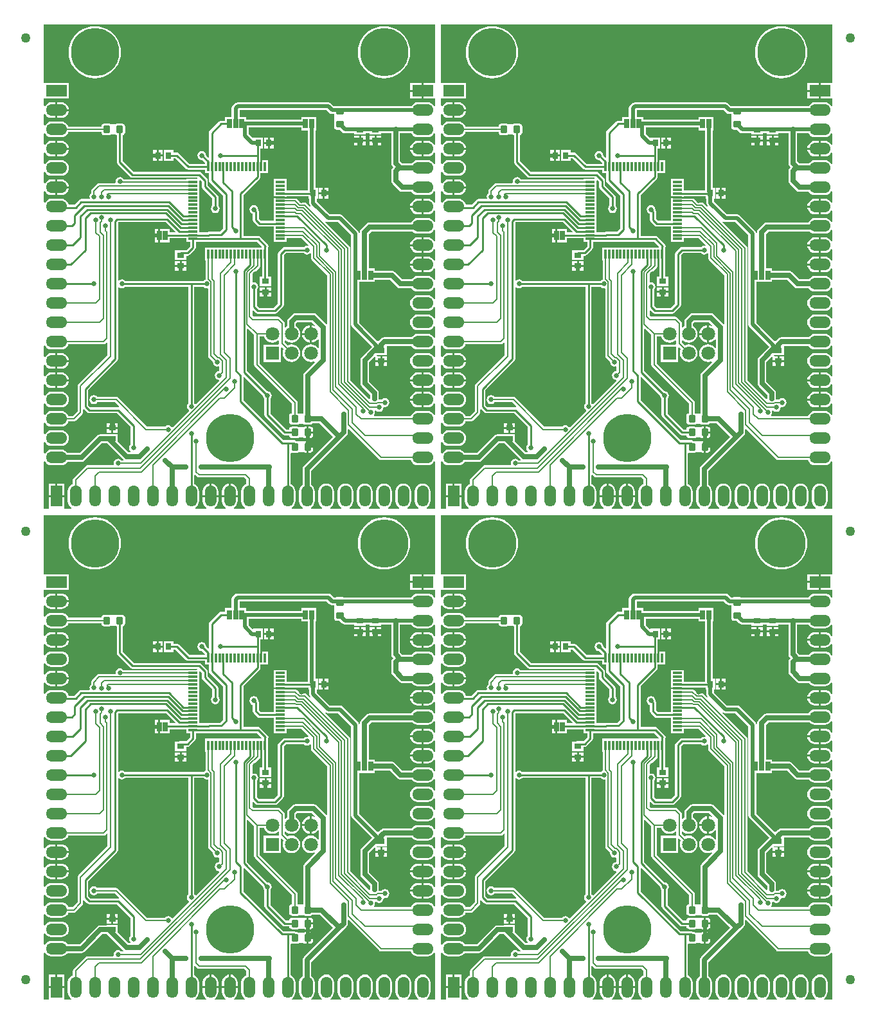
<source format=gtl>
G04 Layer_Physical_Order=1*
G04 Layer_Color=255*
%FSLAX25Y25*%
%MOIN*%
G70*
G01*
G75*
%ADD10C,0.05000*%
%ADD11R,0.02500X0.05000*%
G04:AMPARAMS|DCode=12|XSize=39.37mil|YSize=35.43mil|CornerRadius=4.43mil|HoleSize=0mil|Usage=FLASHONLY|Rotation=90.000|XOffset=0mil|YOffset=0mil|HoleType=Round|Shape=RoundedRectangle|*
%AMROUNDEDRECTD12*
21,1,0.03937,0.02657,0,0,90.0*
21,1,0.03051,0.03543,0,0,90.0*
1,1,0.00886,0.01329,0.01526*
1,1,0.00886,0.01329,-0.01526*
1,1,0.00886,-0.01329,-0.01526*
1,1,0.00886,-0.01329,0.01526*
%
%ADD12ROUNDEDRECTD12*%
%ADD13R,0.03740X0.02953*%
%ADD14R,0.02953X0.03740*%
G04:AMPARAMS|DCode=15|XSize=39.37mil|YSize=35.43mil|CornerRadius=4.43mil|HoleSize=0mil|Usage=FLASHONLY|Rotation=0.000|XOffset=0mil|YOffset=0mil|HoleType=Round|Shape=RoundedRectangle|*
%AMROUNDEDRECTD15*
21,1,0.03937,0.02657,0,0,0.0*
21,1,0.03051,0.03543,0,0,0.0*
1,1,0.00886,0.01526,-0.01329*
1,1,0.00886,-0.01526,-0.01329*
1,1,0.00886,-0.01526,0.01329*
1,1,0.00886,0.01526,0.01329*
%
%ADD15ROUNDEDRECTD15*%
%ADD16R,0.04724X0.01181*%
%ADD17R,0.01181X0.04724*%
%ADD18C,0.00800*%
%ADD19C,0.02500*%
%ADD20C,0.01000*%
%ADD21C,0.02000*%
%ADD22R,0.07087X0.07087*%
%ADD23C,0.07087*%
%ADD24C,0.25000*%
%ADD25R,0.11000X0.06000*%
%ADD26O,0.11000X0.06000*%
%ADD27R,0.06000X0.11000*%
%ADD28O,0.06000X0.11000*%
%ADD29C,0.02500*%
G36*
X410471Y476500D02*
X404500D01*
Y472500D01*
Y468500D01*
X410471D01*
Y464799D01*
X410024Y464545D01*
X409971Y464548D01*
X409353Y465353D01*
X408517Y465994D01*
X407544Y466397D01*
X406500Y466535D01*
X401500D01*
X400456Y466397D01*
X399483Y465994D01*
X398647Y465353D01*
X398023Y464539D01*
X363065D01*
X362526Y464646D01*
X359474D01*
X358935Y464539D01*
X357845D01*
X356442Y465942D01*
X355780Y466384D01*
X355000Y466539D01*
X308000D01*
X307220Y466384D01*
X306558Y465942D01*
X305558Y464942D01*
X305116Y464280D01*
X304961Y463500D01*
Y459000D01*
X301507D01*
Y457029D01*
X299500D01*
X298915Y456913D01*
X298419Y456581D01*
X293623Y451786D01*
X293292Y451290D01*
X293175Y450705D01*
Y438141D01*
X292713Y437950D01*
X291772Y438891D01*
X291794Y439000D01*
X291619Y439878D01*
X291122Y440622D01*
X290378Y441119D01*
X289500Y441294D01*
X288622Y441119D01*
X287878Y440622D01*
X287381Y439878D01*
X287206Y439000D01*
X287381Y438122D01*
X287878Y437378D01*
X288622Y436881D01*
X289500Y436706D01*
X289609Y436728D01*
X291146Y435191D01*
Y434667D01*
X282996D01*
X277581Y440081D01*
X277085Y440413D01*
X276500Y440529D01*
X274732D01*
Y441870D01*
X269779D01*
Y436130D01*
X274732D01*
Y437471D01*
X275867D01*
X281281Y432056D01*
X281777Y431725D01*
X282362Y431608D01*
X291146D01*
Y429776D01*
X293175D01*
Y426295D01*
X293292Y425710D01*
X293623Y425214D01*
X300471Y418366D01*
Y401133D01*
X298867Y399529D01*
X293295D01*
X292710Y399413D01*
X292442Y399234D01*
X288224D01*
Y402020D01*
Y405957D01*
Y409894D01*
Y413831D01*
Y417768D01*
Y421705D01*
Y425959D01*
X288686Y426151D01*
X289471Y425366D01*
Y423000D01*
X289587Y422415D01*
X289919Y421919D01*
X294971Y416866D01*
Y413184D01*
X294878Y413122D01*
X294380Y412378D01*
X294206Y411500D01*
X294380Y410622D01*
X294878Y409878D01*
X295622Y409380D01*
X296500Y409206D01*
X297378Y409380D01*
X298122Y409878D01*
X298620Y410622D01*
X298794Y411500D01*
X298620Y412378D01*
X298122Y413122D01*
X298029Y413184D01*
Y417500D01*
X297913Y418085D01*
X297581Y418581D01*
X292529Y423633D01*
Y426000D01*
X292413Y426585D01*
X292081Y427081D01*
X289081Y430081D01*
X288585Y430413D01*
X288000Y430529D01*
X254134D01*
X248376Y436287D01*
Y449543D01*
X248738Y449615D01*
X249216Y449934D01*
X249534Y450411D01*
X249646Y450974D01*
Y454026D01*
X249534Y454589D01*
X249216Y455066D01*
X248738Y455385D01*
X248175Y455497D01*
X245518D01*
X244955Y455385D01*
X244762Y455256D01*
X242238D01*
X242045Y455385D01*
X241482Y455497D01*
X238825D01*
X238262Y455385D01*
X237785Y455066D01*
X237466Y454589D01*
X237354Y454026D01*
Y453927D01*
X220238D01*
X219994Y454517D01*
X219353Y455353D01*
X218517Y455994D01*
X217544Y456397D01*
X216500Y456534D01*
X211500D01*
X210456Y456397D01*
X209483Y455994D01*
X208647Y455353D01*
X208029Y454548D01*
X207976Y454545D01*
X207529Y454799D01*
Y460201D01*
X207976Y460455D01*
X208029Y460452D01*
X208647Y459647D01*
X209483Y459006D01*
X210456Y458603D01*
X211500Y458465D01*
X213500D01*
Y462500D01*
Y466535D01*
X211500D01*
X210456Y466397D01*
X209483Y465994D01*
X208647Y465353D01*
X208029Y464548D01*
X207976Y464545D01*
X207529Y464799D01*
Y468500D01*
X220500D01*
Y476500D01*
X207529D01*
Y506971D01*
X410471D01*
Y476500D01*
D02*
G37*
G36*
X204471D02*
X198500D01*
Y472500D01*
Y468500D01*
X204471D01*
Y464799D01*
X204024Y464545D01*
X203971Y464548D01*
X203353Y465353D01*
X202517Y465994D01*
X201544Y466397D01*
X200500Y466535D01*
X195500D01*
X194456Y466397D01*
X193483Y465994D01*
X192647Y465353D01*
X192023Y464539D01*
X157064D01*
X156526Y464646D01*
X153474D01*
X152936Y464539D01*
X151845D01*
X150442Y465942D01*
X149780Y466384D01*
X149000Y466539D01*
X102000D01*
X101220Y466384D01*
X100558Y465942D01*
X99558Y464942D01*
X99116Y464280D01*
X98961Y463500D01*
Y459000D01*
X95507D01*
Y457029D01*
X93500D01*
X92915Y456913D01*
X92419Y456581D01*
X87623Y451786D01*
X87292Y451290D01*
X87175Y450705D01*
Y438141D01*
X86713Y437950D01*
X85772Y438891D01*
X85794Y439000D01*
X85619Y439878D01*
X85122Y440622D01*
X84378Y441119D01*
X83500Y441294D01*
X82622Y441119D01*
X81878Y440622D01*
X81381Y439878D01*
X81206Y439000D01*
X81381Y438122D01*
X81878Y437378D01*
X82622Y436881D01*
X83500Y436706D01*
X83609Y436728D01*
X85146Y435191D01*
Y434667D01*
X76996D01*
X71581Y440081D01*
X71085Y440413D01*
X70500Y440529D01*
X68732D01*
Y441870D01*
X63779D01*
Y436130D01*
X68732D01*
Y437471D01*
X69867D01*
X75281Y432056D01*
X75777Y431725D01*
X76362Y431608D01*
X85146D01*
Y429776D01*
X87175D01*
Y426295D01*
X87292Y425710D01*
X87623Y425214D01*
X94471Y418366D01*
Y401133D01*
X92866Y399529D01*
X87295D01*
X86710Y399413D01*
X86442Y399234D01*
X82224D01*
Y402020D01*
Y405957D01*
Y409894D01*
Y413831D01*
Y417768D01*
Y421705D01*
Y425959D01*
X82686Y426151D01*
X83471Y425366D01*
Y423000D01*
X83587Y422415D01*
X83919Y421919D01*
X88971Y416866D01*
Y413184D01*
X88878Y413122D01*
X88381Y412378D01*
X88206Y411500D01*
X88381Y410622D01*
X88878Y409878D01*
X89622Y409380D01*
X90500Y409206D01*
X91378Y409380D01*
X92122Y409878D01*
X92619Y410622D01*
X92794Y411500D01*
X92619Y412378D01*
X92122Y413122D01*
X92029Y413184D01*
Y417500D01*
X91913Y418085D01*
X91581Y418581D01*
X86529Y423633D01*
Y426000D01*
X86413Y426585D01*
X86081Y427081D01*
X83081Y430081D01*
X82585Y430413D01*
X82000Y430529D01*
X48134D01*
X42376Y436287D01*
Y449543D01*
X42738Y449615D01*
X43216Y449934D01*
X43534Y450411D01*
X43646Y450974D01*
Y454026D01*
X43534Y454589D01*
X43216Y455066D01*
X42738Y455385D01*
X42175Y455497D01*
X39518D01*
X38955Y455385D01*
X38762Y455256D01*
X36238D01*
X36045Y455385D01*
X35482Y455497D01*
X32825D01*
X32262Y455385D01*
X31784Y455066D01*
X31466Y454589D01*
X31354Y454026D01*
Y453927D01*
X14238D01*
X13994Y454517D01*
X13353Y455353D01*
X12517Y455994D01*
X11544Y456397D01*
X10500Y456534D01*
X5500D01*
X4456Y456397D01*
X3483Y455994D01*
X2647Y455353D01*
X2029Y454548D01*
X1976Y454545D01*
X1529Y454799D01*
Y460201D01*
X1976Y460455D01*
X2029Y460452D01*
X2647Y459647D01*
X3483Y459006D01*
X4456Y458603D01*
X5500Y458465D01*
X7500D01*
Y462500D01*
Y466535D01*
X5500D01*
X4456Y466397D01*
X3483Y465994D01*
X2647Y465353D01*
X2029Y464548D01*
X1976Y464545D01*
X1529Y464799D01*
Y468500D01*
X14500D01*
Y476500D01*
X1529D01*
Y506971D01*
X204471D01*
Y476500D01*
D02*
G37*
G36*
X237354Y450974D02*
X237466Y450411D01*
X237785Y449934D01*
X238262Y449615D01*
X238825Y449503D01*
X241482D01*
X242045Y449615D01*
X242238Y449744D01*
X244762D01*
X244955Y449615D01*
X245317Y449543D01*
Y435653D01*
X245433Y435068D01*
X245765Y434572D01*
X252419Y427919D01*
X252915Y427587D01*
X253500Y427471D01*
X287044D01*
X287123Y427354D01*
X286858Y426854D01*
X281500D01*
Y426691D01*
X248910D01*
X248622Y427122D01*
X247878Y427619D01*
X247000Y427794D01*
X246122Y427619D01*
X245378Y427122D01*
X244881Y426378D01*
X244706Y425500D01*
X244784Y425109D01*
X244466Y424723D01*
X236295D01*
X236295Y424723D01*
X235749Y424614D01*
X235286Y424305D01*
X235286Y424305D01*
X232491Y421509D01*
X232181Y421046D01*
X232073Y420500D01*
X232073Y420500D01*
Y419352D01*
X231878Y419222D01*
X231381Y418478D01*
X231206Y417600D01*
X231339Y416929D01*
X231021Y416429D01*
X226900D01*
X226315Y416313D01*
X225819Y415981D01*
X223366Y413529D01*
X220399D01*
X220397Y413544D01*
X219994Y414517D01*
X219353Y415353D01*
X218517Y415994D01*
X217544Y416397D01*
X216500Y416535D01*
X211500D01*
X210456Y416397D01*
X209483Y415994D01*
X208647Y415353D01*
X208029Y414548D01*
X207976Y414545D01*
X207529Y414799D01*
Y420201D01*
X207976Y420455D01*
X208029Y420452D01*
X208647Y419647D01*
X209483Y419006D01*
X210456Y418603D01*
X211500Y418466D01*
X213500D01*
Y422500D01*
Y426535D01*
X211500D01*
X210456Y426397D01*
X209483Y425994D01*
X208647Y425353D01*
X208029Y424548D01*
X207976Y424545D01*
X207529Y424799D01*
Y430201D01*
X207976Y430455D01*
X208029Y430452D01*
X208647Y429647D01*
X209483Y429006D01*
X210456Y428603D01*
X211500Y428466D01*
X216500D01*
X217544Y428603D01*
X218517Y429006D01*
X219353Y429647D01*
X219994Y430483D01*
X220397Y431456D01*
X220534Y432500D01*
X220397Y433544D01*
X219994Y434517D01*
X219353Y435353D01*
X218517Y435994D01*
X217544Y436397D01*
X216500Y436535D01*
X211500D01*
X210456Y436397D01*
X209483Y435994D01*
X208647Y435353D01*
X208029Y434548D01*
X207976Y434545D01*
X207529Y434799D01*
Y440201D01*
X207976Y440455D01*
X208029Y440452D01*
X208647Y439647D01*
X209483Y439006D01*
X210456Y438603D01*
X211500Y438465D01*
X213500D01*
Y442500D01*
Y446534D01*
X211500D01*
X210456Y446397D01*
X209483Y445994D01*
X208647Y445353D01*
X208029Y444548D01*
X207976Y444545D01*
X207529Y444799D01*
Y450201D01*
X207976Y450455D01*
X208029Y450452D01*
X208647Y449647D01*
X209483Y449006D01*
X210456Y448603D01*
X211500Y448465D01*
X216500D01*
X217544Y448603D01*
X218517Y449006D01*
X219353Y449647D01*
X219994Y450483D01*
X220238Y451073D01*
X237354D01*
Y450974D01*
D02*
G37*
G36*
X31354D02*
X31466Y450411D01*
X31784Y449934D01*
X32262Y449615D01*
X32825Y449503D01*
X35482D01*
X36045Y449615D01*
X36238Y449744D01*
X38762D01*
X38955Y449615D01*
X39317Y449543D01*
Y435653D01*
X39434Y435068D01*
X39765Y434572D01*
X46419Y427919D01*
X46915Y427587D01*
X47500Y427471D01*
X81044D01*
X81123Y427354D01*
X80858Y426854D01*
X75500D01*
Y426691D01*
X42910D01*
X42622Y427122D01*
X41878Y427619D01*
X41000Y427794D01*
X40122Y427619D01*
X39378Y427122D01*
X38881Y426378D01*
X38706Y425500D01*
X38784Y425109D01*
X38466Y424723D01*
X30295D01*
X30295Y424723D01*
X29749Y424614D01*
X29286Y424305D01*
X29286Y424305D01*
X26491Y421509D01*
X26181Y421046D01*
X26073Y420500D01*
X26073Y420500D01*
Y419352D01*
X25878Y419222D01*
X25381Y418478D01*
X25206Y417600D01*
X25339Y416929D01*
X25021Y416429D01*
X20900D01*
X20315Y416313D01*
X19819Y415981D01*
X17367Y413529D01*
X14399D01*
X14397Y413544D01*
X13994Y414517D01*
X13353Y415353D01*
X12517Y415994D01*
X11544Y416397D01*
X10500Y416535D01*
X5500D01*
X4456Y416397D01*
X3483Y415994D01*
X2647Y415353D01*
X2029Y414548D01*
X1976Y414545D01*
X1529Y414799D01*
Y420201D01*
X1976Y420455D01*
X2029Y420452D01*
X2647Y419647D01*
X3483Y419006D01*
X4456Y418603D01*
X5500Y418466D01*
X7500D01*
Y422500D01*
Y426535D01*
X5500D01*
X4456Y426397D01*
X3483Y425994D01*
X2647Y425353D01*
X2029Y424548D01*
X1976Y424545D01*
X1529Y424799D01*
Y430201D01*
X1976Y430455D01*
X2029Y430452D01*
X2647Y429647D01*
X3483Y429006D01*
X4456Y428603D01*
X5500Y428466D01*
X10500D01*
X11544Y428603D01*
X12517Y429006D01*
X13353Y429647D01*
X13994Y430483D01*
X14397Y431456D01*
X14535Y432500D01*
X14397Y433544D01*
X13994Y434517D01*
X13353Y435353D01*
X12517Y435994D01*
X11544Y436397D01*
X10500Y436535D01*
X5500D01*
X4456Y436397D01*
X3483Y435994D01*
X2647Y435353D01*
X2029Y434548D01*
X1976Y434545D01*
X1529Y434799D01*
Y440201D01*
X1976Y440455D01*
X2029Y440452D01*
X2647Y439647D01*
X3483Y439006D01*
X4456Y438603D01*
X5500Y438465D01*
X7500D01*
Y442500D01*
Y446534D01*
X5500D01*
X4456Y446397D01*
X3483Y445994D01*
X2647Y445353D01*
X2029Y444548D01*
X1976Y444545D01*
X1529Y444799D01*
Y450201D01*
X1976Y450455D01*
X2029Y450452D01*
X2647Y449647D01*
X3483Y449006D01*
X4456Y448603D01*
X5500Y448465D01*
X10500D01*
X11544Y448603D01*
X12517Y449006D01*
X13353Y449647D01*
X13994Y450483D01*
X14238Y451073D01*
X31354D01*
Y450974D01*
D02*
G37*
G36*
X398647Y449647D02*
X399483Y449006D01*
X400456Y448603D01*
X401500Y448465D01*
X406500D01*
X407544Y448603D01*
X408517Y449006D01*
X409353Y449647D01*
X409971Y450452D01*
X410024Y450455D01*
X410471Y450201D01*
Y444799D01*
X410024Y444545D01*
X409971Y444548D01*
X409353Y445353D01*
X408517Y445994D01*
X407544Y446397D01*
X406500Y446534D01*
X404500D01*
Y442500D01*
Y438465D01*
X406500D01*
X407544Y438603D01*
X408517Y439006D01*
X409353Y439647D01*
X409971Y440452D01*
X410024Y440455D01*
X410471Y440201D01*
Y434799D01*
X410024Y434545D01*
X409971Y434548D01*
X409353Y435353D01*
X408517Y435994D01*
X407544Y436397D01*
X406500Y436535D01*
X401500D01*
X400456Y436397D01*
X399483Y435994D01*
X398647Y435353D01*
X398218Y434794D01*
X393450D01*
X392294Y435950D01*
Y450461D01*
X398023D01*
X398647Y449647D01*
D02*
G37*
G36*
X192647D02*
X193483Y449006D01*
X194456Y448603D01*
X195500Y448465D01*
X200500D01*
X201544Y448603D01*
X202517Y449006D01*
X203353Y449647D01*
X203971Y450452D01*
X204024Y450455D01*
X204471Y450201D01*
Y444799D01*
X204024Y444545D01*
X203971Y444548D01*
X203353Y445353D01*
X202517Y445994D01*
X201544Y446397D01*
X200500Y446534D01*
X198500D01*
Y442500D01*
Y438465D01*
X200500D01*
X201544Y438603D01*
X202517Y439006D01*
X203353Y439647D01*
X203971Y440452D01*
X204024Y440455D01*
X204471Y440201D01*
Y434799D01*
X204024Y434545D01*
X203971Y434548D01*
X203353Y435353D01*
X202517Y435994D01*
X201544Y436397D01*
X200500Y436535D01*
X195500D01*
X194456Y436397D01*
X193483Y435994D01*
X192647Y435353D01*
X192218Y434794D01*
X187450D01*
X186294Y435950D01*
Y450461D01*
X192023D01*
X192647Y449647D01*
D02*
G37*
G36*
X341007Y452000D02*
X344461D01*
Y420888D01*
X333500D01*
Y423673D01*
Y426854D01*
X326776D01*
Y423673D01*
Y421705D01*
Y417768D01*
Y417767D01*
X330138D01*
Y417012D01*
X326776D01*
Y413831D01*
Y409894D01*
Y405140D01*
X320023D01*
X319029Y406134D01*
Y410000D01*
X318913Y410585D01*
X318758Y410817D01*
X318794Y411000D01*
X318619Y411878D01*
X318122Y412622D01*
X317378Y413119D01*
X316500Y413294D01*
X315622Y413119D01*
X314878Y412622D01*
X314381Y411878D01*
X314206Y411000D01*
X314381Y410122D01*
X314878Y409378D01*
X315622Y408881D01*
X315971Y408811D01*
Y405500D01*
X316087Y404915D01*
X316419Y404419D01*
X318308Y402529D01*
X318805Y402197D01*
X319390Y402081D01*
X326776D01*
Y398083D01*
Y394146D01*
X333500D01*
Y396277D01*
X341204D01*
X344846Y392636D01*
X344599Y392175D01*
X344000Y392294D01*
X343122Y392120D01*
X342378Y391622D01*
X342316Y391529D01*
X332500D01*
X331915Y391413D01*
X331419Y391081D01*
X329419Y389081D01*
X329087Y388585D01*
X328971Y388000D01*
Y362134D01*
X326867Y360029D01*
X319133D01*
X318029Y361134D01*
Y369316D01*
X318122Y369378D01*
X318619Y370122D01*
X318794Y371000D01*
X318619Y371878D01*
X318122Y372622D01*
X317378Y373119D01*
X316500Y373294D01*
X316064Y373207D01*
X315677Y373524D01*
Y377341D01*
X319336Y380999D01*
X319336Y380999D01*
X319646Y381463D01*
X319754Y382009D01*
Y384500D01*
X320734D01*
Y376232D01*
X319630D01*
Y371280D01*
X325370D01*
Y376232D01*
X323793D01*
Y384500D01*
X323854D01*
Y391224D01*
X323854D01*
X323913Y391415D01*
X324029Y392000D01*
X323913Y392585D01*
X323581Y393081D01*
X319845Y396818D01*
X319349Y397149D01*
X318764Y397266D01*
X311029D01*
Y418540D01*
X319408Y426919D01*
X319740Y427415D01*
X319856Y428000D01*
Y429776D01*
X323854D01*
Y436500D01*
X319856D01*
Y439000D01*
Y442630D01*
X321220D01*
Y448370D01*
X316268D01*
Y448269D01*
X315806Y448078D01*
X313784Y450100D01*
Y453461D01*
X341007D01*
Y452000D01*
D02*
G37*
G36*
X135007D02*
X138461D01*
Y420888D01*
X127500D01*
Y423673D01*
Y426854D01*
X120776D01*
Y423673D01*
Y421705D01*
Y417768D01*
Y417767D01*
X124138D01*
Y417012D01*
X120776D01*
Y413831D01*
Y409894D01*
Y405140D01*
X114023D01*
X113029Y406134D01*
Y410000D01*
X112913Y410585D01*
X112758Y410817D01*
X112794Y411000D01*
X112619Y411878D01*
X112122Y412622D01*
X111378Y413119D01*
X110500Y413294D01*
X109622Y413119D01*
X108878Y412622D01*
X108380Y411878D01*
X108206Y411000D01*
X108380Y410122D01*
X108878Y409378D01*
X109622Y408881D01*
X109971Y408811D01*
Y405500D01*
X110087Y404915D01*
X110419Y404419D01*
X112308Y402529D01*
X112804Y402197D01*
X113390Y402081D01*
X120776D01*
Y398083D01*
Y394146D01*
X127500D01*
Y396277D01*
X135204D01*
X138846Y392636D01*
X138599Y392175D01*
X138000Y392294D01*
X137122Y392120D01*
X136378Y391622D01*
X136316Y391529D01*
X126500D01*
X125915Y391413D01*
X125419Y391081D01*
X123419Y389081D01*
X123087Y388585D01*
X122971Y388000D01*
Y362134D01*
X120867Y360029D01*
X113134D01*
X112029Y361134D01*
Y369316D01*
X112122Y369378D01*
X112619Y370122D01*
X112794Y371000D01*
X112619Y371878D01*
X112122Y372622D01*
X111378Y373119D01*
X110500Y373294D01*
X110064Y373207D01*
X109677Y373524D01*
Y377341D01*
X113336Y380999D01*
X113336Y380999D01*
X113646Y381463D01*
X113754Y382009D01*
Y384500D01*
X114734D01*
Y376232D01*
X113630D01*
Y371280D01*
X119370D01*
Y376232D01*
X117793D01*
Y384500D01*
X117854D01*
Y391224D01*
X117854D01*
X117913Y391415D01*
X118029Y392000D01*
X117913Y392585D01*
X117581Y393081D01*
X113845Y396818D01*
X113349Y397149D01*
X112764Y397266D01*
X105029D01*
Y418540D01*
X113408Y426919D01*
X113740Y427415D01*
X113856Y428000D01*
Y429776D01*
X117854D01*
Y436500D01*
X113856D01*
Y439000D01*
Y442630D01*
X115220D01*
Y448370D01*
X110268D01*
Y448269D01*
X109806Y448078D01*
X107784Y450100D01*
Y453461D01*
X135007D01*
Y452000D01*
D02*
G37*
G36*
X355558Y461058D02*
X356220Y460616D01*
X357000Y460461D01*
X358015D01*
X358115Y459955D01*
X358244Y459762D01*
Y457238D01*
X358115Y457045D01*
X358003Y456482D01*
Y453825D01*
X358115Y453262D01*
X358434Y452784D01*
X358911Y452466D01*
X359474Y452354D01*
X360916D01*
X362212Y451058D01*
X362873Y450616D01*
X363653Y450461D01*
X368630D01*
Y449780D01*
X374370D01*
Y450461D01*
X376630D01*
Y449780D01*
X382370D01*
Y450461D01*
X387706D01*
Y435000D01*
X387880Y434122D01*
X388378Y433378D01*
X388756Y433000D01*
X388378Y432622D01*
X387880Y431878D01*
X387706Y431000D01*
Y426000D01*
X387880Y425122D01*
X388378Y424378D01*
X391878Y420878D01*
X392622Y420380D01*
X393500Y420206D01*
X398218D01*
X398647Y419647D01*
X399483Y419006D01*
X400456Y418603D01*
X401500Y418466D01*
X406500D01*
X407544Y418603D01*
X408517Y419006D01*
X409353Y419647D01*
X409971Y420452D01*
X410024Y420455D01*
X410471Y420201D01*
Y414799D01*
X410024Y414545D01*
X409971Y414548D01*
X409353Y415353D01*
X408517Y415994D01*
X407544Y416397D01*
X406500Y416535D01*
X404500D01*
Y412500D01*
Y408465D01*
X406500D01*
X407544Y408603D01*
X408517Y409006D01*
X409353Y409647D01*
X409971Y410452D01*
X410024Y410455D01*
X410471Y410201D01*
Y404799D01*
X410024Y404545D01*
X409971Y404548D01*
X409353Y405353D01*
X408517Y405994D01*
X407544Y406397D01*
X406500Y406534D01*
X401500D01*
X400456Y406397D01*
X399483Y405994D01*
X398647Y405353D01*
X398006Y404517D01*
X397914Y404294D01*
X376500D01*
X375622Y404119D01*
X374878Y403622D01*
X372134Y400879D01*
X371637Y400135D01*
X371463Y399257D01*
Y398934D01*
X370963Y398885D01*
X370884Y399280D01*
X370442Y399942D01*
X362442Y407942D01*
X361780Y408384D01*
X361000Y408539D01*
X355845D01*
X349283Y415101D01*
Y416630D01*
X349721D01*
Y422370D01*
X348539D01*
Y452000D01*
X348750D01*
Y459000D01*
X341007D01*
Y457539D01*
X312494D01*
Y459000D01*
X309039D01*
Y462461D01*
X354155D01*
X355558Y461058D01*
D02*
G37*
G36*
X149558D02*
X150220Y460616D01*
X151000Y460461D01*
X152015D01*
X152115Y459955D01*
X152244Y459762D01*
Y457238D01*
X152115Y457045D01*
X152003Y456482D01*
Y453825D01*
X152115Y453262D01*
X152434Y452784D01*
X152911Y452466D01*
X153474Y452354D01*
X154916D01*
X156212Y451058D01*
X156873Y450616D01*
X157653Y450461D01*
X162630D01*
Y449780D01*
X168370D01*
Y450461D01*
X170630D01*
Y449780D01*
X176370D01*
Y450461D01*
X181706D01*
Y435000D01*
X181880Y434122D01*
X182378Y433378D01*
X182756Y433000D01*
X182378Y432622D01*
X181880Y431878D01*
X181706Y431000D01*
Y426000D01*
X181880Y425122D01*
X182378Y424378D01*
X185878Y420878D01*
X186622Y420380D01*
X187500Y420206D01*
X192218D01*
X192647Y419647D01*
X193483Y419006D01*
X194456Y418603D01*
X195500Y418466D01*
X200500D01*
X201544Y418603D01*
X202517Y419006D01*
X203353Y419647D01*
X203971Y420452D01*
X204024Y420455D01*
X204471Y420201D01*
Y414799D01*
X204024Y414545D01*
X203971Y414548D01*
X203353Y415353D01*
X202517Y415994D01*
X201544Y416397D01*
X200500Y416535D01*
X198500D01*
Y412500D01*
Y408465D01*
X200500D01*
X201544Y408603D01*
X202517Y409006D01*
X203353Y409647D01*
X203971Y410452D01*
X204024Y410455D01*
X204471Y410201D01*
Y404799D01*
X204024Y404545D01*
X203971Y404548D01*
X203353Y405353D01*
X202517Y405994D01*
X201544Y406397D01*
X200500Y406534D01*
X195500D01*
X194456Y406397D01*
X193483Y405994D01*
X192647Y405353D01*
X192006Y404517D01*
X191914Y404294D01*
X170500D01*
X169622Y404119D01*
X168878Y403622D01*
X166135Y400879D01*
X165637Y400135D01*
X165463Y399257D01*
Y398934D01*
X164963Y398885D01*
X164884Y399280D01*
X164442Y399942D01*
X156442Y407942D01*
X155780Y408384D01*
X155000Y408539D01*
X149845D01*
X143283Y415101D01*
Y416630D01*
X143720D01*
Y422370D01*
X142539D01*
Y452000D01*
X142750D01*
Y459000D01*
X135007D01*
Y457539D01*
X106494D01*
Y459000D01*
X103039D01*
Y462461D01*
X148155D01*
X149558Y461058D01*
D02*
G37*
G36*
X344768Y416630D02*
X345205D01*
Y414256D01*
X345360Y413476D01*
X345703Y412963D01*
X345315Y412644D01*
X343699Y414259D01*
X343236Y414569D01*
X342690Y414677D01*
X342690Y414677D01*
X340659D01*
X338906Y416431D01*
X338443Y416740D01*
X337897Y416849D01*
X337897Y416849D01*
X333500D01*
Y417829D01*
X344768D01*
Y416630D01*
D02*
G37*
G36*
X138768D02*
X139205D01*
Y414256D01*
X139360Y413476D01*
X139703Y412963D01*
X139314Y412644D01*
X137699Y414259D01*
X137236Y414569D01*
X136690Y414677D01*
X136690Y414677D01*
X134659D01*
X132906Y416431D01*
X132443Y416740D01*
X131897Y416849D01*
X131897Y416849D01*
X127500D01*
Y417829D01*
X138768D01*
Y416630D01*
D02*
G37*
G36*
X275641Y399696D02*
X275450Y399234D01*
X272872D01*
Y401000D01*
X267878D01*
Y397500D01*
Y394000D01*
X272872D01*
Y396175D01*
X281500D01*
Y394146D01*
X283333D01*
Y391996D01*
X281366Y390029D01*
X278500D01*
X277915Y389913D01*
X277644Y389732D01*
X275630D01*
Y384780D01*
X281370D01*
Y386971D01*
X282000D01*
X282585Y387087D01*
X283081Y387419D01*
X285944Y390281D01*
X286275Y390777D01*
X286392Y391362D01*
Y394146D01*
X288224D01*
Y394207D01*
X318130D01*
X320613Y391724D01*
X320441Y391224D01*
X291146D01*
Y384500D01*
X291309D01*
Y374946D01*
X291309Y374946D01*
X291316Y374910D01*
X291122Y374619D01*
X290378Y374122D01*
X290316Y374029D01*
X249684D01*
X249622Y374122D01*
X248878Y374620D01*
X248000Y374794D01*
X247122Y374620D01*
X246529Y374223D01*
X246029Y374432D01*
Y404366D01*
X246133Y404471D01*
X270866D01*
X275641Y399696D01*
D02*
G37*
G36*
X69641D02*
X69450Y399234D01*
X66872D01*
Y401000D01*
X61878D01*
Y397500D01*
Y394000D01*
X66872D01*
Y396175D01*
X75500D01*
Y394146D01*
X77333D01*
Y391996D01*
X75366Y390029D01*
X72500D01*
X71915Y389913D01*
X71644Y389732D01*
X69630D01*
Y384780D01*
X75370D01*
Y386971D01*
X76000D01*
X76585Y387087D01*
X77081Y387419D01*
X79944Y390281D01*
X80275Y390777D01*
X80392Y391362D01*
Y394146D01*
X82224D01*
Y394207D01*
X112130D01*
X114613Y391724D01*
X114441Y391224D01*
X85146D01*
Y384500D01*
X85309D01*
Y374946D01*
X85309Y374946D01*
X85316Y374910D01*
X85122Y374619D01*
X84378Y374122D01*
X84316Y374029D01*
X43684D01*
X43622Y374122D01*
X42878Y374620D01*
X42000Y374794D01*
X41122Y374620D01*
X40529Y374223D01*
X40029Y374432D01*
Y404366D01*
X40134Y404471D01*
X64867D01*
X69641Y399696D01*
D02*
G37*
G36*
X410471Y400201D02*
Y394799D01*
X410024Y394545D01*
X409971Y394548D01*
X409353Y395353D01*
X408517Y395994D01*
X407544Y396397D01*
X406500Y396534D01*
X404500D01*
Y392500D01*
Y388465D01*
X406500D01*
X407544Y388603D01*
X408517Y389006D01*
X409353Y389647D01*
X409971Y390452D01*
X410024Y390455D01*
X410471Y390201D01*
Y384799D01*
X410024Y384545D01*
X409971Y384548D01*
X409353Y385353D01*
X408517Y385994D01*
X407544Y386397D01*
X406500Y386535D01*
X404500D01*
Y382500D01*
Y378466D01*
X406500D01*
X407544Y378603D01*
X408517Y379006D01*
X409353Y379647D01*
X409971Y380452D01*
X410024Y380455D01*
X410471Y380201D01*
Y374799D01*
X410024Y374545D01*
X409971Y374548D01*
X409353Y375353D01*
X408517Y375994D01*
X407544Y376397D01*
X406500Y376535D01*
X401500D01*
X400456Y376397D01*
X399483Y375994D01*
X398647Y375353D01*
X398218Y374794D01*
X393450D01*
X389622Y378622D01*
X388878Y379119D01*
X388000Y379294D01*
X379250D01*
Y380500D01*
X376051D01*
Y398306D01*
X377450Y399706D01*
X398602D01*
X398647Y399647D01*
X399483Y399006D01*
X400456Y398603D01*
X401500Y398465D01*
X406500D01*
X407544Y398603D01*
X408517Y399006D01*
X409353Y399647D01*
X409971Y400452D01*
X410024Y400455D01*
X410471Y400201D01*
D02*
G37*
G36*
X204471D02*
Y394799D01*
X204024Y394545D01*
X203971Y394548D01*
X203353Y395353D01*
X202517Y395994D01*
X201544Y396397D01*
X200500Y396534D01*
X198500D01*
Y392500D01*
Y388465D01*
X200500D01*
X201544Y388603D01*
X202517Y389006D01*
X203353Y389647D01*
X203971Y390452D01*
X204024Y390455D01*
X204471Y390201D01*
Y384799D01*
X204024Y384545D01*
X203971Y384548D01*
X203353Y385353D01*
X202517Y385994D01*
X201544Y386397D01*
X200500Y386535D01*
X198500D01*
Y382500D01*
Y378466D01*
X200500D01*
X201544Y378603D01*
X202517Y379006D01*
X203353Y379647D01*
X203971Y380452D01*
X204024Y380455D01*
X204471Y380201D01*
Y374799D01*
X204024Y374545D01*
X203971Y374548D01*
X203353Y375353D01*
X202517Y375994D01*
X201544Y376397D01*
X200500Y376535D01*
X195500D01*
X194456Y376397D01*
X193483Y375994D01*
X192647Y375353D01*
X192218Y374794D01*
X187450D01*
X183622Y378622D01*
X182878Y379119D01*
X182000Y379294D01*
X173250D01*
Y380500D01*
X170051D01*
Y398306D01*
X171450Y399706D01*
X192602D01*
X192647Y399647D01*
X193483Y399006D01*
X194456Y398603D01*
X195500Y398465D01*
X200500D01*
X201544Y398603D01*
X202517Y399006D01*
X203353Y399647D01*
X203971Y400452D01*
X204024Y400455D01*
X204471Y400201D01*
D02*
G37*
G36*
X282471Y310684D02*
X282378Y310622D01*
X281880Y309878D01*
X281706Y309000D01*
X281880Y308122D01*
X282378Y307378D01*
X282748Y307131D01*
X282797Y306633D01*
X274367Y298203D01*
X273869Y298253D01*
X273622Y298622D01*
X272878Y299119D01*
X272000Y299294D01*
X271122Y299119D01*
X270378Y298622D01*
X270248Y298427D01*
X261091D01*
X246009Y313509D01*
X245546Y313819D01*
X245000Y313927D01*
X245000Y313927D01*
X235252D01*
X235122Y314122D01*
X234378Y314619D01*
X233500Y314794D01*
X232622Y314619D01*
X231878Y314122D01*
X231381Y313378D01*
X231206Y312500D01*
X231381Y311622D01*
X231878Y310878D01*
X232622Y310381D01*
X233500Y310206D01*
X234378Y310381D01*
X235122Y310878D01*
X235252Y311073D01*
X244409D01*
X246552Y308929D01*
X246306Y308469D01*
X246000Y308529D01*
X231633D01*
X230529Y309633D01*
Y317367D01*
X245581Y332419D01*
X245913Y332915D01*
X246029Y333500D01*
Y370568D01*
X246529Y370777D01*
X247122Y370380D01*
X248000Y370206D01*
X248878Y370380D01*
X249622Y370878D01*
X249684Y370971D01*
X282471D01*
Y310684D01*
D02*
G37*
G36*
X76471D02*
X76378Y310622D01*
X75881Y309878D01*
X75706Y309000D01*
X75881Y308122D01*
X76378Y307378D01*
X76748Y307131D01*
X76797Y306633D01*
X68367Y298203D01*
X67869Y298253D01*
X67622Y298622D01*
X66878Y299119D01*
X66000Y299294D01*
X65122Y299119D01*
X64378Y298622D01*
X64248Y298427D01*
X55091D01*
X40009Y313509D01*
X39546Y313819D01*
X39000Y313927D01*
X39000Y313927D01*
X29252D01*
X29122Y314122D01*
X28378Y314619D01*
X27500Y314794D01*
X26622Y314619D01*
X25878Y314122D01*
X25381Y313378D01*
X25206Y312500D01*
X25381Y311622D01*
X25878Y310878D01*
X26622Y310381D01*
X27500Y310206D01*
X28378Y310381D01*
X29122Y310878D01*
X29252Y311073D01*
X38409D01*
X40552Y308929D01*
X40306Y308469D01*
X40000Y308529D01*
X25633D01*
X24529Y309633D01*
Y317367D01*
X39581Y332419D01*
X39913Y332915D01*
X40029Y333500D01*
Y370568D01*
X40529Y370777D01*
X41122Y370380D01*
X42000Y370206D01*
X42878Y370380D01*
X43622Y370878D01*
X43684Y370971D01*
X76471D01*
Y310684D01*
D02*
G37*
G36*
X390878Y370878D02*
X391622Y370380D01*
X392500Y370206D01*
X398218D01*
X398647Y369647D01*
X399483Y369006D01*
X400456Y368603D01*
X401500Y368465D01*
X406500D01*
X407544Y368603D01*
X408517Y369006D01*
X409353Y369647D01*
X409971Y370452D01*
X410024Y370455D01*
X410471Y370201D01*
Y364799D01*
X410024Y364545D01*
X409971Y364548D01*
X409353Y365353D01*
X408517Y365994D01*
X407544Y366397D01*
X406500Y366534D01*
X401500D01*
X400456Y366397D01*
X399483Y365994D01*
X398647Y365353D01*
X398006Y364517D01*
X397603Y363544D01*
X397465Y362500D01*
X397603Y361456D01*
X398006Y360483D01*
X398647Y359647D01*
X399483Y359006D01*
X400456Y358603D01*
X401500Y358466D01*
X406500D01*
X407544Y358603D01*
X408517Y359006D01*
X409353Y359647D01*
X409971Y360452D01*
X410024Y360455D01*
X410471Y360201D01*
Y354799D01*
X410024Y354545D01*
X409971Y354548D01*
X409353Y355353D01*
X408517Y355994D01*
X407544Y356397D01*
X406500Y356535D01*
X401500D01*
X400456Y356397D01*
X399483Y355994D01*
X398647Y355353D01*
X398006Y354517D01*
X397603Y353544D01*
X397465Y352500D01*
X397603Y351456D01*
X398006Y350483D01*
X398647Y349647D01*
X399483Y349006D01*
X400456Y348603D01*
X401500Y348465D01*
X406500D01*
X407544Y348603D01*
X408517Y349006D01*
X409353Y349647D01*
X409971Y350452D01*
X410024Y350455D01*
X410471Y350201D01*
Y344799D01*
X410024Y344545D01*
X409971Y344548D01*
X409353Y345353D01*
X408517Y345994D01*
X407544Y346397D01*
X406500Y346534D01*
X401500D01*
X400456Y346397D01*
X399483Y345994D01*
X398647Y345353D01*
X398218Y344794D01*
X384000D01*
X383122Y344619D01*
X382378Y344122D01*
X381173Y342918D01*
X380490Y342894D01*
X371039Y352345D01*
Y373500D01*
X379250D01*
Y374706D01*
X387050D01*
X390878Y370878D01*
D02*
G37*
G36*
X184878D02*
X185622Y370380D01*
X186500Y370206D01*
X192218D01*
X192647Y369647D01*
X193483Y369006D01*
X194456Y368603D01*
X195500Y368465D01*
X200500D01*
X201544Y368603D01*
X202517Y369006D01*
X203353Y369647D01*
X203971Y370452D01*
X204024Y370455D01*
X204471Y370201D01*
Y364799D01*
X204024Y364545D01*
X203971Y364548D01*
X203353Y365353D01*
X202517Y365994D01*
X201544Y366397D01*
X200500Y366534D01*
X195500D01*
X194456Y366397D01*
X193483Y365994D01*
X192647Y365353D01*
X192006Y364517D01*
X191603Y363544D01*
X191465Y362500D01*
X191603Y361456D01*
X192006Y360483D01*
X192647Y359647D01*
X193483Y359006D01*
X194456Y358603D01*
X195500Y358466D01*
X200500D01*
X201544Y358603D01*
X202517Y359006D01*
X203353Y359647D01*
X203971Y360452D01*
X204024Y360455D01*
X204471Y360201D01*
Y354799D01*
X204024Y354545D01*
X203971Y354548D01*
X203353Y355353D01*
X202517Y355994D01*
X201544Y356397D01*
X200500Y356535D01*
X195500D01*
X194456Y356397D01*
X193483Y355994D01*
X192647Y355353D01*
X192006Y354517D01*
X191603Y353544D01*
X191465Y352500D01*
X191603Y351456D01*
X192006Y350483D01*
X192647Y349647D01*
X193483Y349006D01*
X194456Y348603D01*
X195500Y348465D01*
X200500D01*
X201544Y348603D01*
X202517Y349006D01*
X203353Y349647D01*
X203971Y350452D01*
X204024Y350455D01*
X204471Y350201D01*
Y344799D01*
X204024Y344545D01*
X203971Y344548D01*
X203353Y345353D01*
X202517Y345994D01*
X201544Y346397D01*
X200500Y346534D01*
X195500D01*
X194456Y346397D01*
X193483Y345994D01*
X192647Y345353D01*
X192218Y344794D01*
X178000D01*
X177122Y344619D01*
X176378Y344122D01*
X175173Y342918D01*
X174490Y342894D01*
X165039Y352345D01*
Y373500D01*
X173250D01*
Y374706D01*
X181050D01*
X184878Y370878D01*
D02*
G37*
G36*
X342378Y388378D02*
X343122Y387880D01*
X344000Y387706D01*
X344878Y387880D01*
X345573Y388345D01*
X346073Y388220D01*
Y386000D01*
X346073Y386000D01*
X346181Y385454D01*
X346491Y384991D01*
X354573Y376909D01*
Y351759D01*
X354469Y351727D01*
X354073Y351672D01*
X349122Y356622D01*
X348378Y357119D01*
X347500Y357294D01*
X338000D01*
X337122Y357119D01*
X336378Y356622D01*
X334378Y354622D01*
X333880Y353878D01*
X333706Y353000D01*
Y350466D01*
X332927Y349869D01*
X332427Y350089D01*
Y352000D01*
X332427Y352000D01*
X332319Y352546D01*
X332009Y353009D01*
X332009Y353009D01*
X330009Y355009D01*
X329546Y355319D01*
X329000Y355427D01*
X329000Y355427D01*
X316341D01*
X315677Y356091D01*
Y358506D01*
X316139Y358698D01*
X317419Y357419D01*
X317915Y357087D01*
X318500Y356971D01*
X327500D01*
X328085Y357087D01*
X328581Y357419D01*
X331581Y360419D01*
X331913Y360915D01*
X332029Y361500D01*
Y387367D01*
X333134Y388471D01*
X342316D01*
X342378Y388378D01*
D02*
G37*
G36*
X136378D02*
X137122Y387880D01*
X138000Y387706D01*
X138878Y387880D01*
X139573Y388345D01*
X140073Y388220D01*
Y386000D01*
X140073Y386000D01*
X140181Y385454D01*
X140491Y384991D01*
X148573Y376909D01*
Y351759D01*
X148469Y351727D01*
X148073Y351672D01*
X143122Y356622D01*
X142378Y357119D01*
X141500Y357294D01*
X132000D01*
X131122Y357119D01*
X130378Y356622D01*
X128378Y354622D01*
X127881Y353878D01*
X127706Y353000D01*
Y350466D01*
X126927Y349869D01*
X126427Y350089D01*
Y352000D01*
X126427Y352000D01*
X126319Y352546D01*
X126009Y353009D01*
X126009Y353009D01*
X124009Y355009D01*
X123546Y355319D01*
X123000Y355427D01*
X123000Y355427D01*
X110341D01*
X109677Y356091D01*
Y358506D01*
X110139Y358698D01*
X111419Y357419D01*
X111915Y357087D01*
X112500Y356971D01*
X121500D01*
X122085Y357087D01*
X122581Y357419D01*
X125581Y360419D01*
X125913Y360915D01*
X126029Y361500D01*
Y387367D01*
X127134Y388471D01*
X136316D01*
X136378Y388378D01*
D02*
G37*
G36*
X348214Y351042D02*
X347931Y350618D01*
X347186Y350926D01*
X346500Y351017D01*
Y346500D01*
Y341983D01*
X347186Y342074D01*
X348291Y342531D01*
X349240Y343260D01*
X349706Y343866D01*
X350206Y343697D01*
Y339303D01*
X349706Y339134D01*
X349240Y339740D01*
X348291Y340469D01*
X347186Y340926D01*
X346000Y341083D01*
X344814Y340926D01*
X343709Y340469D01*
X342760Y339740D01*
X342031Y338791D01*
X341574Y337686D01*
X341418Y336500D01*
X341574Y335314D01*
X342031Y334209D01*
X342760Y333260D01*
X343709Y332531D01*
X344814Y332074D01*
X346000Y331918D01*
X347186Y332074D01*
X347931Y332382D01*
X348214Y331958D01*
X342724Y326469D01*
X342227Y325724D01*
X342052Y324847D01*
Y305256D01*
X339738D01*
X339545Y305385D01*
X339081Y305477D01*
Y310846D01*
X339081Y310846D01*
X338972Y311393D01*
X338663Y311856D01*
X338663Y311856D01*
X319427Y331091D01*
Y345073D01*
X321674D01*
X322031Y344209D01*
X322760Y343260D01*
X323709Y342531D01*
X324814Y342074D01*
X326000Y341917D01*
X327186Y342074D01*
X328291Y342531D01*
X329073Y343131D01*
X329573Y342911D01*
Y341500D01*
X329573Y341500D01*
X329587Y341430D01*
X329269Y341043D01*
X321457D01*
Y331957D01*
X330543D01*
Y339285D01*
X331005Y339476D01*
X331931Y338550D01*
X331574Y337686D01*
X331417Y336500D01*
X331574Y335314D01*
X332031Y334209D01*
X332760Y333260D01*
X333709Y332531D01*
X334814Y332074D01*
X336000Y331918D01*
X337186Y332074D01*
X338291Y332531D01*
X339240Y333260D01*
X339969Y334209D01*
X340426Y335314D01*
X340582Y336500D01*
X340426Y337686D01*
X339969Y338791D01*
X339240Y339740D01*
X338291Y340469D01*
X337186Y340926D01*
X336000Y341083D01*
X334814Y340926D01*
X333950Y340569D01*
X332427Y342091D01*
Y342911D01*
X332927Y343131D01*
X333709Y342531D01*
X334814Y342074D01*
X336000Y341917D01*
X337186Y342074D01*
X338291Y342531D01*
X339240Y343260D01*
X339969Y344209D01*
X340426Y345314D01*
X340582Y346500D01*
X340426Y347686D01*
X339969Y348791D01*
X339240Y349740D01*
X338294Y350466D01*
Y352050D01*
X338950Y352706D01*
X346550D01*
X348214Y351042D01*
D02*
G37*
G36*
X142214D02*
X141931Y350618D01*
X141186Y350926D01*
X140500Y351017D01*
Y346500D01*
Y341983D01*
X141186Y342074D01*
X142291Y342531D01*
X143240Y343260D01*
X143706Y343866D01*
X144206Y343697D01*
Y339303D01*
X143706Y339134D01*
X143240Y339740D01*
X142291Y340469D01*
X141186Y340926D01*
X140000Y341083D01*
X138814Y340926D01*
X137709Y340469D01*
X136760Y339740D01*
X136031Y338791D01*
X135574Y337686D01*
X135417Y336500D01*
X135574Y335314D01*
X136031Y334209D01*
X136760Y333260D01*
X137709Y332531D01*
X138814Y332074D01*
X140000Y331918D01*
X141186Y332074D01*
X141931Y332382D01*
X142214Y331958D01*
X136724Y326469D01*
X136227Y325724D01*
X136052Y324847D01*
Y305256D01*
X133738D01*
X133545Y305385D01*
X133081Y305477D01*
Y310846D01*
X133081Y310846D01*
X132972Y311393D01*
X132663Y311856D01*
X132663Y311856D01*
X113427Y331091D01*
Y345073D01*
X115674D01*
X116031Y344209D01*
X116760Y343260D01*
X117709Y342531D01*
X118814Y342074D01*
X120000Y341917D01*
X121186Y342074D01*
X122291Y342531D01*
X123073Y343131D01*
X123573Y342911D01*
Y341500D01*
X123573Y341500D01*
X123586Y341430D01*
X123269Y341043D01*
X115457D01*
Y331957D01*
X124543D01*
Y339285D01*
X125005Y339476D01*
X125931Y338550D01*
X125574Y337686D01*
X125417Y336500D01*
X125574Y335314D01*
X126031Y334209D01*
X126760Y333260D01*
X127709Y332531D01*
X128814Y332074D01*
X130000Y331918D01*
X131186Y332074D01*
X132291Y332531D01*
X133240Y333260D01*
X133969Y334209D01*
X134426Y335314D01*
X134582Y336500D01*
X134426Y337686D01*
X133969Y338791D01*
X133240Y339740D01*
X132291Y340469D01*
X131186Y340926D01*
X130000Y341083D01*
X128814Y340926D01*
X127950Y340569D01*
X126427Y342091D01*
Y342911D01*
X126927Y343131D01*
X127709Y342531D01*
X128814Y342074D01*
X130000Y341917D01*
X131186Y342074D01*
X132291Y342531D01*
X133240Y343260D01*
X133969Y344209D01*
X134426Y345314D01*
X134582Y346500D01*
X134426Y347686D01*
X133969Y348791D01*
X133240Y349740D01*
X132294Y350466D01*
Y352050D01*
X132950Y352706D01*
X140550D01*
X142214Y351042D01*
D02*
G37*
G36*
X240573Y341901D02*
Y335591D01*
X225491Y320509D01*
X225181Y320046D01*
X225073Y319500D01*
X225073Y319500D01*
Y306591D01*
X222409Y303927D01*
X220238D01*
X219994Y304517D01*
X219353Y305353D01*
X218517Y305994D01*
X217544Y306397D01*
X216500Y306535D01*
X211500D01*
X210456Y306397D01*
X209483Y305994D01*
X208647Y305353D01*
X208029Y304548D01*
X207976Y304545D01*
X207529Y304799D01*
Y310201D01*
X207976Y310455D01*
X208029Y310452D01*
X208647Y309647D01*
X209483Y309006D01*
X210456Y308603D01*
X211500Y308466D01*
X216500D01*
X217544Y308603D01*
X218517Y309006D01*
X219353Y309647D01*
X219994Y310483D01*
X220397Y311456D01*
X220534Y312500D01*
X220397Y313544D01*
X219994Y314517D01*
X219353Y315353D01*
X218517Y315994D01*
X217544Y316397D01*
X216500Y316534D01*
X211500D01*
X210456Y316397D01*
X209483Y315994D01*
X208647Y315353D01*
X208029Y314548D01*
X207976Y314545D01*
X207529Y314799D01*
Y320201D01*
X207976Y320455D01*
X208029Y320452D01*
X208647Y319647D01*
X209483Y319006D01*
X210456Y318603D01*
X211500Y318465D01*
X213500D01*
Y322500D01*
Y326535D01*
X211500D01*
X210456Y326397D01*
X209483Y325994D01*
X208647Y325353D01*
X208029Y324548D01*
X207976Y324545D01*
X207529Y324799D01*
Y330201D01*
X207976Y330455D01*
X208029Y330452D01*
X208647Y329647D01*
X209483Y329006D01*
X210456Y328603D01*
X211500Y328466D01*
X213500D01*
Y332500D01*
Y336535D01*
X211500D01*
X210456Y336397D01*
X209483Y335994D01*
X208647Y335353D01*
X208029Y334548D01*
X207976Y334545D01*
X207529Y334799D01*
Y340201D01*
X207976Y340455D01*
X208029Y340452D01*
X208647Y339647D01*
X209483Y339006D01*
X210456Y338603D01*
X211500Y338465D01*
X216500D01*
X217544Y338603D01*
X218517Y339006D01*
X219353Y339647D01*
X219994Y340483D01*
X220238Y341073D01*
X238500D01*
X238500Y341073D01*
X239046Y341181D01*
X239509Y341491D01*
X240111Y342092D01*
X240573Y341901D01*
D02*
G37*
G36*
X34573D02*
Y335591D01*
X19491Y320509D01*
X19181Y320046D01*
X19073Y319500D01*
X19073Y319500D01*
Y306591D01*
X16409Y303927D01*
X14238D01*
X13994Y304517D01*
X13353Y305353D01*
X12517Y305994D01*
X11544Y306397D01*
X10500Y306535D01*
X5500D01*
X4456Y306397D01*
X3483Y305994D01*
X2647Y305353D01*
X2029Y304548D01*
X1976Y304545D01*
X1529Y304799D01*
Y310201D01*
X1976Y310455D01*
X2029Y310452D01*
X2647Y309647D01*
X3483Y309006D01*
X4456Y308603D01*
X5500Y308466D01*
X10500D01*
X11544Y308603D01*
X12517Y309006D01*
X13353Y309647D01*
X13994Y310483D01*
X14397Y311456D01*
X14535Y312500D01*
X14397Y313544D01*
X13994Y314517D01*
X13353Y315353D01*
X12517Y315994D01*
X11544Y316397D01*
X10500Y316534D01*
X5500D01*
X4456Y316397D01*
X3483Y315994D01*
X2647Y315353D01*
X2029Y314548D01*
X1976Y314545D01*
X1529Y314799D01*
Y320201D01*
X1976Y320455D01*
X2029Y320452D01*
X2647Y319647D01*
X3483Y319006D01*
X4456Y318603D01*
X5500Y318465D01*
X7500D01*
Y322500D01*
Y326535D01*
X5500D01*
X4456Y326397D01*
X3483Y325994D01*
X2647Y325353D01*
X2029Y324548D01*
X1976Y324545D01*
X1529Y324799D01*
Y330201D01*
X1976Y330455D01*
X2029Y330452D01*
X2647Y329647D01*
X3483Y329006D01*
X4456Y328603D01*
X5500Y328466D01*
X7500D01*
Y332500D01*
Y336535D01*
X5500D01*
X4456Y336397D01*
X3483Y335994D01*
X2647Y335353D01*
X2029Y334548D01*
X1976Y334545D01*
X1529Y334799D01*
Y340201D01*
X1976Y340455D01*
X2029Y340452D01*
X2647Y339647D01*
X3483Y339006D01*
X4456Y338603D01*
X5500Y338465D01*
X10500D01*
X11544Y338603D01*
X12517Y339006D01*
X13353Y339647D01*
X13994Y340483D01*
X14238Y341073D01*
X32500D01*
X32500Y341073D01*
X33046Y341181D01*
X33509Y341491D01*
X34111Y342092D01*
X34573Y341901D01*
D02*
G37*
G36*
X410471Y340201D02*
Y334799D01*
X410024Y334545D01*
X409971Y334548D01*
X409353Y335353D01*
X408517Y335994D01*
X407544Y336397D01*
X406500Y336535D01*
X401500D01*
X400456Y336397D01*
X399483Y335994D01*
X398647Y335353D01*
X398006Y334517D01*
X397603Y333544D01*
X397465Y332500D01*
X397603Y331456D01*
X398006Y330483D01*
X398647Y329647D01*
X399483Y329006D01*
X400456Y328603D01*
X401500Y328466D01*
X406500D01*
X407544Y328603D01*
X408517Y329006D01*
X409353Y329647D01*
X409971Y330452D01*
X410024Y330455D01*
X410471Y330201D01*
Y324799D01*
X410024Y324545D01*
X409971Y324548D01*
X409353Y325353D01*
X408517Y325994D01*
X407544Y326397D01*
X406500Y326535D01*
X404500D01*
Y322500D01*
Y318465D01*
X406500D01*
X407544Y318603D01*
X408517Y319006D01*
X409353Y319647D01*
X409971Y320452D01*
X410024Y320455D01*
X410471Y320201D01*
Y314799D01*
X410024Y314545D01*
X409971Y314548D01*
X409353Y315353D01*
X408517Y315994D01*
X407544Y316397D01*
X406500Y316534D01*
X404500D01*
Y312500D01*
Y308466D01*
X406500D01*
X407544Y308603D01*
X408517Y309006D01*
X409353Y309647D01*
X409971Y310452D01*
X410024Y310455D01*
X410471Y310201D01*
Y304799D01*
X410024Y304545D01*
X409971Y304548D01*
X409353Y305353D01*
X408517Y305994D01*
X407544Y306397D01*
X406500Y306535D01*
X401500D01*
X400456Y306397D01*
X399483Y305994D01*
X398647Y305353D01*
X398006Y304517D01*
X397762Y303927D01*
X378780D01*
X378655Y304427D01*
X379119Y305122D01*
X379294Y306000D01*
X379227Y306339D01*
X379567Y306826D01*
X379878Y306878D01*
X380622Y306381D01*
X381500Y306206D01*
X382378Y306381D01*
X383122Y306878D01*
X383619Y307622D01*
X383794Y308500D01*
X384083Y308789D01*
X384500Y308706D01*
X385378Y308880D01*
X386122Y309378D01*
X386619Y310122D01*
X386794Y311000D01*
X386619Y311878D01*
X386122Y312622D01*
X385378Y313120D01*
X384500Y313294D01*
X383622Y313120D01*
X382878Y312622D01*
X382748Y312427D01*
X381574D01*
X381257Y312814D01*
X381294Y313000D01*
Y316000D01*
X381119Y316878D01*
X380622Y317622D01*
X376294Y321950D01*
Y332050D01*
X379130Y334886D01*
X379630Y334679D01*
X379630Y334597D01*
X379630Y334597D01*
X379630Y334583D01*
Y332988D01*
X382000D01*
Y334965D01*
X380453D01*
X380186Y335465D01*
X380226Y335524D01*
X385370D01*
Y340206D01*
X398218D01*
X398647Y339647D01*
X399483Y339006D01*
X400456Y338603D01*
X401500Y338465D01*
X406500D01*
X407544Y338603D01*
X408517Y339006D01*
X409353Y339647D01*
X409971Y340452D01*
X410024Y340455D01*
X410471Y340201D01*
D02*
G37*
G36*
X204471D02*
Y334799D01*
X204024Y334545D01*
X203971Y334548D01*
X203353Y335353D01*
X202517Y335994D01*
X201544Y336397D01*
X200500Y336535D01*
X195500D01*
X194456Y336397D01*
X193483Y335994D01*
X192647Y335353D01*
X192006Y334517D01*
X191603Y333544D01*
X191465Y332500D01*
X191603Y331456D01*
X192006Y330483D01*
X192647Y329647D01*
X193483Y329006D01*
X194456Y328603D01*
X195500Y328466D01*
X200500D01*
X201544Y328603D01*
X202517Y329006D01*
X203353Y329647D01*
X203971Y330452D01*
X204024Y330455D01*
X204471Y330201D01*
Y324799D01*
X204024Y324545D01*
X203971Y324548D01*
X203353Y325353D01*
X202517Y325994D01*
X201544Y326397D01*
X200500Y326535D01*
X198500D01*
Y322500D01*
Y318465D01*
X200500D01*
X201544Y318603D01*
X202517Y319006D01*
X203353Y319647D01*
X203971Y320452D01*
X204024Y320455D01*
X204471Y320201D01*
Y314799D01*
X204024Y314545D01*
X203971Y314548D01*
X203353Y315353D01*
X202517Y315994D01*
X201544Y316397D01*
X200500Y316534D01*
X198500D01*
Y312500D01*
Y308466D01*
X200500D01*
X201544Y308603D01*
X202517Y309006D01*
X203353Y309647D01*
X203971Y310452D01*
X204024Y310455D01*
X204471Y310201D01*
Y304799D01*
X204024Y304545D01*
X203971Y304548D01*
X203353Y305353D01*
X202517Y305994D01*
X201544Y306397D01*
X200500Y306535D01*
X195500D01*
X194456Y306397D01*
X193483Y305994D01*
X192647Y305353D01*
X192006Y304517D01*
X191762Y303927D01*
X172780D01*
X172655Y304427D01*
X173119Y305122D01*
X173294Y306000D01*
X173227Y306339D01*
X173567Y306826D01*
X173878Y306878D01*
X174622Y306381D01*
X175500Y306206D01*
X176378Y306381D01*
X177122Y306878D01*
X177620Y307622D01*
X177794Y308500D01*
X178083Y308789D01*
X178500Y308706D01*
X179378Y308880D01*
X180122Y309378D01*
X180620Y310122D01*
X180794Y311000D01*
X180620Y311878D01*
X180122Y312622D01*
X179378Y313120D01*
X178500Y313294D01*
X177622Y313120D01*
X176878Y312622D01*
X176748Y312427D01*
X175574D01*
X175257Y312814D01*
X175294Y313000D01*
Y316000D01*
X175119Y316878D01*
X174622Y317622D01*
X170294Y321950D01*
Y332050D01*
X173130Y334886D01*
X173630Y334679D01*
X173630Y334597D01*
X173630Y334597D01*
X173630Y334583D01*
Y332988D01*
X176000D01*
Y334965D01*
X174453D01*
X174186Y335465D01*
X174226Y335524D01*
X179370D01*
Y340206D01*
X192218D01*
X192647Y339647D01*
X193483Y339006D01*
X194456Y338603D01*
X195500Y338465D01*
X200500D01*
X201544Y338603D01*
X202517Y339006D01*
X203353Y339647D01*
X203971Y340452D01*
X204024Y340455D01*
X204471Y340201D01*
D02*
G37*
G36*
X354220Y404616D02*
X355000Y404461D01*
X360155D01*
X366961Y397655D01*
Y351500D01*
X367116Y350720D01*
X367558Y350058D01*
X377686Y339930D01*
X372378Y334622D01*
X371881Y333878D01*
X371706Y333000D01*
Y321000D01*
X371881Y320122D01*
X372378Y319378D01*
X376706Y315050D01*
Y313020D01*
X376617Y312938D01*
X376268Y312751D01*
X366427Y322591D01*
Y390940D01*
X366427Y390940D01*
X366319Y391486D01*
X366009Y391949D01*
X366009Y391949D01*
X353388Y404570D01*
X353707Y404959D01*
X354220Y404616D01*
D02*
G37*
G36*
X148220D02*
X149000Y404461D01*
X154155D01*
X160961Y397655D01*
Y351500D01*
X161116Y350720D01*
X161558Y350058D01*
X171686Y339930D01*
X166378Y334622D01*
X165881Y333878D01*
X165706Y333000D01*
Y321000D01*
X165881Y320122D01*
X166378Y319378D01*
X170706Y315050D01*
Y313020D01*
X170617Y312938D01*
X170268Y312751D01*
X160427Y322591D01*
Y390940D01*
X160427Y390940D01*
X160319Y391486D01*
X160009Y391949D01*
X160009Y391949D01*
X147388Y404570D01*
X147707Y404959D01*
X148220Y404616D01*
D02*
G37*
G36*
X290378Y370878D02*
X291122Y370380D01*
X292000Y370206D01*
X292436Y370293D01*
X292823Y369975D01*
Y335250D01*
X292823Y335250D01*
X292931Y334704D01*
X293241Y334241D01*
X295252Y332230D01*
X295206Y332000D01*
X295380Y331122D01*
X295878Y330378D01*
X296622Y329880D01*
X297500Y329706D01*
X298073Y329820D01*
X298573Y329455D01*
Y327354D01*
X298500Y327294D01*
X297622Y327119D01*
X296878Y326622D01*
X296380Y325878D01*
X296206Y325000D01*
X296380Y324122D01*
X296878Y323378D01*
X297622Y322881D01*
X298218Y322762D01*
X298383Y322219D01*
X286367Y310204D01*
X285869Y310252D01*
X285622Y310622D01*
X285529Y310684D01*
Y370971D01*
X290316D01*
X290378Y370878D01*
D02*
G37*
G36*
X84378D02*
X85122Y370380D01*
X86000Y370206D01*
X86436Y370293D01*
X86823Y369975D01*
Y335250D01*
X86823Y335250D01*
X86931Y334704D01*
X87241Y334241D01*
X89252Y332230D01*
X89206Y332000D01*
X89381Y331122D01*
X89878Y330378D01*
X90622Y329880D01*
X91500Y329706D01*
X92073Y329820D01*
X92573Y329455D01*
Y327354D01*
X92500Y327294D01*
X91622Y327119D01*
X90878Y326622D01*
X90381Y325878D01*
X90206Y325000D01*
X90381Y324122D01*
X90878Y323378D01*
X91622Y322881D01*
X92218Y322762D01*
X92383Y322219D01*
X80367Y310204D01*
X79869Y310252D01*
X79622Y310622D01*
X79529Y310684D01*
Y370971D01*
X84316D01*
X84378Y370878D01*
D02*
G37*
G36*
X229919Y305919D02*
X230415Y305587D01*
X231000Y305471D01*
X245367D01*
X252471Y298366D01*
Y289184D01*
X252378Y289122D01*
X251881Y288378D01*
X251706Y287500D01*
X251881Y286622D01*
X252378Y285878D01*
X252503Y285794D01*
X252351Y285294D01*
X251450D01*
X245870Y290874D01*
Y294721D01*
X240130D01*
Y294538D01*
X236744D01*
X235866Y294363D01*
X235122Y293866D01*
X226050Y284794D01*
X219782D01*
X219353Y285353D01*
X218517Y285994D01*
X217544Y286397D01*
X216500Y286535D01*
X211500D01*
X210456Y286397D01*
X209483Y285994D01*
X208647Y285353D01*
X208029Y284548D01*
X207976Y284545D01*
X207529Y284799D01*
Y290201D01*
X207976Y290455D01*
X208029Y290452D01*
X208647Y289647D01*
X209483Y289006D01*
X210456Y288603D01*
X211500Y288465D01*
X216500D01*
X217544Y288603D01*
X218517Y289006D01*
X219353Y289647D01*
X219994Y290483D01*
X220397Y291456D01*
X220534Y292500D01*
X220397Y293544D01*
X219994Y294517D01*
X219353Y295353D01*
X218517Y295994D01*
X217544Y296397D01*
X216500Y296534D01*
X211500D01*
X210456Y296397D01*
X209483Y295994D01*
X208647Y295353D01*
X208029Y294548D01*
X207976Y294545D01*
X207529Y294799D01*
Y300201D01*
X207976Y300455D01*
X208029Y300452D01*
X208647Y299647D01*
X209483Y299006D01*
X210456Y298603D01*
X211500Y298465D01*
X216500D01*
X217544Y298603D01*
X218517Y299006D01*
X219353Y299647D01*
X219994Y300483D01*
X220238Y301073D01*
X223000D01*
X223000Y301073D01*
X223546Y301181D01*
X224009Y301491D01*
X227509Y304991D01*
X227509Y304991D01*
X227819Y305454D01*
X227927Y306000D01*
X227927Y306000D01*
Y307256D01*
X228389Y307448D01*
X229919Y305919D01*
D02*
G37*
G36*
X23919D02*
X24415Y305587D01*
X25000Y305471D01*
X39366D01*
X46471Y298366D01*
Y289184D01*
X46378Y289122D01*
X45880Y288378D01*
X45706Y287500D01*
X45880Y286622D01*
X46378Y285878D01*
X46503Y285794D01*
X46352Y285294D01*
X45450D01*
X39870Y290874D01*
Y294721D01*
X34130D01*
Y294538D01*
X30744D01*
X29866Y294363D01*
X29122Y293866D01*
X20050Y284794D01*
X13782D01*
X13353Y285353D01*
X12517Y285994D01*
X11544Y286397D01*
X10500Y286535D01*
X5500D01*
X4456Y286397D01*
X3483Y285994D01*
X2647Y285353D01*
X2029Y284548D01*
X1976Y284545D01*
X1529Y284799D01*
Y290201D01*
X1976Y290455D01*
X2029Y290452D01*
X2647Y289647D01*
X3483Y289006D01*
X4456Y288603D01*
X5500Y288465D01*
X10500D01*
X11544Y288603D01*
X12517Y289006D01*
X13353Y289647D01*
X13994Y290483D01*
X14397Y291456D01*
X14535Y292500D01*
X14397Y293544D01*
X13994Y294517D01*
X13353Y295353D01*
X12517Y295994D01*
X11544Y296397D01*
X10500Y296534D01*
X5500D01*
X4456Y296397D01*
X3483Y295994D01*
X2647Y295353D01*
X2029Y294548D01*
X1976Y294545D01*
X1529Y294799D01*
Y300201D01*
X1976Y300455D01*
X2029Y300452D01*
X2647Y299647D01*
X3483Y299006D01*
X4456Y298603D01*
X5500Y298465D01*
X10500D01*
X11544Y298603D01*
X12517Y299006D01*
X13353Y299647D01*
X13994Y300483D01*
X14238Y301073D01*
X17000D01*
X17000Y301073D01*
X17546Y301181D01*
X18009Y301491D01*
X21509Y304991D01*
X21509Y304991D01*
X21819Y305454D01*
X21927Y306000D01*
X21927Y306000D01*
Y307256D01*
X22389Y307448D01*
X23919Y305919D01*
D02*
G37*
G36*
X316573Y345909D02*
Y330500D01*
X316573Y330500D01*
X316681Y329954D01*
X316991Y329491D01*
X336226Y310255D01*
Y305477D01*
X335762Y305385D01*
X335284Y305066D01*
X334966Y304589D01*
X334854Y304026D01*
Y300974D01*
X334966Y300411D01*
X335284Y299934D01*
X335762Y299615D01*
X336325Y299503D01*
X338982D01*
X339545Y299615D01*
X339738Y299744D01*
X342262D01*
X342455Y299615D01*
X343018Y299503D01*
X345675D01*
X346238Y299615D01*
X346715Y299934D01*
X346897Y300206D01*
X350550D01*
X357506Y293250D01*
X342878Y278622D01*
X342378Y278122D01*
X341880Y277378D01*
X341706Y276500D01*
Y268282D01*
X341147Y267853D01*
X340506Y267017D01*
X340103Y266044D01*
X339966Y265000D01*
Y260000D01*
X340103Y258956D01*
X340506Y257983D01*
X341147Y257147D01*
X341952Y256529D01*
X341955Y256476D01*
X341701Y256029D01*
X336299D01*
X336045Y256476D01*
X336048Y256529D01*
X336853Y257147D01*
X337494Y257983D01*
X337897Y258956D01*
X338035Y260000D01*
Y265000D01*
X337897Y266044D01*
X337494Y267017D01*
X336853Y267853D01*
X336017Y268494D01*
X335529Y268696D01*
Y284715D01*
X336029Y285062D01*
X336325Y285003D01*
X338982D01*
X339545Y285115D01*
X339738Y285244D01*
X342262D01*
X342455Y285115D01*
X343018Y285003D01*
X343847D01*
Y288000D01*
Y290997D01*
X343018D01*
X342455Y290885D01*
X342262Y290756D01*
X339738D01*
X339545Y290885D01*
X338982Y290997D01*
X338320D01*
X338235Y291081D01*
X337739Y291413D01*
X337154Y291529D01*
X331633D01*
X311029Y312134D01*
Y324154D01*
X311491Y324346D01*
X321228Y314609D01*
X321206Y314500D01*
X321380Y313622D01*
X321878Y312878D01*
X321971Y312816D01*
Y304500D01*
X322087Y303915D01*
X322419Y303419D01*
X331419Y294419D01*
X331915Y294087D01*
X332500Y293971D01*
X334854D01*
X334966Y293411D01*
X335284Y292934D01*
X335762Y292615D01*
X336325Y292503D01*
X338982D01*
X339545Y292615D01*
X339738Y292744D01*
X342262D01*
X342455Y292615D01*
X343018Y292503D01*
X343847D01*
Y295500D01*
Y298497D01*
X343018D01*
X342455Y298385D01*
X342262Y298256D01*
X339738D01*
X339545Y298385D01*
X338982Y298497D01*
X336325D01*
X335762Y298385D01*
X335284Y298066D01*
X334966Y297589D01*
X334854Y297029D01*
X333134D01*
X325029Y305134D01*
Y312816D01*
X325122Y312878D01*
X325620Y313622D01*
X325794Y314500D01*
X325620Y315378D01*
X325122Y316122D01*
X324378Y316619D01*
X323500Y316794D01*
X323391Y316772D01*
X312879Y327284D01*
Y348949D01*
X313341Y349140D01*
X316573Y345909D01*
D02*
G37*
G36*
X110573D02*
Y330500D01*
X110573Y330500D01*
X110681Y329954D01*
X110991Y329491D01*
X130226Y310255D01*
Y305477D01*
X129762Y305385D01*
X129285Y305066D01*
X128966Y304589D01*
X128854Y304026D01*
Y300974D01*
X128966Y300411D01*
X129285Y299934D01*
X129762Y299615D01*
X130325Y299503D01*
X132982D01*
X133545Y299615D01*
X133738Y299744D01*
X136262D01*
X136455Y299615D01*
X137018Y299503D01*
X139675D01*
X140238Y299615D01*
X140716Y299934D01*
X140897Y300206D01*
X144550D01*
X151506Y293250D01*
X136878Y278622D01*
X136378Y278122D01*
X135880Y277378D01*
X135706Y276500D01*
Y268282D01*
X135147Y267853D01*
X134506Y267017D01*
X134103Y266044D01*
X133966Y265000D01*
Y260000D01*
X134103Y258956D01*
X134506Y257983D01*
X135147Y257147D01*
X135952Y256529D01*
X135955Y256476D01*
X135701Y256029D01*
X130299D01*
X130045Y256476D01*
X130048Y256529D01*
X130853Y257147D01*
X131494Y257983D01*
X131897Y258956D01*
X132035Y260000D01*
Y265000D01*
X131897Y266044D01*
X131494Y267017D01*
X130853Y267853D01*
X130017Y268494D01*
X129529Y268696D01*
Y284715D01*
X130029Y285062D01*
X130325Y285003D01*
X132982D01*
X133545Y285115D01*
X133738Y285244D01*
X136262D01*
X136455Y285115D01*
X137018Y285003D01*
X137847D01*
Y288000D01*
Y290997D01*
X137018D01*
X136455Y290885D01*
X136262Y290756D01*
X133738D01*
X133545Y290885D01*
X132982Y290997D01*
X132320D01*
X132235Y291081D01*
X131739Y291413D01*
X131154Y291529D01*
X125634D01*
X105029Y312134D01*
Y324154D01*
X105491Y324346D01*
X115228Y314609D01*
X115206Y314500D01*
X115381Y313622D01*
X115878Y312878D01*
X115971Y312816D01*
Y304500D01*
X116087Y303915D01*
X116419Y303419D01*
X125419Y294419D01*
X125915Y294087D01*
X126500Y293971D01*
X128854D01*
X128966Y293411D01*
X129285Y292934D01*
X129762Y292615D01*
X130325Y292503D01*
X132982D01*
X133545Y292615D01*
X133738Y292744D01*
X136262D01*
X136455Y292615D01*
X137018Y292503D01*
X137847D01*
Y295500D01*
Y298497D01*
X137018D01*
X136455Y298385D01*
X136262Y298256D01*
X133738D01*
X133545Y298385D01*
X132982Y298497D01*
X130325D01*
X129762Y298385D01*
X129285Y298066D01*
X128966Y297589D01*
X128854Y297029D01*
X127134D01*
X119029Y305134D01*
Y312816D01*
X119122Y312878D01*
X119620Y313622D01*
X119794Y314500D01*
X119620Y315378D01*
X119122Y316122D01*
X118378Y316619D01*
X117500Y316794D01*
X117391Y316772D01*
X106879Y327284D01*
Y348949D01*
X107341Y349140D01*
X110573Y345909D01*
D02*
G37*
G36*
X240130Y289768D02*
X240488D01*
X248828Y281427D01*
X248773Y281031D01*
X248741Y280927D01*
X247752D01*
X247622Y281122D01*
X246878Y281620D01*
X246000Y281794D01*
X245122Y281620D01*
X244378Y281122D01*
X243881Y280378D01*
X243706Y279500D01*
X243820Y278927D01*
X243455Y278427D01*
X230000D01*
X230000Y278427D01*
X229454Y278319D01*
X228991Y278009D01*
X228991Y278009D01*
X222991Y272009D01*
X222681Y271546D01*
X222573Y271000D01*
X222573Y271000D01*
Y268738D01*
X221983Y268494D01*
X221147Y267853D01*
X220506Y267017D01*
X220103Y266044D01*
X219966Y265000D01*
Y260000D01*
X220103Y258956D01*
X220506Y257983D01*
X221147Y257147D01*
X221952Y256529D01*
X221955Y256476D01*
X221701Y256029D01*
X218000D01*
Y262000D01*
X214000D01*
X210000D01*
Y256029D01*
X207529D01*
Y280201D01*
X207976Y280455D01*
X208029Y280452D01*
X208647Y279647D01*
X209483Y279006D01*
X210456Y278603D01*
X211500Y278466D01*
X216500D01*
X217544Y278603D01*
X218517Y279006D01*
X219353Y279647D01*
X219782Y280206D01*
X227000D01*
X227878Y280381D01*
X228622Y280878D01*
X237694Y289950D01*
X240130D01*
Y289768D01*
D02*
G37*
G36*
X34130D02*
X34488D01*
X42828Y281427D01*
X42773Y281031D01*
X42741Y280927D01*
X41752D01*
X41622Y281122D01*
X40878Y281620D01*
X40000Y281794D01*
X39122Y281620D01*
X38378Y281122D01*
X37881Y280378D01*
X37706Y279500D01*
X37820Y278927D01*
X37455Y278427D01*
X24000D01*
X24000Y278427D01*
X23454Y278319D01*
X22991Y278009D01*
X22991Y278009D01*
X16991Y272009D01*
X16681Y271546D01*
X16573Y271000D01*
X16573Y271000D01*
Y268738D01*
X15983Y268494D01*
X15147Y267853D01*
X14506Y267017D01*
X14103Y266044D01*
X13965Y265000D01*
Y260000D01*
X14103Y258956D01*
X14506Y257983D01*
X15147Y257147D01*
X15952Y256529D01*
X15955Y256476D01*
X15701Y256029D01*
X12000D01*
Y262000D01*
X8000D01*
X4000D01*
Y256029D01*
X1529D01*
Y280201D01*
X1976Y280455D01*
X2029Y280452D01*
X2647Y279647D01*
X3483Y279006D01*
X4456Y278603D01*
X5500Y278466D01*
X10500D01*
X11544Y278603D01*
X12517Y279006D01*
X13353Y279647D01*
X13782Y280206D01*
X21000D01*
X21878Y280381D01*
X22622Y280878D01*
X31694Y289950D01*
X34130D01*
Y289768D01*
D02*
G37*
G36*
X381491Y281491D02*
X381954Y281181D01*
X382500Y281073D01*
X382500Y281073D01*
X397762D01*
X398006Y280483D01*
X398647Y279647D01*
X399483Y279006D01*
X400456Y278603D01*
X401500Y278466D01*
X406500D01*
X407544Y278603D01*
X408517Y279006D01*
X409353Y279647D01*
X409971Y280452D01*
X410024Y280455D01*
X410471Y280201D01*
Y256029D01*
X406299D01*
X406045Y256476D01*
X406048Y256529D01*
X406853Y257147D01*
X407494Y257983D01*
X407897Y258956D01*
X408035Y260000D01*
Y265000D01*
X407897Y266044D01*
X407494Y267017D01*
X406853Y267853D01*
X406017Y268494D01*
X405044Y268897D01*
X404000Y269035D01*
X402956Y268897D01*
X401983Y268494D01*
X401147Y267853D01*
X400506Y267017D01*
X400103Y266044D01*
X399966Y265000D01*
Y260000D01*
X400103Y258956D01*
X400506Y257983D01*
X401147Y257147D01*
X401952Y256529D01*
X401955Y256476D01*
X401701Y256029D01*
X396299D01*
X396045Y256476D01*
X396048Y256529D01*
X396853Y257147D01*
X397494Y257983D01*
X397897Y258956D01*
X398035Y260000D01*
Y265000D01*
X397897Y266044D01*
X397494Y267017D01*
X396853Y267853D01*
X396017Y268494D01*
X395044Y268897D01*
X394000Y269035D01*
X392956Y268897D01*
X391983Y268494D01*
X391147Y267853D01*
X390506Y267017D01*
X390103Y266044D01*
X389966Y265000D01*
Y260000D01*
X390103Y258956D01*
X390506Y257983D01*
X391147Y257147D01*
X391952Y256529D01*
X391955Y256476D01*
X391701Y256029D01*
X386299D01*
X386045Y256476D01*
X386048Y256529D01*
X386853Y257147D01*
X387494Y257983D01*
X387897Y258956D01*
X388035Y260000D01*
Y265000D01*
X387897Y266044D01*
X387494Y267017D01*
X386853Y267853D01*
X386017Y268494D01*
X385044Y268897D01*
X384000Y269035D01*
X382956Y268897D01*
X381983Y268494D01*
X381147Y267853D01*
X380506Y267017D01*
X380103Y266044D01*
X379965Y265000D01*
Y260000D01*
X380103Y258956D01*
X380506Y257983D01*
X381147Y257147D01*
X381952Y256529D01*
X381955Y256476D01*
X381701Y256029D01*
X376299D01*
X376045Y256476D01*
X376048Y256529D01*
X376853Y257147D01*
X377494Y257983D01*
X377897Y258956D01*
X378034Y260000D01*
Y265000D01*
X377897Y266044D01*
X377494Y267017D01*
X376853Y267853D01*
X376017Y268494D01*
X375044Y268897D01*
X374000Y269035D01*
X372956Y268897D01*
X371983Y268494D01*
X371147Y267853D01*
X370506Y267017D01*
X370103Y266044D01*
X369966Y265000D01*
Y260000D01*
X370103Y258956D01*
X370506Y257983D01*
X371147Y257147D01*
X371952Y256529D01*
X371955Y256476D01*
X371701Y256029D01*
X366299D01*
X366045Y256476D01*
X366048Y256529D01*
X366853Y257147D01*
X367494Y257983D01*
X367897Y258956D01*
X368035Y260000D01*
Y265000D01*
X367897Y266044D01*
X367494Y267017D01*
X366853Y267853D01*
X366017Y268494D01*
X365044Y268897D01*
X364000Y269035D01*
X362956Y268897D01*
X361983Y268494D01*
X361147Y267853D01*
X360506Y267017D01*
X360103Y266044D01*
X359965Y265000D01*
Y260000D01*
X360103Y258956D01*
X360506Y257983D01*
X361147Y257147D01*
X361952Y256529D01*
X361955Y256476D01*
X361701Y256029D01*
X356299D01*
X356045Y256476D01*
X356048Y256529D01*
X356853Y257147D01*
X357494Y257983D01*
X357897Y258956D01*
X358034Y260000D01*
Y265000D01*
X357897Y266044D01*
X357494Y267017D01*
X356853Y267853D01*
X356017Y268494D01*
X355044Y268897D01*
X354000Y269035D01*
X352956Y268897D01*
X351983Y268494D01*
X351147Y267853D01*
X350506Y267017D01*
X350103Y266044D01*
X349966Y265000D01*
Y260000D01*
X350103Y258956D01*
X350506Y257983D01*
X351147Y257147D01*
X351952Y256529D01*
X351955Y256476D01*
X351701Y256029D01*
X346299D01*
X346045Y256476D01*
X346048Y256529D01*
X346853Y257147D01*
X347494Y257983D01*
X347897Y258956D01*
X348035Y260000D01*
Y265000D01*
X347897Y266044D01*
X347494Y267017D01*
X346853Y267853D01*
X346294Y268282D01*
Y275550D01*
X362372Y291628D01*
X364622Y293878D01*
X365120Y294622D01*
X365294Y295500D01*
Y297034D01*
X365756Y297225D01*
X381491Y281491D01*
D02*
G37*
G36*
X286991Y272491D02*
X287454Y272181D01*
X288000Y272073D01*
X288000Y272073D01*
X311409D01*
X312573Y270909D01*
Y268738D01*
X311983Y268494D01*
X311147Y267853D01*
X310506Y267017D01*
X310103Y266044D01*
X309965Y265000D01*
Y260000D01*
X310103Y258956D01*
X310506Y257983D01*
X311147Y257147D01*
X311952Y256529D01*
X311955Y256476D01*
X311701Y256029D01*
X306299D01*
X306045Y256476D01*
X306048Y256529D01*
X306853Y257147D01*
X307494Y257983D01*
X307897Y258956D01*
X308034Y260000D01*
Y262000D01*
X304000D01*
X299966D01*
Y260000D01*
X300103Y258956D01*
X300506Y257983D01*
X301147Y257147D01*
X301952Y256529D01*
X301955Y256476D01*
X301701Y256029D01*
X296299D01*
X296045Y256476D01*
X296048Y256529D01*
X296853Y257147D01*
X297494Y257983D01*
X297897Y258956D01*
X298035Y260000D01*
Y262000D01*
X294000D01*
X289966D01*
Y260000D01*
X290103Y258956D01*
X290506Y257983D01*
X291147Y257147D01*
X291952Y256529D01*
X291955Y256476D01*
X291701Y256029D01*
X286299D01*
X286045Y256476D01*
X286048Y256529D01*
X286853Y257147D01*
X287494Y257983D01*
X287897Y258956D01*
X288035Y260000D01*
Y265000D01*
X287897Y266044D01*
X287494Y267017D01*
X286853Y267853D01*
X286017Y268494D01*
X285529Y268696D01*
Y273299D01*
X285991Y273490D01*
X286991Y272491D01*
D02*
G37*
G36*
X175491Y281491D02*
X175954Y281181D01*
X176500Y281073D01*
X176500Y281073D01*
X191762D01*
X192006Y280483D01*
X192647Y279647D01*
X193483Y279006D01*
X194456Y278603D01*
X195500Y278466D01*
X200500D01*
X201544Y278603D01*
X202517Y279006D01*
X203353Y279647D01*
X203971Y280452D01*
X204024Y280455D01*
X204471Y280201D01*
Y256029D01*
X200299D01*
X200045Y256476D01*
X200048Y256529D01*
X200853Y257147D01*
X201494Y257983D01*
X201897Y258956D01*
X202034Y260000D01*
Y265000D01*
X201897Y266044D01*
X201494Y267017D01*
X200853Y267853D01*
X200017Y268494D01*
X199044Y268897D01*
X198000Y269035D01*
X196956Y268897D01*
X195983Y268494D01*
X195147Y267853D01*
X194506Y267017D01*
X194103Y266044D01*
X193965Y265000D01*
Y260000D01*
X194103Y258956D01*
X194506Y257983D01*
X195147Y257147D01*
X195952Y256529D01*
X195955Y256476D01*
X195701Y256029D01*
X190299D01*
X190045Y256476D01*
X190048Y256529D01*
X190853Y257147D01*
X191494Y257983D01*
X191897Y258956D01*
X192034Y260000D01*
Y265000D01*
X191897Y266044D01*
X191494Y267017D01*
X190853Y267853D01*
X190017Y268494D01*
X189044Y268897D01*
X188000Y269035D01*
X186956Y268897D01*
X185983Y268494D01*
X185147Y267853D01*
X184506Y267017D01*
X184103Y266044D01*
X183966Y265000D01*
Y260000D01*
X184103Y258956D01*
X184506Y257983D01*
X185147Y257147D01*
X185952Y256529D01*
X185955Y256476D01*
X185701Y256029D01*
X180299D01*
X180045Y256476D01*
X180048Y256529D01*
X180853Y257147D01*
X181494Y257983D01*
X181897Y258956D01*
X182035Y260000D01*
Y265000D01*
X181897Y266044D01*
X181494Y267017D01*
X180853Y267853D01*
X180017Y268494D01*
X179044Y268897D01*
X178000Y269035D01*
X176956Y268897D01*
X175983Y268494D01*
X175147Y267853D01*
X174506Y267017D01*
X174103Y266044D01*
X173966Y265000D01*
Y260000D01*
X174103Y258956D01*
X174506Y257983D01*
X175147Y257147D01*
X175952Y256529D01*
X175955Y256476D01*
X175701Y256029D01*
X170299D01*
X170045Y256476D01*
X170048Y256529D01*
X170853Y257147D01*
X171494Y257983D01*
X171897Y258956D01*
X172035Y260000D01*
Y265000D01*
X171897Y266044D01*
X171494Y267017D01*
X170853Y267853D01*
X170017Y268494D01*
X169044Y268897D01*
X168000Y269035D01*
X166956Y268897D01*
X165983Y268494D01*
X165147Y267853D01*
X164506Y267017D01*
X164103Y266044D01*
X163965Y265000D01*
Y260000D01*
X164103Y258956D01*
X164506Y257983D01*
X165147Y257147D01*
X165952Y256529D01*
X165955Y256476D01*
X165701Y256029D01*
X160299D01*
X160045Y256476D01*
X160048Y256529D01*
X160853Y257147D01*
X161494Y257983D01*
X161897Y258956D01*
X162034Y260000D01*
Y265000D01*
X161897Y266044D01*
X161494Y267017D01*
X160853Y267853D01*
X160017Y268494D01*
X159044Y268897D01*
X158000Y269035D01*
X156956Y268897D01*
X155983Y268494D01*
X155147Y267853D01*
X154506Y267017D01*
X154103Y266044D01*
X153965Y265000D01*
Y260000D01*
X154103Y258956D01*
X154506Y257983D01*
X155147Y257147D01*
X155952Y256529D01*
X155955Y256476D01*
X155701Y256029D01*
X150299D01*
X150045Y256476D01*
X150048Y256529D01*
X150853Y257147D01*
X151494Y257983D01*
X151897Y258956D01*
X152034Y260000D01*
Y265000D01*
X151897Y266044D01*
X151494Y267017D01*
X150853Y267853D01*
X150017Y268494D01*
X149044Y268897D01*
X148000Y269035D01*
X146956Y268897D01*
X145983Y268494D01*
X145147Y267853D01*
X144506Y267017D01*
X144103Y266044D01*
X143965Y265000D01*
Y260000D01*
X144103Y258956D01*
X144506Y257983D01*
X145147Y257147D01*
X145952Y256529D01*
X145955Y256476D01*
X145701Y256029D01*
X140299D01*
X140045Y256476D01*
X140048Y256529D01*
X140853Y257147D01*
X141494Y257983D01*
X141897Y258956D01*
X142034Y260000D01*
Y265000D01*
X141897Y266044D01*
X141494Y267017D01*
X140853Y267853D01*
X140294Y268282D01*
Y275550D01*
X156372Y291628D01*
X158622Y293878D01*
X159119Y294622D01*
X159294Y295500D01*
Y297034D01*
X159756Y297225D01*
X175491Y281491D01*
D02*
G37*
G36*
X80991Y272491D02*
X81454Y272181D01*
X82000Y272073D01*
X82000Y272073D01*
X105409D01*
X106573Y270909D01*
Y268738D01*
X105983Y268494D01*
X105147Y267853D01*
X104506Y267017D01*
X104103Y266044D01*
X103965Y265000D01*
Y260000D01*
X104103Y258956D01*
X104506Y257983D01*
X105147Y257147D01*
X105952Y256529D01*
X105955Y256476D01*
X105701Y256029D01*
X100299D01*
X100045Y256476D01*
X100048Y256529D01*
X100853Y257147D01*
X101494Y257983D01*
X101897Y258956D01*
X102034Y260000D01*
Y262000D01*
X98000D01*
X93966D01*
Y260000D01*
X94103Y258956D01*
X94506Y257983D01*
X95147Y257147D01*
X95952Y256529D01*
X95955Y256476D01*
X95701Y256029D01*
X90299D01*
X90045Y256476D01*
X90048Y256529D01*
X90853Y257147D01*
X91494Y257983D01*
X91897Y258956D01*
X92035Y260000D01*
Y262000D01*
X88000D01*
X83965D01*
Y260000D01*
X84103Y258956D01*
X84506Y257983D01*
X85147Y257147D01*
X85952Y256529D01*
X85955Y256476D01*
X85701Y256029D01*
X80299D01*
X80045Y256476D01*
X80048Y256529D01*
X80853Y257147D01*
X81494Y257983D01*
X81897Y258956D01*
X82034Y260000D01*
Y265000D01*
X81897Y266044D01*
X81494Y267017D01*
X80853Y267853D01*
X80017Y268494D01*
X79529Y268696D01*
Y273299D01*
X79991Y273490D01*
X80991Y272491D01*
D02*
G37*
G36*
X410471Y222000D02*
X404500D01*
Y218000D01*
Y214000D01*
X410471D01*
Y210299D01*
X410024Y210045D01*
X409971Y210048D01*
X409353Y210853D01*
X408517Y211494D01*
X407544Y211897D01*
X406500Y212035D01*
X401500D01*
X400456Y211897D01*
X399483Y211494D01*
X398647Y210853D01*
X398023Y210039D01*
X363065D01*
X362526Y210146D01*
X359474D01*
X358935Y210039D01*
X357845D01*
X356442Y211442D01*
X355780Y211884D01*
X355000Y212039D01*
X308000D01*
X307220Y211884D01*
X306558Y211442D01*
X305558Y210442D01*
X305116Y209780D01*
X304961Y209000D01*
Y204500D01*
X301507D01*
Y202529D01*
X299500D01*
X298915Y202413D01*
X298419Y202081D01*
X293623Y197286D01*
X293292Y196790D01*
X293175Y196205D01*
Y183641D01*
X292713Y183449D01*
X291772Y184391D01*
X291794Y184500D01*
X291619Y185378D01*
X291122Y186122D01*
X290378Y186619D01*
X289500Y186794D01*
X288622Y186619D01*
X287878Y186122D01*
X287381Y185378D01*
X287206Y184500D01*
X287381Y183622D01*
X287878Y182878D01*
X288622Y182380D01*
X289500Y182206D01*
X289609Y182228D01*
X291146Y180692D01*
Y180167D01*
X282996D01*
X277581Y185581D01*
X277085Y185913D01*
X276500Y186029D01*
X274732D01*
Y187370D01*
X269779D01*
Y181630D01*
X274732D01*
Y182971D01*
X275867D01*
X281281Y177556D01*
X281777Y177225D01*
X282362Y177108D01*
X291146D01*
Y175276D01*
X293175D01*
Y171795D01*
X293292Y171210D01*
X293623Y170714D01*
X300471Y163866D01*
Y146634D01*
X298867Y145029D01*
X293295D01*
X292710Y144913D01*
X292442Y144734D01*
X288224D01*
Y147520D01*
Y151457D01*
Y155394D01*
Y159331D01*
Y163268D01*
Y167205D01*
Y171459D01*
X288686Y171651D01*
X289471Y170867D01*
Y168500D01*
X289587Y167915D01*
X289919Y167419D01*
X294971Y162366D01*
Y158684D01*
X294878Y158622D01*
X294380Y157878D01*
X294206Y157000D01*
X294380Y156122D01*
X294878Y155378D01*
X295622Y154880D01*
X296500Y154706D01*
X297378Y154880D01*
X298122Y155378D01*
X298620Y156122D01*
X298794Y157000D01*
X298620Y157878D01*
X298122Y158622D01*
X298029Y158684D01*
Y163000D01*
X297913Y163585D01*
X297581Y164081D01*
X292529Y169133D01*
Y171500D01*
X292413Y172085D01*
X292081Y172581D01*
X289081Y175581D01*
X288585Y175913D01*
X288000Y176029D01*
X254134D01*
X248376Y181787D01*
Y195043D01*
X248738Y195115D01*
X249216Y195434D01*
X249534Y195911D01*
X249646Y196474D01*
Y199526D01*
X249534Y200089D01*
X249216Y200566D01*
X248738Y200885D01*
X248175Y200997D01*
X245518D01*
X244955Y200885D01*
X244762Y200756D01*
X242238D01*
X242045Y200885D01*
X241482Y200997D01*
X238825D01*
X238262Y200885D01*
X237785Y200566D01*
X237466Y200089D01*
X237354Y199526D01*
Y199427D01*
X220238D01*
X219994Y200017D01*
X219353Y200853D01*
X218517Y201494D01*
X217544Y201897D01*
X216500Y202034D01*
X211500D01*
X210456Y201897D01*
X209483Y201494D01*
X208647Y200853D01*
X208029Y200048D01*
X207976Y200045D01*
X207529Y200299D01*
Y205701D01*
X207976Y205955D01*
X208029Y205952D01*
X208647Y205147D01*
X209483Y204506D01*
X210456Y204103D01*
X211500Y203965D01*
X213500D01*
Y208000D01*
Y212035D01*
X211500D01*
X210456Y211897D01*
X209483Y211494D01*
X208647Y210853D01*
X208029Y210048D01*
X207976Y210045D01*
X207529Y210299D01*
Y214000D01*
X220500D01*
Y222000D01*
X207529D01*
Y252471D01*
X410471D01*
Y222000D01*
D02*
G37*
G36*
X204471D02*
X198500D01*
Y218000D01*
Y214000D01*
X204471D01*
Y210299D01*
X204024Y210045D01*
X203971Y210048D01*
X203353Y210853D01*
X202517Y211494D01*
X201544Y211897D01*
X200500Y212035D01*
X195500D01*
X194456Y211897D01*
X193483Y211494D01*
X192647Y210853D01*
X192023Y210039D01*
X157064D01*
X156526Y210146D01*
X153474D01*
X152936Y210039D01*
X151845D01*
X150442Y211442D01*
X149780Y211884D01*
X149000Y212039D01*
X102000D01*
X101220Y211884D01*
X100558Y211442D01*
X99558Y210442D01*
X99116Y209780D01*
X98961Y209000D01*
Y204500D01*
X95507D01*
Y202529D01*
X93500D01*
X92915Y202413D01*
X92419Y202081D01*
X87623Y197286D01*
X87292Y196790D01*
X87175Y196205D01*
Y183641D01*
X86713Y183449D01*
X85772Y184391D01*
X85794Y184500D01*
X85619Y185378D01*
X85122Y186122D01*
X84378Y186619D01*
X83500Y186794D01*
X82622Y186619D01*
X81878Y186122D01*
X81381Y185378D01*
X81206Y184500D01*
X81381Y183622D01*
X81878Y182878D01*
X82622Y182380D01*
X83500Y182206D01*
X83609Y182228D01*
X85146Y180692D01*
Y180167D01*
X76996D01*
X71581Y185581D01*
X71085Y185913D01*
X70500Y186029D01*
X68732D01*
Y187370D01*
X63779D01*
Y181630D01*
X68732D01*
Y182971D01*
X69867D01*
X75281Y177556D01*
X75777Y177225D01*
X76362Y177108D01*
X85146D01*
Y175276D01*
X87175D01*
Y171795D01*
X87292Y171210D01*
X87623Y170714D01*
X94471Y163866D01*
Y146634D01*
X92866Y145029D01*
X87295D01*
X86710Y144913D01*
X86442Y144734D01*
X82224D01*
Y147520D01*
Y151457D01*
Y155394D01*
Y159331D01*
Y163268D01*
Y167205D01*
Y171459D01*
X82686Y171651D01*
X83471Y170867D01*
Y168500D01*
X83587Y167915D01*
X83919Y167419D01*
X88971Y162366D01*
Y158684D01*
X88878Y158622D01*
X88381Y157878D01*
X88206Y157000D01*
X88381Y156122D01*
X88878Y155378D01*
X89622Y154880D01*
X90500Y154706D01*
X91378Y154880D01*
X92122Y155378D01*
X92619Y156122D01*
X92794Y157000D01*
X92619Y157878D01*
X92122Y158622D01*
X92029Y158684D01*
Y163000D01*
X91913Y163585D01*
X91581Y164081D01*
X86529Y169133D01*
Y171500D01*
X86413Y172085D01*
X86081Y172581D01*
X83081Y175581D01*
X82585Y175913D01*
X82000Y176029D01*
X48134D01*
X42376Y181787D01*
Y195043D01*
X42738Y195115D01*
X43216Y195434D01*
X43534Y195911D01*
X43646Y196474D01*
Y199526D01*
X43534Y200089D01*
X43216Y200566D01*
X42738Y200885D01*
X42175Y200997D01*
X39518D01*
X38955Y200885D01*
X38762Y200756D01*
X36238D01*
X36045Y200885D01*
X35482Y200997D01*
X32825D01*
X32262Y200885D01*
X31784Y200566D01*
X31466Y200089D01*
X31354Y199526D01*
Y199427D01*
X14238D01*
X13994Y200017D01*
X13353Y200853D01*
X12517Y201494D01*
X11544Y201897D01*
X10500Y202034D01*
X5500D01*
X4456Y201897D01*
X3483Y201494D01*
X2647Y200853D01*
X2029Y200048D01*
X1976Y200045D01*
X1529Y200299D01*
Y205701D01*
X1976Y205955D01*
X2029Y205952D01*
X2647Y205147D01*
X3483Y204506D01*
X4456Y204103D01*
X5500Y203965D01*
X7500D01*
Y208000D01*
Y212035D01*
X5500D01*
X4456Y211897D01*
X3483Y211494D01*
X2647Y210853D01*
X2029Y210048D01*
X1976Y210045D01*
X1529Y210299D01*
Y214000D01*
X14500D01*
Y222000D01*
X1529D01*
Y252471D01*
X204471D01*
Y222000D01*
D02*
G37*
G36*
X237354Y196474D02*
X237466Y195911D01*
X237785Y195434D01*
X238262Y195115D01*
X238825Y195003D01*
X241482D01*
X242045Y195115D01*
X242238Y195244D01*
X244762D01*
X244955Y195115D01*
X245317Y195043D01*
Y181154D01*
X245433Y180568D01*
X245765Y180072D01*
X252419Y173419D01*
X252915Y173087D01*
X253500Y172971D01*
X287044D01*
X287123Y172854D01*
X286858Y172354D01*
X281500D01*
Y172191D01*
X248910D01*
X248622Y172622D01*
X247878Y173119D01*
X247000Y173294D01*
X246122Y173119D01*
X245378Y172622D01*
X244881Y171878D01*
X244706Y171000D01*
X244784Y170609D01*
X244466Y170223D01*
X236295D01*
X236295Y170223D01*
X235749Y170114D01*
X235286Y169805D01*
X235286Y169805D01*
X232491Y167009D01*
X232181Y166546D01*
X232073Y166000D01*
X232073Y166000D01*
Y164852D01*
X231878Y164722D01*
X231381Y163978D01*
X231206Y163100D01*
X231339Y162429D01*
X231021Y161929D01*
X226900D01*
X226315Y161813D01*
X225819Y161481D01*
X223366Y159029D01*
X220399D01*
X220397Y159044D01*
X219994Y160017D01*
X219353Y160853D01*
X218517Y161494D01*
X217544Y161897D01*
X216500Y162034D01*
X211500D01*
X210456Y161897D01*
X209483Y161494D01*
X208647Y160853D01*
X208029Y160048D01*
X207976Y160045D01*
X207529Y160299D01*
Y165701D01*
X207976Y165955D01*
X208029Y165952D01*
X208647Y165147D01*
X209483Y164506D01*
X210456Y164103D01*
X211500Y163965D01*
X213500D01*
Y168000D01*
Y172035D01*
X211500D01*
X210456Y171897D01*
X209483Y171494D01*
X208647Y170853D01*
X208029Y170048D01*
X207976Y170045D01*
X207529Y170299D01*
Y175701D01*
X207976Y175955D01*
X208029Y175952D01*
X208647Y175147D01*
X209483Y174506D01*
X210456Y174103D01*
X211500Y173966D01*
X216500D01*
X217544Y174103D01*
X218517Y174506D01*
X219353Y175147D01*
X219994Y175983D01*
X220397Y176956D01*
X220534Y178000D01*
X220397Y179044D01*
X219994Y180017D01*
X219353Y180853D01*
X218517Y181494D01*
X217544Y181897D01*
X216500Y182035D01*
X211500D01*
X210456Y181897D01*
X209483Y181494D01*
X208647Y180853D01*
X208029Y180048D01*
X207976Y180045D01*
X207529Y180299D01*
Y185701D01*
X207976Y185955D01*
X208029Y185952D01*
X208647Y185147D01*
X209483Y184506D01*
X210456Y184103D01*
X211500Y183966D01*
X213500D01*
Y188000D01*
Y192034D01*
X211500D01*
X210456Y191897D01*
X209483Y191494D01*
X208647Y190853D01*
X208029Y190048D01*
X207976Y190045D01*
X207529Y190299D01*
Y195701D01*
X207976Y195955D01*
X208029Y195952D01*
X208647Y195147D01*
X209483Y194506D01*
X210456Y194103D01*
X211500Y193965D01*
X216500D01*
X217544Y194103D01*
X218517Y194506D01*
X219353Y195147D01*
X219994Y195983D01*
X220238Y196573D01*
X237354D01*
Y196474D01*
D02*
G37*
G36*
X31354D02*
X31466Y195911D01*
X31784Y195434D01*
X32262Y195115D01*
X32825Y195003D01*
X35482D01*
X36045Y195115D01*
X36238Y195244D01*
X38762D01*
X38955Y195115D01*
X39317Y195043D01*
Y181154D01*
X39434Y180568D01*
X39765Y180072D01*
X46419Y173419D01*
X46915Y173087D01*
X47500Y172971D01*
X81044D01*
X81123Y172854D01*
X80858Y172354D01*
X75500D01*
Y172191D01*
X42910D01*
X42622Y172622D01*
X41878Y173119D01*
X41000Y173294D01*
X40122Y173119D01*
X39378Y172622D01*
X38881Y171878D01*
X38706Y171000D01*
X38784Y170609D01*
X38466Y170223D01*
X30295D01*
X30295Y170223D01*
X29749Y170114D01*
X29286Y169805D01*
X29286Y169805D01*
X26491Y167009D01*
X26181Y166546D01*
X26073Y166000D01*
X26073Y166000D01*
Y164852D01*
X25878Y164722D01*
X25381Y163978D01*
X25206Y163100D01*
X25339Y162429D01*
X25021Y161929D01*
X20900D01*
X20315Y161813D01*
X19819Y161481D01*
X17367Y159029D01*
X14399D01*
X14397Y159044D01*
X13994Y160017D01*
X13353Y160853D01*
X12517Y161494D01*
X11544Y161897D01*
X10500Y162034D01*
X5500D01*
X4456Y161897D01*
X3483Y161494D01*
X2647Y160853D01*
X2029Y160048D01*
X1976Y160045D01*
X1529Y160299D01*
Y165701D01*
X1976Y165955D01*
X2029Y165952D01*
X2647Y165147D01*
X3483Y164506D01*
X4456Y164103D01*
X5500Y163965D01*
X7500D01*
Y168000D01*
Y172035D01*
X5500D01*
X4456Y171897D01*
X3483Y171494D01*
X2647Y170853D01*
X2029Y170048D01*
X1976Y170045D01*
X1529Y170299D01*
Y175701D01*
X1976Y175955D01*
X2029Y175952D01*
X2647Y175147D01*
X3483Y174506D01*
X4456Y174103D01*
X5500Y173966D01*
X10500D01*
X11544Y174103D01*
X12517Y174506D01*
X13353Y175147D01*
X13994Y175983D01*
X14397Y176956D01*
X14535Y178000D01*
X14397Y179044D01*
X13994Y180017D01*
X13353Y180853D01*
X12517Y181494D01*
X11544Y181897D01*
X10500Y182035D01*
X5500D01*
X4456Y181897D01*
X3483Y181494D01*
X2647Y180853D01*
X2029Y180048D01*
X1976Y180045D01*
X1529Y180299D01*
Y185701D01*
X1976Y185955D01*
X2029Y185952D01*
X2647Y185147D01*
X3483Y184506D01*
X4456Y184103D01*
X5500Y183966D01*
X7500D01*
Y188000D01*
Y192034D01*
X5500D01*
X4456Y191897D01*
X3483Y191494D01*
X2647Y190853D01*
X2029Y190048D01*
X1976Y190045D01*
X1529Y190299D01*
Y195701D01*
X1976Y195955D01*
X2029Y195952D01*
X2647Y195147D01*
X3483Y194506D01*
X4456Y194103D01*
X5500Y193965D01*
X10500D01*
X11544Y194103D01*
X12517Y194506D01*
X13353Y195147D01*
X13994Y195983D01*
X14238Y196573D01*
X31354D01*
Y196474D01*
D02*
G37*
G36*
X398647Y195147D02*
X399483Y194506D01*
X400456Y194103D01*
X401500Y193965D01*
X406500D01*
X407544Y194103D01*
X408517Y194506D01*
X409353Y195147D01*
X409971Y195952D01*
X410024Y195955D01*
X410471Y195701D01*
Y190299D01*
X410024Y190045D01*
X409971Y190048D01*
X409353Y190853D01*
X408517Y191494D01*
X407544Y191897D01*
X406500Y192034D01*
X404500D01*
Y188000D01*
Y183966D01*
X406500D01*
X407544Y184103D01*
X408517Y184506D01*
X409353Y185147D01*
X409971Y185952D01*
X410024Y185955D01*
X410471Y185701D01*
Y180299D01*
X410024Y180045D01*
X409971Y180048D01*
X409353Y180853D01*
X408517Y181494D01*
X407544Y181897D01*
X406500Y182035D01*
X401500D01*
X400456Y181897D01*
X399483Y181494D01*
X398647Y180853D01*
X398218Y180294D01*
X393450D01*
X392294Y181450D01*
Y195961D01*
X398023D01*
X398647Y195147D01*
D02*
G37*
G36*
X192647D02*
X193483Y194506D01*
X194456Y194103D01*
X195500Y193965D01*
X200500D01*
X201544Y194103D01*
X202517Y194506D01*
X203353Y195147D01*
X203971Y195952D01*
X204024Y195955D01*
X204471Y195701D01*
Y190299D01*
X204024Y190045D01*
X203971Y190048D01*
X203353Y190853D01*
X202517Y191494D01*
X201544Y191897D01*
X200500Y192034D01*
X198500D01*
Y188000D01*
Y183966D01*
X200500D01*
X201544Y184103D01*
X202517Y184506D01*
X203353Y185147D01*
X203971Y185952D01*
X204024Y185955D01*
X204471Y185701D01*
Y180299D01*
X204024Y180045D01*
X203971Y180048D01*
X203353Y180853D01*
X202517Y181494D01*
X201544Y181897D01*
X200500Y182035D01*
X195500D01*
X194456Y181897D01*
X193483Y181494D01*
X192647Y180853D01*
X192218Y180294D01*
X187450D01*
X186294Y181450D01*
Y195961D01*
X192023D01*
X192647Y195147D01*
D02*
G37*
G36*
X341007Y197500D02*
X344461D01*
Y166388D01*
X333500D01*
Y169173D01*
Y172354D01*
X326776D01*
Y169173D01*
Y167205D01*
Y163268D01*
Y163268D01*
X330138D01*
Y162512D01*
X326776D01*
Y159331D01*
Y155394D01*
Y150640D01*
X320023D01*
X319029Y151634D01*
Y155500D01*
X318913Y156085D01*
X318758Y156317D01*
X318794Y156500D01*
X318619Y157378D01*
X318122Y158122D01*
X317378Y158619D01*
X316500Y158794D01*
X315622Y158619D01*
X314878Y158122D01*
X314381Y157378D01*
X314206Y156500D01*
X314381Y155622D01*
X314878Y154878D01*
X315622Y154381D01*
X315971Y154311D01*
Y151000D01*
X316087Y150415D01*
X316419Y149919D01*
X318308Y148029D01*
X318805Y147697D01*
X319390Y147581D01*
X326776D01*
Y143583D01*
Y139646D01*
X333500D01*
Y141777D01*
X341204D01*
X344846Y138136D01*
X344599Y137675D01*
X344000Y137794D01*
X343122Y137619D01*
X342378Y137122D01*
X342316Y137029D01*
X332500D01*
X331915Y136913D01*
X331419Y136581D01*
X329419Y134581D01*
X329087Y134085D01*
X328971Y133500D01*
Y107633D01*
X326867Y105529D01*
X319133D01*
X318029Y106633D01*
Y114816D01*
X318122Y114878D01*
X318619Y115622D01*
X318794Y116500D01*
X318619Y117378D01*
X318122Y118122D01*
X317378Y118620D01*
X316500Y118794D01*
X316064Y118707D01*
X315677Y119025D01*
Y122841D01*
X319336Y126499D01*
X319336Y126499D01*
X319646Y126962D01*
X319754Y127509D01*
Y130000D01*
X320734D01*
Y121732D01*
X319630D01*
Y116779D01*
X325370D01*
Y121732D01*
X323793D01*
Y130000D01*
X323854D01*
Y136724D01*
X323854D01*
X323913Y136915D01*
X324029Y137500D01*
X323913Y138085D01*
X323581Y138581D01*
X319845Y142318D01*
X319349Y142649D01*
X318764Y142766D01*
X311029D01*
Y164040D01*
X319408Y172419D01*
X319740Y172915D01*
X319856Y173500D01*
Y175276D01*
X323854D01*
Y182000D01*
X319856D01*
Y184500D01*
Y188130D01*
X321220D01*
Y193870D01*
X316268D01*
Y193769D01*
X315806Y193578D01*
X313784Y195600D01*
Y198961D01*
X341007D01*
Y197500D01*
D02*
G37*
G36*
X135007D02*
X138461D01*
Y166388D01*
X127500D01*
Y169173D01*
Y172354D01*
X120776D01*
Y169173D01*
Y167205D01*
Y163268D01*
Y163268D01*
X124138D01*
Y162512D01*
X120776D01*
Y159331D01*
Y155394D01*
Y150640D01*
X114023D01*
X113029Y151634D01*
Y155500D01*
X112913Y156085D01*
X112758Y156317D01*
X112794Y156500D01*
X112619Y157378D01*
X112122Y158122D01*
X111378Y158619D01*
X110500Y158794D01*
X109622Y158619D01*
X108878Y158122D01*
X108380Y157378D01*
X108206Y156500D01*
X108380Y155622D01*
X108878Y154878D01*
X109622Y154381D01*
X109971Y154311D01*
Y151000D01*
X110087Y150415D01*
X110419Y149919D01*
X112308Y148029D01*
X112804Y147697D01*
X113390Y147581D01*
X120776D01*
Y143583D01*
Y139646D01*
X127500D01*
Y141777D01*
X135204D01*
X138846Y138136D01*
X138599Y137675D01*
X138000Y137794D01*
X137122Y137619D01*
X136378Y137122D01*
X136316Y137029D01*
X126500D01*
X125915Y136913D01*
X125419Y136581D01*
X123419Y134581D01*
X123087Y134085D01*
X122971Y133500D01*
Y107633D01*
X120867Y105529D01*
X113134D01*
X112029Y106633D01*
Y114816D01*
X112122Y114878D01*
X112619Y115622D01*
X112794Y116500D01*
X112619Y117378D01*
X112122Y118122D01*
X111378Y118620D01*
X110500Y118794D01*
X110064Y118707D01*
X109677Y119025D01*
Y122841D01*
X113336Y126499D01*
X113336Y126499D01*
X113646Y126962D01*
X113754Y127509D01*
Y130000D01*
X114734D01*
Y121732D01*
X113630D01*
Y116779D01*
X119370D01*
Y121732D01*
X117793D01*
Y130000D01*
X117854D01*
Y136724D01*
X117854D01*
X117913Y136915D01*
X118029Y137500D01*
X117913Y138085D01*
X117581Y138581D01*
X113845Y142318D01*
X113349Y142649D01*
X112764Y142766D01*
X105029D01*
Y164040D01*
X113408Y172419D01*
X113740Y172915D01*
X113856Y173500D01*
Y175276D01*
X117854D01*
Y182000D01*
X113856D01*
Y184500D01*
Y188130D01*
X115220D01*
Y193870D01*
X110268D01*
Y193769D01*
X109806Y193578D01*
X107784Y195600D01*
Y198961D01*
X135007D01*
Y197500D01*
D02*
G37*
G36*
X355558Y206558D02*
X356220Y206116D01*
X357000Y205961D01*
X358015D01*
X358115Y205455D01*
X358244Y205262D01*
Y202738D01*
X358115Y202545D01*
X358003Y201982D01*
Y199325D01*
X358115Y198762D01*
X358434Y198284D01*
X358911Y197966D01*
X359474Y197854D01*
X360916D01*
X362212Y196558D01*
X362873Y196116D01*
X363653Y195961D01*
X368630D01*
Y195280D01*
X374370D01*
Y195961D01*
X376630D01*
Y195280D01*
X382370D01*
Y195961D01*
X387706D01*
Y180500D01*
X387880Y179622D01*
X388378Y178878D01*
X388756Y178500D01*
X388378Y178122D01*
X387880Y177378D01*
X387706Y176500D01*
Y171500D01*
X387880Y170622D01*
X388378Y169878D01*
X391878Y166378D01*
X392622Y165881D01*
X393500Y165706D01*
X398218D01*
X398647Y165147D01*
X399483Y164506D01*
X400456Y164103D01*
X401500Y163965D01*
X406500D01*
X407544Y164103D01*
X408517Y164506D01*
X409353Y165147D01*
X409971Y165952D01*
X410024Y165955D01*
X410471Y165701D01*
Y160299D01*
X410024Y160045D01*
X409971Y160048D01*
X409353Y160853D01*
X408517Y161494D01*
X407544Y161897D01*
X406500Y162034D01*
X404500D01*
Y158000D01*
Y153965D01*
X406500D01*
X407544Y154103D01*
X408517Y154506D01*
X409353Y155147D01*
X409971Y155952D01*
X410024Y155955D01*
X410471Y155701D01*
Y150299D01*
X410024Y150045D01*
X409971Y150048D01*
X409353Y150853D01*
X408517Y151494D01*
X407544Y151897D01*
X406500Y152034D01*
X401500D01*
X400456Y151897D01*
X399483Y151494D01*
X398647Y150853D01*
X398006Y150017D01*
X397914Y149794D01*
X376500D01*
X375622Y149619D01*
X374878Y149122D01*
X372134Y146379D01*
X371637Y145635D01*
X371463Y144757D01*
Y144434D01*
X370963Y144385D01*
X370884Y144780D01*
X370442Y145442D01*
X362442Y153442D01*
X361780Y153884D01*
X361000Y154039D01*
X355845D01*
X349283Y160601D01*
Y162130D01*
X349721D01*
Y167870D01*
X348539D01*
Y197500D01*
X348750D01*
Y204500D01*
X341007D01*
Y203039D01*
X312494D01*
Y204500D01*
X309039D01*
Y207961D01*
X354155D01*
X355558Y206558D01*
D02*
G37*
G36*
X149558D02*
X150220Y206116D01*
X151000Y205961D01*
X152015D01*
X152115Y205455D01*
X152244Y205262D01*
Y202738D01*
X152115Y202545D01*
X152003Y201982D01*
Y199325D01*
X152115Y198762D01*
X152434Y198284D01*
X152911Y197966D01*
X153474Y197854D01*
X154916D01*
X156212Y196558D01*
X156873Y196116D01*
X157653Y195961D01*
X162630D01*
Y195280D01*
X168370D01*
Y195961D01*
X170630D01*
Y195280D01*
X176370D01*
Y195961D01*
X181706D01*
Y180500D01*
X181880Y179622D01*
X182378Y178878D01*
X182756Y178500D01*
X182378Y178122D01*
X181880Y177378D01*
X181706Y176500D01*
Y171500D01*
X181880Y170622D01*
X182378Y169878D01*
X185878Y166378D01*
X186622Y165881D01*
X187500Y165706D01*
X192218D01*
X192647Y165147D01*
X193483Y164506D01*
X194456Y164103D01*
X195500Y163965D01*
X200500D01*
X201544Y164103D01*
X202517Y164506D01*
X203353Y165147D01*
X203971Y165952D01*
X204024Y165955D01*
X204471Y165701D01*
Y160299D01*
X204024Y160045D01*
X203971Y160048D01*
X203353Y160853D01*
X202517Y161494D01*
X201544Y161897D01*
X200500Y162034D01*
X198500D01*
Y158000D01*
Y153965D01*
X200500D01*
X201544Y154103D01*
X202517Y154506D01*
X203353Y155147D01*
X203971Y155952D01*
X204024Y155955D01*
X204471Y155701D01*
Y150299D01*
X204024Y150045D01*
X203971Y150048D01*
X203353Y150853D01*
X202517Y151494D01*
X201544Y151897D01*
X200500Y152034D01*
X195500D01*
X194456Y151897D01*
X193483Y151494D01*
X192647Y150853D01*
X192006Y150017D01*
X191914Y149794D01*
X170500D01*
X169622Y149619D01*
X168878Y149122D01*
X166135Y146379D01*
X165637Y145635D01*
X165463Y144757D01*
Y144434D01*
X164963Y144385D01*
X164884Y144780D01*
X164442Y145442D01*
X156442Y153442D01*
X155780Y153884D01*
X155000Y154039D01*
X149845D01*
X143283Y160601D01*
Y162130D01*
X143720D01*
Y167870D01*
X142539D01*
Y197500D01*
X142750D01*
Y204500D01*
X135007D01*
Y203039D01*
X106494D01*
Y204500D01*
X103039D01*
Y207961D01*
X148155D01*
X149558Y206558D01*
D02*
G37*
G36*
X344768Y162130D02*
X345205D01*
Y159756D01*
X345360Y158976D01*
X345703Y158463D01*
X345315Y158144D01*
X343699Y159759D01*
X343236Y160069D01*
X342690Y160177D01*
X342690Y160177D01*
X340659D01*
X338906Y161931D01*
X338443Y162240D01*
X337897Y162349D01*
X337897Y162349D01*
X333500D01*
Y163329D01*
X344768D01*
Y162130D01*
D02*
G37*
G36*
X138768D02*
X139205D01*
Y159756D01*
X139360Y158976D01*
X139703Y158463D01*
X139314Y158144D01*
X137699Y159759D01*
X137236Y160069D01*
X136690Y160177D01*
X136690Y160177D01*
X134659D01*
X132906Y161931D01*
X132443Y162240D01*
X131897Y162349D01*
X131897Y162349D01*
X127500D01*
Y163329D01*
X138768D01*
Y162130D01*
D02*
G37*
G36*
X275641Y145196D02*
X275450Y144734D01*
X272872D01*
Y146500D01*
X267878D01*
Y143000D01*
Y139500D01*
X272872D01*
Y141675D01*
X281500D01*
Y139646D01*
X283333D01*
Y137496D01*
X281366Y135529D01*
X278500D01*
X277915Y135413D01*
X277644Y135232D01*
X275630D01*
Y130280D01*
X281370D01*
Y132471D01*
X282000D01*
X282585Y132587D01*
X283081Y132919D01*
X285944Y135781D01*
X286275Y136277D01*
X286392Y136862D01*
Y139646D01*
X288224D01*
Y139707D01*
X318130D01*
X320613Y137224D01*
X320441Y136724D01*
X291146D01*
Y130000D01*
X291309D01*
Y120446D01*
X291309Y120446D01*
X291316Y120410D01*
X291122Y120119D01*
X290378Y119622D01*
X290316Y119529D01*
X249684D01*
X249622Y119622D01*
X248878Y120120D01*
X248000Y120294D01*
X247122Y120120D01*
X246529Y119723D01*
X246029Y119932D01*
Y149866D01*
X246133Y149971D01*
X270866D01*
X275641Y145196D01*
D02*
G37*
G36*
X69641D02*
X69450Y144734D01*
X66872D01*
Y146500D01*
X61878D01*
Y143000D01*
Y139500D01*
X66872D01*
Y141675D01*
X75500D01*
Y139646D01*
X77333D01*
Y137496D01*
X75366Y135529D01*
X72500D01*
X71915Y135413D01*
X71644Y135232D01*
X69630D01*
Y130280D01*
X75370D01*
Y132471D01*
X76000D01*
X76585Y132587D01*
X77081Y132919D01*
X79944Y135781D01*
X80275Y136277D01*
X80392Y136862D01*
Y139646D01*
X82224D01*
Y139707D01*
X112130D01*
X114613Y137224D01*
X114441Y136724D01*
X85146D01*
Y130000D01*
X85309D01*
Y120446D01*
X85309Y120446D01*
X85316Y120410D01*
X85122Y120119D01*
X84378Y119622D01*
X84316Y119529D01*
X43684D01*
X43622Y119622D01*
X42878Y120120D01*
X42000Y120294D01*
X41122Y120120D01*
X40529Y119723D01*
X40029Y119932D01*
Y149866D01*
X40134Y149971D01*
X64867D01*
X69641Y145196D01*
D02*
G37*
G36*
X410471Y145701D02*
Y140299D01*
X410024Y140045D01*
X409971Y140048D01*
X409353Y140853D01*
X408517Y141494D01*
X407544Y141897D01*
X406500Y142034D01*
X404500D01*
Y138000D01*
Y133966D01*
X406500D01*
X407544Y134103D01*
X408517Y134506D01*
X409353Y135147D01*
X409971Y135952D01*
X410024Y135955D01*
X410471Y135701D01*
Y130299D01*
X410024Y130045D01*
X409971Y130048D01*
X409353Y130853D01*
X408517Y131494D01*
X407544Y131897D01*
X406500Y132035D01*
X404500D01*
Y128000D01*
Y123966D01*
X406500D01*
X407544Y124103D01*
X408517Y124506D01*
X409353Y125147D01*
X409971Y125952D01*
X410024Y125955D01*
X410471Y125701D01*
Y120299D01*
X410024Y120045D01*
X409971Y120048D01*
X409353Y120853D01*
X408517Y121494D01*
X407544Y121897D01*
X406500Y122035D01*
X401500D01*
X400456Y121897D01*
X399483Y121494D01*
X398647Y120853D01*
X398218Y120294D01*
X393450D01*
X389622Y124122D01*
X388878Y124619D01*
X388000Y124794D01*
X379250D01*
Y126000D01*
X376051D01*
Y143807D01*
X377450Y145206D01*
X398602D01*
X398647Y145147D01*
X399483Y144506D01*
X400456Y144103D01*
X401500Y143965D01*
X406500D01*
X407544Y144103D01*
X408517Y144506D01*
X409353Y145147D01*
X409971Y145952D01*
X410024Y145955D01*
X410471Y145701D01*
D02*
G37*
G36*
X204471D02*
Y140299D01*
X204024Y140045D01*
X203971Y140048D01*
X203353Y140853D01*
X202517Y141494D01*
X201544Y141897D01*
X200500Y142034D01*
X198500D01*
Y138000D01*
Y133966D01*
X200500D01*
X201544Y134103D01*
X202517Y134506D01*
X203353Y135147D01*
X203971Y135952D01*
X204024Y135955D01*
X204471Y135701D01*
Y130299D01*
X204024Y130045D01*
X203971Y130048D01*
X203353Y130853D01*
X202517Y131494D01*
X201544Y131897D01*
X200500Y132035D01*
X198500D01*
Y128000D01*
Y123966D01*
X200500D01*
X201544Y124103D01*
X202517Y124506D01*
X203353Y125147D01*
X203971Y125952D01*
X204024Y125955D01*
X204471Y125701D01*
Y120299D01*
X204024Y120045D01*
X203971Y120048D01*
X203353Y120853D01*
X202517Y121494D01*
X201544Y121897D01*
X200500Y122035D01*
X195500D01*
X194456Y121897D01*
X193483Y121494D01*
X192647Y120853D01*
X192218Y120294D01*
X187450D01*
X183622Y124122D01*
X182878Y124619D01*
X182000Y124794D01*
X173250D01*
Y126000D01*
X170051D01*
Y143807D01*
X171450Y145206D01*
X192602D01*
X192647Y145147D01*
X193483Y144506D01*
X194456Y144103D01*
X195500Y143965D01*
X200500D01*
X201544Y144103D01*
X202517Y144506D01*
X203353Y145147D01*
X203971Y145952D01*
X204024Y145955D01*
X204471Y145701D01*
D02*
G37*
G36*
X282471Y56184D02*
X282378Y56122D01*
X281880Y55378D01*
X281706Y54500D01*
X281880Y53622D01*
X282378Y52878D01*
X282748Y52631D01*
X282797Y52133D01*
X274367Y43703D01*
X273869Y43753D01*
X273622Y44122D01*
X272878Y44620D01*
X272000Y44794D01*
X271122Y44620D01*
X270378Y44122D01*
X270248Y43927D01*
X261091D01*
X246009Y59009D01*
X245546Y59319D01*
X245000Y59427D01*
X245000Y59427D01*
X235252D01*
X235122Y59622D01*
X234378Y60119D01*
X233500Y60294D01*
X232622Y60119D01*
X231878Y59622D01*
X231381Y58878D01*
X231206Y58000D01*
X231381Y57122D01*
X231878Y56378D01*
X232622Y55881D01*
X233500Y55706D01*
X234378Y55881D01*
X235122Y56378D01*
X235252Y56573D01*
X244409D01*
X246552Y54429D01*
X246306Y53969D01*
X246000Y54029D01*
X231633D01*
X230529Y55133D01*
Y62866D01*
X245581Y77919D01*
X245913Y78415D01*
X246029Y79000D01*
Y116068D01*
X246529Y116277D01*
X247122Y115881D01*
X248000Y115706D01*
X248878Y115881D01*
X249622Y116378D01*
X249684Y116471D01*
X282471D01*
Y56184D01*
D02*
G37*
G36*
X76471D02*
X76378Y56122D01*
X75881Y55378D01*
X75706Y54500D01*
X75881Y53622D01*
X76378Y52878D01*
X76748Y52631D01*
X76797Y52133D01*
X68367Y43703D01*
X67869Y43753D01*
X67622Y44122D01*
X66878Y44620D01*
X66000Y44794D01*
X65122Y44620D01*
X64378Y44122D01*
X64248Y43927D01*
X55091D01*
X40009Y59009D01*
X39546Y59319D01*
X39000Y59427D01*
X39000Y59427D01*
X29252D01*
X29122Y59622D01*
X28378Y60119D01*
X27500Y60294D01*
X26622Y60119D01*
X25878Y59622D01*
X25381Y58878D01*
X25206Y58000D01*
X25381Y57122D01*
X25878Y56378D01*
X26622Y55881D01*
X27500Y55706D01*
X28378Y55881D01*
X29122Y56378D01*
X29252Y56573D01*
X38409D01*
X40552Y54429D01*
X40306Y53969D01*
X40000Y54029D01*
X25633D01*
X24529Y55133D01*
Y62866D01*
X39581Y77919D01*
X39913Y78415D01*
X40029Y79000D01*
Y116068D01*
X40529Y116277D01*
X41122Y115881D01*
X42000Y115706D01*
X42878Y115881D01*
X43622Y116378D01*
X43684Y116471D01*
X76471D01*
Y56184D01*
D02*
G37*
G36*
X390878Y116378D02*
X391622Y115881D01*
X392500Y115706D01*
X398218D01*
X398647Y115147D01*
X399483Y114506D01*
X400456Y114103D01*
X401500Y113965D01*
X406500D01*
X407544Y114103D01*
X408517Y114506D01*
X409353Y115147D01*
X409971Y115952D01*
X410024Y115955D01*
X410471Y115701D01*
Y110299D01*
X410024Y110045D01*
X409971Y110048D01*
X409353Y110853D01*
X408517Y111494D01*
X407544Y111897D01*
X406500Y112034D01*
X401500D01*
X400456Y111897D01*
X399483Y111494D01*
X398647Y110853D01*
X398006Y110017D01*
X397603Y109044D01*
X397465Y108000D01*
X397603Y106956D01*
X398006Y105983D01*
X398647Y105147D01*
X399483Y104506D01*
X400456Y104103D01*
X401500Y103965D01*
X406500D01*
X407544Y104103D01*
X408517Y104506D01*
X409353Y105147D01*
X409971Y105952D01*
X410024Y105955D01*
X410471Y105701D01*
Y100299D01*
X410024Y100045D01*
X409971Y100048D01*
X409353Y100853D01*
X408517Y101494D01*
X407544Y101897D01*
X406500Y102034D01*
X401500D01*
X400456Y101897D01*
X399483Y101494D01*
X398647Y100853D01*
X398006Y100017D01*
X397603Y99044D01*
X397465Y98000D01*
X397603Y96956D01*
X398006Y95983D01*
X398647Y95147D01*
X399483Y94506D01*
X400456Y94103D01*
X401500Y93966D01*
X406500D01*
X407544Y94103D01*
X408517Y94506D01*
X409353Y95147D01*
X409971Y95952D01*
X410024Y95955D01*
X410471Y95701D01*
Y90299D01*
X410024Y90045D01*
X409971Y90048D01*
X409353Y90853D01*
X408517Y91494D01*
X407544Y91897D01*
X406500Y92035D01*
X401500D01*
X400456Y91897D01*
X399483Y91494D01*
X398647Y90853D01*
X398218Y90294D01*
X384000D01*
X383122Y90119D01*
X382378Y89622D01*
X381173Y88418D01*
X380490Y88394D01*
X371039Y97845D01*
Y119000D01*
X379250D01*
Y120206D01*
X387050D01*
X390878Y116378D01*
D02*
G37*
G36*
X184878D02*
X185622Y115881D01*
X186500Y115706D01*
X192218D01*
X192647Y115147D01*
X193483Y114506D01*
X194456Y114103D01*
X195500Y113965D01*
X200500D01*
X201544Y114103D01*
X202517Y114506D01*
X203353Y115147D01*
X203971Y115952D01*
X204024Y115955D01*
X204471Y115701D01*
Y110299D01*
X204024Y110045D01*
X203971Y110048D01*
X203353Y110853D01*
X202517Y111494D01*
X201544Y111897D01*
X200500Y112034D01*
X195500D01*
X194456Y111897D01*
X193483Y111494D01*
X192647Y110853D01*
X192006Y110017D01*
X191603Y109044D01*
X191465Y108000D01*
X191603Y106956D01*
X192006Y105983D01*
X192647Y105147D01*
X193483Y104506D01*
X194456Y104103D01*
X195500Y103965D01*
X200500D01*
X201544Y104103D01*
X202517Y104506D01*
X203353Y105147D01*
X203971Y105952D01*
X204024Y105955D01*
X204471Y105701D01*
Y100299D01*
X204024Y100045D01*
X203971Y100048D01*
X203353Y100853D01*
X202517Y101494D01*
X201544Y101897D01*
X200500Y102034D01*
X195500D01*
X194456Y101897D01*
X193483Y101494D01*
X192647Y100853D01*
X192006Y100017D01*
X191603Y99044D01*
X191465Y98000D01*
X191603Y96956D01*
X192006Y95983D01*
X192647Y95147D01*
X193483Y94506D01*
X194456Y94103D01*
X195500Y93966D01*
X200500D01*
X201544Y94103D01*
X202517Y94506D01*
X203353Y95147D01*
X203971Y95952D01*
X204024Y95955D01*
X204471Y95701D01*
Y90299D01*
X204024Y90045D01*
X203971Y90048D01*
X203353Y90853D01*
X202517Y91494D01*
X201544Y91897D01*
X200500Y92035D01*
X195500D01*
X194456Y91897D01*
X193483Y91494D01*
X192647Y90853D01*
X192218Y90294D01*
X178000D01*
X177122Y90119D01*
X176378Y89622D01*
X175173Y88418D01*
X174490Y88394D01*
X165039Y97845D01*
Y119000D01*
X173250D01*
Y120206D01*
X181050D01*
X184878Y116378D01*
D02*
G37*
G36*
X342378Y133878D02*
X343122Y133380D01*
X344000Y133206D01*
X344878Y133380D01*
X345573Y133845D01*
X346073Y133721D01*
Y131500D01*
X346073Y131500D01*
X346181Y130954D01*
X346491Y130491D01*
X354573Y122409D01*
Y97259D01*
X354469Y97227D01*
X354073Y97172D01*
X349122Y102122D01*
X348378Y102620D01*
X347500Y102794D01*
X338000D01*
X337122Y102620D01*
X336378Y102122D01*
X334378Y100122D01*
X333880Y99378D01*
X333706Y98500D01*
Y95966D01*
X332927Y95369D01*
X332427Y95589D01*
Y97500D01*
X332427Y97500D01*
X332319Y98046D01*
X332009Y98509D01*
X332009Y98509D01*
X330009Y100509D01*
X329546Y100819D01*
X329000Y100927D01*
X329000Y100927D01*
X316341D01*
X315677Y101591D01*
Y104006D01*
X316139Y104198D01*
X317419Y102919D01*
X317915Y102587D01*
X318500Y102471D01*
X327500D01*
X328085Y102587D01*
X328581Y102919D01*
X331581Y105919D01*
X331913Y106415D01*
X332029Y107000D01*
Y132867D01*
X333134Y133971D01*
X342316D01*
X342378Y133878D01*
D02*
G37*
G36*
X136378D02*
X137122Y133380D01*
X138000Y133206D01*
X138878Y133380D01*
X139573Y133845D01*
X140073Y133721D01*
Y131500D01*
X140073Y131500D01*
X140181Y130954D01*
X140491Y130491D01*
X148573Y122409D01*
Y97259D01*
X148469Y97227D01*
X148073Y97172D01*
X143122Y102122D01*
X142378Y102620D01*
X141500Y102794D01*
X132000D01*
X131122Y102620D01*
X130378Y102122D01*
X128378Y100122D01*
X127881Y99378D01*
X127706Y98500D01*
Y95966D01*
X126927Y95369D01*
X126427Y95589D01*
Y97500D01*
X126427Y97500D01*
X126319Y98046D01*
X126009Y98509D01*
X126009Y98509D01*
X124009Y100509D01*
X123546Y100819D01*
X123000Y100927D01*
X123000Y100927D01*
X110341D01*
X109677Y101591D01*
Y104006D01*
X110139Y104198D01*
X111419Y102919D01*
X111915Y102587D01*
X112500Y102471D01*
X121500D01*
X122085Y102587D01*
X122581Y102919D01*
X125581Y105919D01*
X125913Y106415D01*
X126029Y107000D01*
Y132867D01*
X127134Y133971D01*
X136316D01*
X136378Y133878D01*
D02*
G37*
G36*
X348214Y96542D02*
X347931Y96118D01*
X347186Y96426D01*
X346500Y96517D01*
Y92000D01*
Y87483D01*
X347186Y87574D01*
X348291Y88031D01*
X349240Y88760D01*
X349706Y89367D01*
X350206Y89197D01*
Y84803D01*
X349706Y84633D01*
X349240Y85240D01*
X348291Y85969D01*
X347186Y86426D01*
X346000Y86582D01*
X344814Y86426D01*
X343709Y85969D01*
X342760Y85240D01*
X342031Y84291D01*
X341574Y83186D01*
X341418Y82000D01*
X341574Y80814D01*
X342031Y79709D01*
X342760Y78760D01*
X343709Y78031D01*
X344814Y77574D01*
X346000Y77417D01*
X347186Y77574D01*
X347931Y77882D01*
X348214Y77458D01*
X342724Y71969D01*
X342227Y71224D01*
X342052Y70346D01*
Y50756D01*
X339738D01*
X339545Y50885D01*
X339081Y50977D01*
Y56346D01*
X339081Y56346D01*
X338972Y56893D01*
X338663Y57356D01*
X338663Y57356D01*
X319427Y76591D01*
Y90573D01*
X321674D01*
X322031Y89709D01*
X322760Y88760D01*
X323709Y88031D01*
X324814Y87574D01*
X326000Y87418D01*
X327186Y87574D01*
X328291Y88031D01*
X329073Y88631D01*
X329573Y88411D01*
Y87000D01*
X329573Y87000D01*
X329587Y86930D01*
X329269Y86543D01*
X321457D01*
Y77457D01*
X330543D01*
Y84785D01*
X331005Y84976D01*
X331931Y84050D01*
X331574Y83186D01*
X331417Y82000D01*
X331574Y80814D01*
X332031Y79709D01*
X332760Y78760D01*
X333709Y78031D01*
X334814Y77574D01*
X336000Y77417D01*
X337186Y77574D01*
X338291Y78031D01*
X339240Y78760D01*
X339969Y79709D01*
X340426Y80814D01*
X340582Y82000D01*
X340426Y83186D01*
X339969Y84291D01*
X339240Y85240D01*
X338291Y85969D01*
X337186Y86426D01*
X336000Y86582D01*
X334814Y86426D01*
X333950Y86069D01*
X332427Y87591D01*
Y88411D01*
X332927Y88631D01*
X333709Y88031D01*
X334814Y87574D01*
X336000Y87418D01*
X337186Y87574D01*
X338291Y88031D01*
X339240Y88760D01*
X339969Y89709D01*
X340426Y90814D01*
X340582Y92000D01*
X340426Y93186D01*
X339969Y94291D01*
X339240Y95240D01*
X338294Y95966D01*
Y97550D01*
X338950Y98206D01*
X346550D01*
X348214Y96542D01*
D02*
G37*
G36*
X142214D02*
X141931Y96118D01*
X141186Y96426D01*
X140500Y96517D01*
Y92000D01*
Y87483D01*
X141186Y87574D01*
X142291Y88031D01*
X143240Y88760D01*
X143706Y89367D01*
X144206Y89197D01*
Y84803D01*
X143706Y84633D01*
X143240Y85240D01*
X142291Y85969D01*
X141186Y86426D01*
X140000Y86582D01*
X138814Y86426D01*
X137709Y85969D01*
X136760Y85240D01*
X136031Y84291D01*
X135574Y83186D01*
X135417Y82000D01*
X135574Y80814D01*
X136031Y79709D01*
X136760Y78760D01*
X137709Y78031D01*
X138814Y77574D01*
X140000Y77417D01*
X141186Y77574D01*
X141931Y77882D01*
X142214Y77458D01*
X136724Y71969D01*
X136227Y71224D01*
X136052Y70346D01*
Y50756D01*
X133738D01*
X133545Y50885D01*
X133081Y50977D01*
Y56346D01*
X133081Y56346D01*
X132972Y56893D01*
X132663Y57356D01*
X132663Y57356D01*
X113427Y76591D01*
Y90573D01*
X115674D01*
X116031Y89709D01*
X116760Y88760D01*
X117709Y88031D01*
X118814Y87574D01*
X120000Y87418D01*
X121186Y87574D01*
X122291Y88031D01*
X123073Y88631D01*
X123573Y88411D01*
Y87000D01*
X123573Y87000D01*
X123586Y86930D01*
X123269Y86543D01*
X115457D01*
Y77457D01*
X124543D01*
Y84785D01*
X125005Y84976D01*
X125931Y84050D01*
X125574Y83186D01*
X125417Y82000D01*
X125574Y80814D01*
X126031Y79709D01*
X126760Y78760D01*
X127709Y78031D01*
X128814Y77574D01*
X130000Y77417D01*
X131186Y77574D01*
X132291Y78031D01*
X133240Y78760D01*
X133969Y79709D01*
X134426Y80814D01*
X134582Y82000D01*
X134426Y83186D01*
X133969Y84291D01*
X133240Y85240D01*
X132291Y85969D01*
X131186Y86426D01*
X130000Y86582D01*
X128814Y86426D01*
X127950Y86069D01*
X126427Y87591D01*
Y88411D01*
X126927Y88631D01*
X127709Y88031D01*
X128814Y87574D01*
X130000Y87418D01*
X131186Y87574D01*
X132291Y88031D01*
X133240Y88760D01*
X133969Y89709D01*
X134426Y90814D01*
X134582Y92000D01*
X134426Y93186D01*
X133969Y94291D01*
X133240Y95240D01*
X132294Y95966D01*
Y97550D01*
X132950Y98206D01*
X140550D01*
X142214Y96542D01*
D02*
G37*
G36*
X240573Y87401D02*
Y81091D01*
X225491Y66009D01*
X225181Y65546D01*
X225073Y65000D01*
X225073Y65000D01*
Y52091D01*
X222409Y49427D01*
X220238D01*
X219994Y50017D01*
X219353Y50853D01*
X218517Y51494D01*
X217544Y51897D01*
X216500Y52034D01*
X211500D01*
X210456Y51897D01*
X209483Y51494D01*
X208647Y50853D01*
X208029Y50048D01*
X207976Y50045D01*
X207529Y50299D01*
Y55701D01*
X207976Y55955D01*
X208029Y55952D01*
X208647Y55147D01*
X209483Y54506D01*
X210456Y54103D01*
X211500Y53966D01*
X216500D01*
X217544Y54103D01*
X218517Y54506D01*
X219353Y55147D01*
X219994Y55983D01*
X220397Y56956D01*
X220534Y58000D01*
X220397Y59044D01*
X219994Y60017D01*
X219353Y60853D01*
X218517Y61494D01*
X217544Y61897D01*
X216500Y62034D01*
X211500D01*
X210456Y61897D01*
X209483Y61494D01*
X208647Y60853D01*
X208029Y60048D01*
X207976Y60045D01*
X207529Y60299D01*
Y65701D01*
X207976Y65955D01*
X208029Y65952D01*
X208647Y65147D01*
X209483Y64506D01*
X210456Y64103D01*
X211500Y63965D01*
X213500D01*
Y68000D01*
Y72035D01*
X211500D01*
X210456Y71897D01*
X209483Y71494D01*
X208647Y70853D01*
X208029Y70048D01*
X207976Y70045D01*
X207529Y70299D01*
Y75701D01*
X207976Y75955D01*
X208029Y75952D01*
X208647Y75147D01*
X209483Y74506D01*
X210456Y74103D01*
X211500Y73966D01*
X213500D01*
Y78000D01*
Y82034D01*
X211500D01*
X210456Y81897D01*
X209483Y81494D01*
X208647Y80853D01*
X208029Y80048D01*
X207976Y80045D01*
X207529Y80299D01*
Y85701D01*
X207976Y85955D01*
X208029Y85952D01*
X208647Y85147D01*
X209483Y84506D01*
X210456Y84103D01*
X211500Y83965D01*
X216500D01*
X217544Y84103D01*
X218517Y84506D01*
X219353Y85147D01*
X219994Y85983D01*
X220238Y86573D01*
X238500D01*
X238500Y86573D01*
X239046Y86681D01*
X239509Y86991D01*
X240111Y87592D01*
X240573Y87401D01*
D02*
G37*
G36*
X34573D02*
Y81091D01*
X19491Y66009D01*
X19181Y65546D01*
X19073Y65000D01*
X19073Y65000D01*
Y52091D01*
X16409Y49427D01*
X14238D01*
X13994Y50017D01*
X13353Y50853D01*
X12517Y51494D01*
X11544Y51897D01*
X10500Y52034D01*
X5500D01*
X4456Y51897D01*
X3483Y51494D01*
X2647Y50853D01*
X2029Y50048D01*
X1976Y50045D01*
X1529Y50299D01*
Y55701D01*
X1976Y55955D01*
X2029Y55952D01*
X2647Y55147D01*
X3483Y54506D01*
X4456Y54103D01*
X5500Y53966D01*
X10500D01*
X11544Y54103D01*
X12517Y54506D01*
X13353Y55147D01*
X13994Y55983D01*
X14397Y56956D01*
X14535Y58000D01*
X14397Y59044D01*
X13994Y60017D01*
X13353Y60853D01*
X12517Y61494D01*
X11544Y61897D01*
X10500Y62034D01*
X5500D01*
X4456Y61897D01*
X3483Y61494D01*
X2647Y60853D01*
X2029Y60048D01*
X1976Y60045D01*
X1529Y60299D01*
Y65701D01*
X1976Y65955D01*
X2029Y65952D01*
X2647Y65147D01*
X3483Y64506D01*
X4456Y64103D01*
X5500Y63965D01*
X7500D01*
Y68000D01*
Y72035D01*
X5500D01*
X4456Y71897D01*
X3483Y71494D01*
X2647Y70853D01*
X2029Y70048D01*
X1976Y70045D01*
X1529Y70299D01*
Y75701D01*
X1976Y75955D01*
X2029Y75952D01*
X2647Y75147D01*
X3483Y74506D01*
X4456Y74103D01*
X5500Y73966D01*
X7500D01*
Y78000D01*
Y82034D01*
X5500D01*
X4456Y81897D01*
X3483Y81494D01*
X2647Y80853D01*
X2029Y80048D01*
X1976Y80045D01*
X1529Y80299D01*
Y85701D01*
X1976Y85955D01*
X2029Y85952D01*
X2647Y85147D01*
X3483Y84506D01*
X4456Y84103D01*
X5500Y83965D01*
X10500D01*
X11544Y84103D01*
X12517Y84506D01*
X13353Y85147D01*
X13994Y85983D01*
X14238Y86573D01*
X32500D01*
X32500Y86573D01*
X33046Y86681D01*
X33509Y86991D01*
X34111Y87592D01*
X34573Y87401D01*
D02*
G37*
G36*
X410471Y85701D02*
Y80299D01*
X410024Y80045D01*
X409971Y80048D01*
X409353Y80853D01*
X408517Y81494D01*
X407544Y81897D01*
X406500Y82034D01*
X401500D01*
X400456Y81897D01*
X399483Y81494D01*
X398647Y80853D01*
X398006Y80017D01*
X397603Y79044D01*
X397465Y78000D01*
X397603Y76956D01*
X398006Y75983D01*
X398647Y75147D01*
X399483Y74506D01*
X400456Y74103D01*
X401500Y73966D01*
X406500D01*
X407544Y74103D01*
X408517Y74506D01*
X409353Y75147D01*
X409971Y75952D01*
X410024Y75955D01*
X410471Y75701D01*
Y70299D01*
X410024Y70045D01*
X409971Y70048D01*
X409353Y70853D01*
X408517Y71494D01*
X407544Y71897D01*
X406500Y72035D01*
X404500D01*
Y68000D01*
Y63965D01*
X406500D01*
X407544Y64103D01*
X408517Y64506D01*
X409353Y65147D01*
X409971Y65952D01*
X410024Y65955D01*
X410471Y65701D01*
Y60299D01*
X410024Y60045D01*
X409971Y60048D01*
X409353Y60853D01*
X408517Y61494D01*
X407544Y61897D01*
X406500Y62034D01*
X404500D01*
Y58000D01*
Y53966D01*
X406500D01*
X407544Y54103D01*
X408517Y54506D01*
X409353Y55147D01*
X409971Y55952D01*
X410024Y55955D01*
X410471Y55701D01*
Y50299D01*
X410024Y50045D01*
X409971Y50048D01*
X409353Y50853D01*
X408517Y51494D01*
X407544Y51897D01*
X406500Y52034D01*
X401500D01*
X400456Y51897D01*
X399483Y51494D01*
X398647Y50853D01*
X398006Y50017D01*
X397762Y49427D01*
X378780D01*
X378655Y49927D01*
X379119Y50622D01*
X379294Y51500D01*
X379227Y51839D01*
X379567Y52326D01*
X379878Y52378D01*
X380622Y51881D01*
X381500Y51706D01*
X382378Y51881D01*
X383122Y52378D01*
X383619Y53122D01*
X383794Y54000D01*
X384083Y54289D01*
X384500Y54206D01*
X385378Y54381D01*
X386122Y54878D01*
X386619Y55622D01*
X386794Y56500D01*
X386619Y57378D01*
X386122Y58122D01*
X385378Y58619D01*
X384500Y58794D01*
X383622Y58619D01*
X382878Y58122D01*
X382748Y57927D01*
X381574D01*
X381257Y58314D01*
X381294Y58500D01*
Y61500D01*
X381119Y62378D01*
X380622Y63122D01*
X376294Y67450D01*
Y77550D01*
X379130Y80386D01*
X379630Y80178D01*
X379630Y80097D01*
X379630Y80097D01*
X379630Y80083D01*
Y78488D01*
X382000D01*
Y80465D01*
X380453D01*
X380186Y80965D01*
X380226Y81024D01*
X385370D01*
Y85706D01*
X398218D01*
X398647Y85147D01*
X399483Y84506D01*
X400456Y84103D01*
X401500Y83965D01*
X406500D01*
X407544Y84103D01*
X408517Y84506D01*
X409353Y85147D01*
X409971Y85952D01*
X410024Y85955D01*
X410471Y85701D01*
D02*
G37*
G36*
X204471D02*
Y80299D01*
X204024Y80045D01*
X203971Y80048D01*
X203353Y80853D01*
X202517Y81494D01*
X201544Y81897D01*
X200500Y82034D01*
X195500D01*
X194456Y81897D01*
X193483Y81494D01*
X192647Y80853D01*
X192006Y80017D01*
X191603Y79044D01*
X191465Y78000D01*
X191603Y76956D01*
X192006Y75983D01*
X192647Y75147D01*
X193483Y74506D01*
X194456Y74103D01*
X195500Y73966D01*
X200500D01*
X201544Y74103D01*
X202517Y74506D01*
X203353Y75147D01*
X203971Y75952D01*
X204024Y75955D01*
X204471Y75701D01*
Y70299D01*
X204024Y70045D01*
X203971Y70048D01*
X203353Y70853D01*
X202517Y71494D01*
X201544Y71897D01*
X200500Y72035D01*
X198500D01*
Y68000D01*
Y63965D01*
X200500D01*
X201544Y64103D01*
X202517Y64506D01*
X203353Y65147D01*
X203971Y65952D01*
X204024Y65955D01*
X204471Y65701D01*
Y60299D01*
X204024Y60045D01*
X203971Y60048D01*
X203353Y60853D01*
X202517Y61494D01*
X201544Y61897D01*
X200500Y62034D01*
X198500D01*
Y58000D01*
Y53966D01*
X200500D01*
X201544Y54103D01*
X202517Y54506D01*
X203353Y55147D01*
X203971Y55952D01*
X204024Y55955D01*
X204471Y55701D01*
Y50299D01*
X204024Y50045D01*
X203971Y50048D01*
X203353Y50853D01*
X202517Y51494D01*
X201544Y51897D01*
X200500Y52034D01*
X195500D01*
X194456Y51897D01*
X193483Y51494D01*
X192647Y50853D01*
X192006Y50017D01*
X191762Y49427D01*
X172780D01*
X172655Y49927D01*
X173119Y50622D01*
X173294Y51500D01*
X173227Y51839D01*
X173567Y52326D01*
X173878Y52378D01*
X174622Y51881D01*
X175500Y51706D01*
X176378Y51881D01*
X177122Y52378D01*
X177620Y53122D01*
X177794Y54000D01*
X178083Y54289D01*
X178500Y54206D01*
X179378Y54381D01*
X180122Y54878D01*
X180620Y55622D01*
X180794Y56500D01*
X180620Y57378D01*
X180122Y58122D01*
X179378Y58619D01*
X178500Y58794D01*
X177622Y58619D01*
X176878Y58122D01*
X176748Y57927D01*
X175574D01*
X175257Y58314D01*
X175294Y58500D01*
Y61500D01*
X175119Y62378D01*
X174622Y63122D01*
X170294Y67450D01*
Y77550D01*
X173130Y80386D01*
X173630Y80178D01*
X173630Y80097D01*
X173630Y80097D01*
X173630Y80083D01*
Y78488D01*
X176000D01*
Y80465D01*
X174453D01*
X174186Y80965D01*
X174226Y81024D01*
X179370D01*
Y85706D01*
X192218D01*
X192647Y85147D01*
X193483Y84506D01*
X194456Y84103D01*
X195500Y83965D01*
X200500D01*
X201544Y84103D01*
X202517Y84506D01*
X203353Y85147D01*
X203971Y85952D01*
X204024Y85955D01*
X204471Y85701D01*
D02*
G37*
G36*
X354220Y150116D02*
X355000Y149961D01*
X360155D01*
X366961Y143155D01*
Y97000D01*
X367116Y96220D01*
X367558Y95558D01*
X377686Y85430D01*
X372378Y80122D01*
X371881Y79378D01*
X371706Y78500D01*
Y66500D01*
X371881Y65622D01*
X372378Y64878D01*
X376706Y60550D01*
Y58520D01*
X376617Y58438D01*
X376268Y58251D01*
X366427Y68091D01*
Y136440D01*
X366427Y136440D01*
X366319Y136986D01*
X366009Y137449D01*
X366009Y137449D01*
X353388Y150070D01*
X353707Y150459D01*
X354220Y150116D01*
D02*
G37*
G36*
X148220D02*
X149000Y149961D01*
X154155D01*
X160961Y143155D01*
Y97000D01*
X161116Y96220D01*
X161558Y95558D01*
X171686Y85430D01*
X166378Y80122D01*
X165881Y79378D01*
X165706Y78500D01*
Y66500D01*
X165881Y65622D01*
X166378Y64878D01*
X170706Y60550D01*
Y58520D01*
X170617Y58438D01*
X170268Y58251D01*
X160427Y68091D01*
Y136440D01*
X160427Y136440D01*
X160319Y136986D01*
X160009Y137449D01*
X160009Y137449D01*
X147388Y150070D01*
X147707Y150459D01*
X148220Y150116D01*
D02*
G37*
G36*
X290378Y116378D02*
X291122Y115881D01*
X292000Y115706D01*
X292436Y115793D01*
X292823Y115475D01*
Y80750D01*
X292823Y80750D01*
X292931Y80204D01*
X293241Y79741D01*
X295252Y77730D01*
X295206Y77500D01*
X295380Y76622D01*
X295878Y75878D01*
X296622Y75381D01*
X297500Y75206D01*
X298073Y75320D01*
X298573Y74955D01*
Y72854D01*
X298500Y72794D01*
X297622Y72619D01*
X296878Y72122D01*
X296380Y71378D01*
X296206Y70500D01*
X296380Y69622D01*
X296878Y68878D01*
X297622Y68381D01*
X298218Y68262D01*
X298383Y67719D01*
X286367Y55704D01*
X285869Y55752D01*
X285622Y56122D01*
X285529Y56184D01*
Y116471D01*
X290316D01*
X290378Y116378D01*
D02*
G37*
G36*
X84378D02*
X85122Y115881D01*
X86000Y115706D01*
X86436Y115793D01*
X86823Y115475D01*
Y80750D01*
X86823Y80750D01*
X86931Y80204D01*
X87241Y79741D01*
X89252Y77730D01*
X89206Y77500D01*
X89381Y76622D01*
X89878Y75878D01*
X90622Y75381D01*
X91500Y75206D01*
X92073Y75320D01*
X92573Y74955D01*
Y72854D01*
X92500Y72794D01*
X91622Y72619D01*
X90878Y72122D01*
X90381Y71378D01*
X90206Y70500D01*
X90381Y69622D01*
X90878Y68878D01*
X91622Y68381D01*
X92218Y68262D01*
X92383Y67719D01*
X80367Y55704D01*
X79869Y55752D01*
X79622Y56122D01*
X79529Y56184D01*
Y116471D01*
X84316D01*
X84378Y116378D01*
D02*
G37*
G36*
X229919Y51419D02*
X230415Y51087D01*
X231000Y50971D01*
X245367D01*
X252471Y43867D01*
Y34684D01*
X252378Y34622D01*
X251881Y33878D01*
X251706Y33000D01*
X251881Y32122D01*
X252378Y31378D01*
X252503Y31294D01*
X252351Y30794D01*
X251450D01*
X245870Y36374D01*
Y40220D01*
X240130D01*
Y40038D01*
X236744D01*
X235866Y39863D01*
X235122Y39366D01*
X226050Y30294D01*
X219782D01*
X219353Y30853D01*
X218517Y31494D01*
X217544Y31897D01*
X216500Y32035D01*
X211500D01*
X210456Y31897D01*
X209483Y31494D01*
X208647Y30853D01*
X208029Y30048D01*
X207976Y30045D01*
X207529Y30299D01*
Y35701D01*
X207976Y35955D01*
X208029Y35952D01*
X208647Y35147D01*
X209483Y34506D01*
X210456Y34103D01*
X211500Y33966D01*
X216500D01*
X217544Y34103D01*
X218517Y34506D01*
X219353Y35147D01*
X219994Y35983D01*
X220397Y36956D01*
X220534Y38000D01*
X220397Y39044D01*
X219994Y40017D01*
X219353Y40853D01*
X218517Y41494D01*
X217544Y41897D01*
X216500Y42035D01*
X211500D01*
X210456Y41897D01*
X209483Y41494D01*
X208647Y40853D01*
X208029Y40048D01*
X207976Y40045D01*
X207529Y40299D01*
Y45701D01*
X207976Y45955D01*
X208029Y45952D01*
X208647Y45147D01*
X209483Y44506D01*
X210456Y44103D01*
X211500Y43966D01*
X216500D01*
X217544Y44103D01*
X218517Y44506D01*
X219353Y45147D01*
X219994Y45983D01*
X220238Y46573D01*
X223000D01*
X223000Y46573D01*
X223546Y46681D01*
X224009Y46991D01*
X227509Y50491D01*
X227509Y50491D01*
X227819Y50954D01*
X227927Y51500D01*
X227927Y51500D01*
Y52756D01*
X228389Y52948D01*
X229919Y51419D01*
D02*
G37*
G36*
X23919D02*
X24415Y51087D01*
X25000Y50971D01*
X39366D01*
X46471Y43867D01*
Y34684D01*
X46378Y34622D01*
X45880Y33878D01*
X45706Y33000D01*
X45880Y32122D01*
X46378Y31378D01*
X46503Y31294D01*
X46352Y30794D01*
X45450D01*
X39870Y36374D01*
Y40220D01*
X34130D01*
Y40038D01*
X30744D01*
X29866Y39863D01*
X29122Y39366D01*
X20050Y30294D01*
X13782D01*
X13353Y30853D01*
X12517Y31494D01*
X11544Y31897D01*
X10500Y32035D01*
X5500D01*
X4456Y31897D01*
X3483Y31494D01*
X2647Y30853D01*
X2029Y30048D01*
X1976Y30045D01*
X1529Y30299D01*
Y35701D01*
X1976Y35955D01*
X2029Y35952D01*
X2647Y35147D01*
X3483Y34506D01*
X4456Y34103D01*
X5500Y33966D01*
X10500D01*
X11544Y34103D01*
X12517Y34506D01*
X13353Y35147D01*
X13994Y35983D01*
X14397Y36956D01*
X14535Y38000D01*
X14397Y39044D01*
X13994Y40017D01*
X13353Y40853D01*
X12517Y41494D01*
X11544Y41897D01*
X10500Y42035D01*
X5500D01*
X4456Y41897D01*
X3483Y41494D01*
X2647Y40853D01*
X2029Y40048D01*
X1976Y40045D01*
X1529Y40299D01*
Y45701D01*
X1976Y45955D01*
X2029Y45952D01*
X2647Y45147D01*
X3483Y44506D01*
X4456Y44103D01*
X5500Y43966D01*
X10500D01*
X11544Y44103D01*
X12517Y44506D01*
X13353Y45147D01*
X13994Y45983D01*
X14238Y46573D01*
X17000D01*
X17000Y46573D01*
X17546Y46681D01*
X18009Y46991D01*
X21509Y50491D01*
X21509Y50491D01*
X21819Y50954D01*
X21927Y51500D01*
X21927Y51500D01*
Y52756D01*
X22389Y52948D01*
X23919Y51419D01*
D02*
G37*
G36*
X316573Y91409D02*
Y76000D01*
X316573Y76000D01*
X316681Y75454D01*
X316991Y74991D01*
X336226Y55755D01*
Y50977D01*
X335762Y50885D01*
X335284Y50566D01*
X334966Y50089D01*
X334854Y49526D01*
Y46474D01*
X334966Y45911D01*
X335284Y45434D01*
X335762Y45115D01*
X336325Y45003D01*
X338982D01*
X339545Y45115D01*
X339738Y45244D01*
X342262D01*
X342455Y45115D01*
X343018Y45003D01*
X345675D01*
X346238Y45115D01*
X346715Y45434D01*
X346897Y45706D01*
X350550D01*
X357506Y38750D01*
X342878Y24122D01*
X342378Y23622D01*
X341880Y22878D01*
X341706Y22000D01*
Y13782D01*
X341147Y13353D01*
X340506Y12517D01*
X340103Y11544D01*
X339966Y10500D01*
Y5500D01*
X340103Y4456D01*
X340506Y3483D01*
X341147Y2647D01*
X341952Y2029D01*
X341955Y1976D01*
X341701Y1529D01*
X336299D01*
X336045Y1976D01*
X336048Y2029D01*
X336853Y2647D01*
X337494Y3483D01*
X337897Y4456D01*
X338035Y5500D01*
Y10500D01*
X337897Y11544D01*
X337494Y12517D01*
X336853Y13353D01*
X336017Y13994D01*
X335529Y14196D01*
Y30215D01*
X336029Y30562D01*
X336325Y30503D01*
X338982D01*
X339545Y30615D01*
X339738Y30744D01*
X342262D01*
X342455Y30615D01*
X343018Y30503D01*
X343847D01*
Y33500D01*
Y36497D01*
X343018D01*
X342455Y36385D01*
X342262Y36256D01*
X339738D01*
X339545Y36385D01*
X338982Y36497D01*
X338320D01*
X338235Y36581D01*
X337739Y36913D01*
X337154Y37029D01*
X331633D01*
X311029Y57634D01*
Y69654D01*
X311491Y69846D01*
X321228Y60109D01*
X321206Y60000D01*
X321380Y59122D01*
X321878Y58378D01*
X321971Y58316D01*
Y50000D01*
X322087Y49415D01*
X322419Y48919D01*
X331419Y39919D01*
X331915Y39587D01*
X332500Y39471D01*
X334854D01*
X334966Y38911D01*
X335284Y38434D01*
X335762Y38115D01*
X336325Y38003D01*
X338982D01*
X339545Y38115D01*
X339738Y38244D01*
X342262D01*
X342455Y38115D01*
X343018Y38003D01*
X343847D01*
Y41000D01*
Y43997D01*
X343018D01*
X342455Y43885D01*
X342262Y43756D01*
X339738D01*
X339545Y43885D01*
X338982Y43997D01*
X336325D01*
X335762Y43885D01*
X335284Y43566D01*
X334966Y43089D01*
X334854Y42529D01*
X333134D01*
X325029Y50634D01*
Y58316D01*
X325122Y58378D01*
X325620Y59122D01*
X325794Y60000D01*
X325620Y60878D01*
X325122Y61622D01*
X324378Y62119D01*
X323500Y62294D01*
X323391Y62272D01*
X312879Y72783D01*
Y94449D01*
X313341Y94640D01*
X316573Y91409D01*
D02*
G37*
G36*
X110573D02*
Y76000D01*
X110573Y76000D01*
X110681Y75454D01*
X110991Y74991D01*
X130226Y55755D01*
Y50977D01*
X129762Y50885D01*
X129285Y50566D01*
X128966Y50089D01*
X128854Y49526D01*
Y46474D01*
X128966Y45911D01*
X129285Y45434D01*
X129762Y45115D01*
X130325Y45003D01*
X132982D01*
X133545Y45115D01*
X133738Y45244D01*
X136262D01*
X136455Y45115D01*
X137018Y45003D01*
X139675D01*
X140238Y45115D01*
X140716Y45434D01*
X140897Y45706D01*
X144550D01*
X151506Y38750D01*
X136878Y24122D01*
X136378Y23622D01*
X135880Y22878D01*
X135706Y22000D01*
Y13782D01*
X135147Y13353D01*
X134506Y12517D01*
X134103Y11544D01*
X133966Y10500D01*
Y5500D01*
X134103Y4456D01*
X134506Y3483D01*
X135147Y2647D01*
X135952Y2029D01*
X135955Y1976D01*
X135701Y1529D01*
X130299D01*
X130045Y1976D01*
X130048Y2029D01*
X130853Y2647D01*
X131494Y3483D01*
X131897Y4456D01*
X132035Y5500D01*
Y10500D01*
X131897Y11544D01*
X131494Y12517D01*
X130853Y13353D01*
X130017Y13994D01*
X129529Y14196D01*
Y30215D01*
X130029Y30562D01*
X130325Y30503D01*
X132982D01*
X133545Y30615D01*
X133738Y30744D01*
X136262D01*
X136455Y30615D01*
X137018Y30503D01*
X137847D01*
Y33500D01*
Y36497D01*
X137018D01*
X136455Y36385D01*
X136262Y36256D01*
X133738D01*
X133545Y36385D01*
X132982Y36497D01*
X132320D01*
X132235Y36581D01*
X131739Y36913D01*
X131154Y37029D01*
X125634D01*
X105029Y57634D01*
Y69654D01*
X105491Y69846D01*
X115228Y60109D01*
X115206Y60000D01*
X115381Y59122D01*
X115878Y58378D01*
X115971Y58316D01*
Y50000D01*
X116087Y49415D01*
X116419Y48919D01*
X125419Y39919D01*
X125915Y39587D01*
X126500Y39471D01*
X128854D01*
X128966Y38911D01*
X129285Y38434D01*
X129762Y38115D01*
X130325Y38003D01*
X132982D01*
X133545Y38115D01*
X133738Y38244D01*
X136262D01*
X136455Y38115D01*
X137018Y38003D01*
X137847D01*
Y41000D01*
Y43997D01*
X137018D01*
X136455Y43885D01*
X136262Y43756D01*
X133738D01*
X133545Y43885D01*
X132982Y43997D01*
X130325D01*
X129762Y43885D01*
X129285Y43566D01*
X128966Y43089D01*
X128854Y42529D01*
X127134D01*
X119029Y50634D01*
Y58316D01*
X119122Y58378D01*
X119620Y59122D01*
X119794Y60000D01*
X119620Y60878D01*
X119122Y61622D01*
X118378Y62119D01*
X117500Y62294D01*
X117391Y62272D01*
X106879Y72783D01*
Y94449D01*
X107341Y94640D01*
X110573Y91409D01*
D02*
G37*
G36*
X240130Y35268D02*
X240488D01*
X248828Y26927D01*
X248773Y26531D01*
X248741Y26427D01*
X247752D01*
X247622Y26622D01*
X246878Y27119D01*
X246000Y27294D01*
X245122Y27119D01*
X244378Y26622D01*
X243881Y25878D01*
X243706Y25000D01*
X243820Y24427D01*
X243455Y23927D01*
X230000D01*
X230000Y23927D01*
X229454Y23819D01*
X228991Y23509D01*
X228991Y23509D01*
X222991Y17509D01*
X222681Y17046D01*
X222573Y16500D01*
X222573Y16500D01*
Y14238D01*
X221983Y13994D01*
X221147Y13353D01*
X220506Y12517D01*
X220103Y11544D01*
X219966Y10500D01*
Y5500D01*
X220103Y4456D01*
X220506Y3483D01*
X221147Y2647D01*
X221952Y2029D01*
X221955Y1976D01*
X221701Y1529D01*
X218000D01*
Y7500D01*
X214000D01*
X210000D01*
Y1529D01*
X207529D01*
Y25701D01*
X207976Y25955D01*
X208029Y25952D01*
X208647Y25147D01*
X209483Y24506D01*
X210456Y24103D01*
X211500Y23966D01*
X216500D01*
X217544Y24103D01*
X218517Y24506D01*
X219353Y25147D01*
X219782Y25706D01*
X227000D01*
X227878Y25881D01*
X228622Y26378D01*
X237694Y35450D01*
X240130D01*
Y35268D01*
D02*
G37*
G36*
X34130D02*
X34488D01*
X42828Y26927D01*
X42773Y26531D01*
X42741Y26427D01*
X41752D01*
X41622Y26622D01*
X40878Y27119D01*
X40000Y27294D01*
X39122Y27119D01*
X38378Y26622D01*
X37881Y25878D01*
X37706Y25000D01*
X37820Y24427D01*
X37455Y23927D01*
X24000D01*
X24000Y23927D01*
X23454Y23819D01*
X22991Y23509D01*
X22991Y23509D01*
X16991Y17509D01*
X16681Y17046D01*
X16573Y16500D01*
X16573Y16500D01*
Y14238D01*
X15983Y13994D01*
X15147Y13353D01*
X14506Y12517D01*
X14103Y11544D01*
X13965Y10500D01*
Y5500D01*
X14103Y4456D01*
X14506Y3483D01*
X15147Y2647D01*
X15952Y2029D01*
X15955Y1976D01*
X15701Y1529D01*
X12000D01*
Y7500D01*
X8000D01*
X4000D01*
Y1529D01*
X1529D01*
Y25701D01*
X1976Y25955D01*
X2029Y25952D01*
X2647Y25147D01*
X3483Y24506D01*
X4456Y24103D01*
X5500Y23966D01*
X10500D01*
X11544Y24103D01*
X12517Y24506D01*
X13353Y25147D01*
X13782Y25706D01*
X21000D01*
X21878Y25881D01*
X22622Y26378D01*
X31694Y35450D01*
X34130D01*
Y35268D01*
D02*
G37*
G36*
X381491Y26991D02*
X381954Y26681D01*
X382500Y26573D01*
X382500Y26573D01*
X397762D01*
X398006Y25983D01*
X398647Y25147D01*
X399483Y24506D01*
X400456Y24103D01*
X401500Y23966D01*
X406500D01*
X407544Y24103D01*
X408517Y24506D01*
X409353Y25147D01*
X409971Y25952D01*
X410024Y25955D01*
X410471Y25701D01*
Y1529D01*
X406299D01*
X406045Y1976D01*
X406048Y2029D01*
X406853Y2647D01*
X407494Y3483D01*
X407897Y4456D01*
X408035Y5500D01*
Y10500D01*
X407897Y11544D01*
X407494Y12517D01*
X406853Y13353D01*
X406017Y13994D01*
X405044Y14397D01*
X404000Y14535D01*
X402956Y14397D01*
X401983Y13994D01*
X401147Y13353D01*
X400506Y12517D01*
X400103Y11544D01*
X399966Y10500D01*
Y5500D01*
X400103Y4456D01*
X400506Y3483D01*
X401147Y2647D01*
X401952Y2029D01*
X401955Y1976D01*
X401701Y1529D01*
X396299D01*
X396045Y1976D01*
X396048Y2029D01*
X396853Y2647D01*
X397494Y3483D01*
X397897Y4456D01*
X398035Y5500D01*
Y10500D01*
X397897Y11544D01*
X397494Y12517D01*
X396853Y13353D01*
X396017Y13994D01*
X395044Y14397D01*
X394000Y14535D01*
X392956Y14397D01*
X391983Y13994D01*
X391147Y13353D01*
X390506Y12517D01*
X390103Y11544D01*
X389966Y10500D01*
Y5500D01*
X390103Y4456D01*
X390506Y3483D01*
X391147Y2647D01*
X391952Y2029D01*
X391955Y1976D01*
X391701Y1529D01*
X386299D01*
X386045Y1976D01*
X386048Y2029D01*
X386853Y2647D01*
X387494Y3483D01*
X387897Y4456D01*
X388035Y5500D01*
Y10500D01*
X387897Y11544D01*
X387494Y12517D01*
X386853Y13353D01*
X386017Y13994D01*
X385044Y14397D01*
X384000Y14535D01*
X382956Y14397D01*
X381983Y13994D01*
X381147Y13353D01*
X380506Y12517D01*
X380103Y11544D01*
X379965Y10500D01*
Y5500D01*
X380103Y4456D01*
X380506Y3483D01*
X381147Y2647D01*
X381952Y2029D01*
X381955Y1976D01*
X381701Y1529D01*
X376299D01*
X376045Y1976D01*
X376048Y2029D01*
X376853Y2647D01*
X377494Y3483D01*
X377897Y4456D01*
X378034Y5500D01*
Y10500D01*
X377897Y11544D01*
X377494Y12517D01*
X376853Y13353D01*
X376017Y13994D01*
X375044Y14397D01*
X374000Y14535D01*
X372956Y14397D01*
X371983Y13994D01*
X371147Y13353D01*
X370506Y12517D01*
X370103Y11544D01*
X369966Y10500D01*
Y5500D01*
X370103Y4456D01*
X370506Y3483D01*
X371147Y2647D01*
X371952Y2029D01*
X371955Y1976D01*
X371701Y1529D01*
X366299D01*
X366045Y1976D01*
X366048Y2029D01*
X366853Y2647D01*
X367494Y3483D01*
X367897Y4456D01*
X368035Y5500D01*
Y10500D01*
X367897Y11544D01*
X367494Y12517D01*
X366853Y13353D01*
X366017Y13994D01*
X365044Y14397D01*
X364000Y14535D01*
X362956Y14397D01*
X361983Y13994D01*
X361147Y13353D01*
X360506Y12517D01*
X360103Y11544D01*
X359965Y10500D01*
Y5500D01*
X360103Y4456D01*
X360506Y3483D01*
X361147Y2647D01*
X361952Y2029D01*
X361955Y1976D01*
X361701Y1529D01*
X356299D01*
X356045Y1976D01*
X356048Y2029D01*
X356853Y2647D01*
X357494Y3483D01*
X357897Y4456D01*
X358034Y5500D01*
Y10500D01*
X357897Y11544D01*
X357494Y12517D01*
X356853Y13353D01*
X356017Y13994D01*
X355044Y14397D01*
X354000Y14535D01*
X352956Y14397D01*
X351983Y13994D01*
X351147Y13353D01*
X350506Y12517D01*
X350103Y11544D01*
X349966Y10500D01*
Y5500D01*
X350103Y4456D01*
X350506Y3483D01*
X351147Y2647D01*
X351952Y2029D01*
X351955Y1976D01*
X351701Y1529D01*
X346299D01*
X346045Y1976D01*
X346048Y2029D01*
X346853Y2647D01*
X347494Y3483D01*
X347897Y4456D01*
X348035Y5500D01*
Y10500D01*
X347897Y11544D01*
X347494Y12517D01*
X346853Y13353D01*
X346294Y13782D01*
Y21050D01*
X362372Y37128D01*
X364622Y39378D01*
X365120Y40122D01*
X365294Y41000D01*
Y42534D01*
X365756Y42725D01*
X381491Y26991D01*
D02*
G37*
G36*
X286991Y17991D02*
X287454Y17681D01*
X288000Y17573D01*
X288000Y17573D01*
X311409D01*
X312573Y16409D01*
Y14238D01*
X311983Y13994D01*
X311147Y13353D01*
X310506Y12517D01*
X310103Y11544D01*
X309965Y10500D01*
Y5500D01*
X310103Y4456D01*
X310506Y3483D01*
X311147Y2647D01*
X311952Y2029D01*
X311955Y1976D01*
X311701Y1529D01*
X306299D01*
X306045Y1976D01*
X306048Y2029D01*
X306853Y2647D01*
X307494Y3483D01*
X307897Y4456D01*
X308034Y5500D01*
Y7500D01*
X304000D01*
X299966D01*
Y5500D01*
X300103Y4456D01*
X300506Y3483D01*
X301147Y2647D01*
X301952Y2029D01*
X301955Y1976D01*
X301701Y1529D01*
X296299D01*
X296045Y1976D01*
X296048Y2029D01*
X296853Y2647D01*
X297494Y3483D01*
X297897Y4456D01*
X298035Y5500D01*
Y7500D01*
X294000D01*
X289966D01*
Y5500D01*
X290103Y4456D01*
X290506Y3483D01*
X291147Y2647D01*
X291952Y2029D01*
X291955Y1976D01*
X291701Y1529D01*
X286299D01*
X286045Y1976D01*
X286048Y2029D01*
X286853Y2647D01*
X287494Y3483D01*
X287897Y4456D01*
X288035Y5500D01*
Y10500D01*
X287897Y11544D01*
X287494Y12517D01*
X286853Y13353D01*
X286017Y13994D01*
X285529Y14196D01*
Y18799D01*
X285991Y18990D01*
X286991Y17991D01*
D02*
G37*
G36*
X175491Y26991D02*
X175954Y26681D01*
X176500Y26573D01*
X176500Y26573D01*
X191762D01*
X192006Y25983D01*
X192647Y25147D01*
X193483Y24506D01*
X194456Y24103D01*
X195500Y23966D01*
X200500D01*
X201544Y24103D01*
X202517Y24506D01*
X203353Y25147D01*
X203971Y25952D01*
X204024Y25955D01*
X204471Y25701D01*
Y1529D01*
X200299D01*
X200045Y1976D01*
X200048Y2029D01*
X200853Y2647D01*
X201494Y3483D01*
X201897Y4456D01*
X202034Y5500D01*
Y10500D01*
X201897Y11544D01*
X201494Y12517D01*
X200853Y13353D01*
X200017Y13994D01*
X199044Y14397D01*
X198000Y14535D01*
X196956Y14397D01*
X195983Y13994D01*
X195147Y13353D01*
X194506Y12517D01*
X194103Y11544D01*
X193965Y10500D01*
Y5500D01*
X194103Y4456D01*
X194506Y3483D01*
X195147Y2647D01*
X195952Y2029D01*
X195955Y1976D01*
X195701Y1529D01*
X190299D01*
X190045Y1976D01*
X190048Y2029D01*
X190853Y2647D01*
X191494Y3483D01*
X191897Y4456D01*
X192034Y5500D01*
Y10500D01*
X191897Y11544D01*
X191494Y12517D01*
X190853Y13353D01*
X190017Y13994D01*
X189044Y14397D01*
X188000Y14535D01*
X186956Y14397D01*
X185983Y13994D01*
X185147Y13353D01*
X184506Y12517D01*
X184103Y11544D01*
X183966Y10500D01*
Y5500D01*
X184103Y4456D01*
X184506Y3483D01*
X185147Y2647D01*
X185952Y2029D01*
X185955Y1976D01*
X185701Y1529D01*
X180299D01*
X180045Y1976D01*
X180048Y2029D01*
X180853Y2647D01*
X181494Y3483D01*
X181897Y4456D01*
X182035Y5500D01*
Y10500D01*
X181897Y11544D01*
X181494Y12517D01*
X180853Y13353D01*
X180017Y13994D01*
X179044Y14397D01*
X178000Y14535D01*
X176956Y14397D01*
X175983Y13994D01*
X175147Y13353D01*
X174506Y12517D01*
X174103Y11544D01*
X173966Y10500D01*
Y5500D01*
X174103Y4456D01*
X174506Y3483D01*
X175147Y2647D01*
X175952Y2029D01*
X175955Y1976D01*
X175701Y1529D01*
X170299D01*
X170045Y1976D01*
X170048Y2029D01*
X170853Y2647D01*
X171494Y3483D01*
X171897Y4456D01*
X172035Y5500D01*
Y10500D01*
X171897Y11544D01*
X171494Y12517D01*
X170853Y13353D01*
X170017Y13994D01*
X169044Y14397D01*
X168000Y14535D01*
X166956Y14397D01*
X165983Y13994D01*
X165147Y13353D01*
X164506Y12517D01*
X164103Y11544D01*
X163965Y10500D01*
Y5500D01*
X164103Y4456D01*
X164506Y3483D01*
X165147Y2647D01*
X165952Y2029D01*
X165955Y1976D01*
X165701Y1529D01*
X160299D01*
X160045Y1976D01*
X160048Y2029D01*
X160853Y2647D01*
X161494Y3483D01*
X161897Y4456D01*
X162034Y5500D01*
Y10500D01*
X161897Y11544D01*
X161494Y12517D01*
X160853Y13353D01*
X160017Y13994D01*
X159044Y14397D01*
X158000Y14535D01*
X156956Y14397D01*
X155983Y13994D01*
X155147Y13353D01*
X154506Y12517D01*
X154103Y11544D01*
X153965Y10500D01*
Y5500D01*
X154103Y4456D01*
X154506Y3483D01*
X155147Y2647D01*
X155952Y2029D01*
X155955Y1976D01*
X155701Y1529D01*
X150299D01*
X150045Y1976D01*
X150048Y2029D01*
X150853Y2647D01*
X151494Y3483D01*
X151897Y4456D01*
X152034Y5500D01*
Y10500D01*
X151897Y11544D01*
X151494Y12517D01*
X150853Y13353D01*
X150017Y13994D01*
X149044Y14397D01*
X148000Y14535D01*
X146956Y14397D01*
X145983Y13994D01*
X145147Y13353D01*
X144506Y12517D01*
X144103Y11544D01*
X143965Y10500D01*
Y5500D01*
X144103Y4456D01*
X144506Y3483D01*
X145147Y2647D01*
X145952Y2029D01*
X145955Y1976D01*
X145701Y1529D01*
X140299D01*
X140045Y1976D01*
X140048Y2029D01*
X140853Y2647D01*
X141494Y3483D01*
X141897Y4456D01*
X142034Y5500D01*
Y10500D01*
X141897Y11544D01*
X141494Y12517D01*
X140853Y13353D01*
X140294Y13782D01*
Y21050D01*
X156372Y37128D01*
X158622Y39378D01*
X159119Y40122D01*
X159294Y41000D01*
Y42534D01*
X159756Y42725D01*
X175491Y26991D01*
D02*
G37*
G36*
X80991Y17991D02*
X81454Y17681D01*
X82000Y17573D01*
X82000Y17573D01*
X105409D01*
X106573Y16409D01*
Y14238D01*
X105983Y13994D01*
X105147Y13353D01*
X104506Y12517D01*
X104103Y11544D01*
X103965Y10500D01*
Y5500D01*
X104103Y4456D01*
X104506Y3483D01*
X105147Y2647D01*
X105952Y2029D01*
X105955Y1976D01*
X105701Y1529D01*
X100299D01*
X100045Y1976D01*
X100048Y2029D01*
X100853Y2647D01*
X101494Y3483D01*
X101897Y4456D01*
X102034Y5500D01*
Y7500D01*
X98000D01*
X93966D01*
Y5500D01*
X94103Y4456D01*
X94506Y3483D01*
X95147Y2647D01*
X95952Y2029D01*
X95955Y1976D01*
X95701Y1529D01*
X90299D01*
X90045Y1976D01*
X90048Y2029D01*
X90853Y2647D01*
X91494Y3483D01*
X91897Y4456D01*
X92035Y5500D01*
Y7500D01*
X88000D01*
X83965D01*
Y5500D01*
X84103Y4456D01*
X84506Y3483D01*
X85147Y2647D01*
X85952Y2029D01*
X85955Y1976D01*
X85701Y1529D01*
X80299D01*
X80045Y1976D01*
X80048Y2029D01*
X80853Y2647D01*
X81494Y3483D01*
X81897Y4456D01*
X82034Y5500D01*
Y10500D01*
X81897Y11544D01*
X81494Y12517D01*
X80853Y13353D01*
X80017Y13994D01*
X79529Y14196D01*
Y18799D01*
X79991Y18990D01*
X80991Y17991D01*
D02*
G37*
%LPC*%
G36*
X384000Y506042D02*
X381882Y505875D01*
X379815Y505379D01*
X377852Y504566D01*
X376040Y503455D01*
X374425Y502075D01*
X373044Y500460D01*
X371934Y498648D01*
X371121Y496685D01*
X370625Y494618D01*
X370458Y492500D01*
X370625Y490382D01*
X371121Y488315D01*
X371934Y486352D01*
X373044Y484540D01*
X374425Y482925D01*
X376040Y481544D01*
X377852Y480434D01*
X379815Y479621D01*
X381882Y479125D01*
X384000Y478958D01*
X386118Y479125D01*
X388185Y479621D01*
X390148Y480434D01*
X391960Y481544D01*
X393576Y482925D01*
X394955Y484540D01*
X396066Y486352D01*
X396879Y488315D01*
X397375Y490382D01*
X397542Y492500D01*
X397375Y494618D01*
X396879Y496685D01*
X396066Y498648D01*
X394955Y500460D01*
X393576Y502075D01*
X391960Y503455D01*
X390148Y504566D01*
X388185Y505379D01*
X386118Y505875D01*
X384000Y506042D01*
D02*
G37*
G36*
X234000D02*
X231882Y505875D01*
X229815Y505379D01*
X227852Y504566D01*
X226040Y503455D01*
X224425Y502075D01*
X223044Y500460D01*
X221934Y498648D01*
X221121Y496685D01*
X220625Y494618D01*
X220458Y492500D01*
X220625Y490382D01*
X221121Y488315D01*
X221934Y486352D01*
X223044Y484540D01*
X224425Y482925D01*
X226040Y481544D01*
X227852Y480434D01*
X229815Y479621D01*
X231882Y479125D01*
X234000Y478958D01*
X236118Y479125D01*
X238185Y479621D01*
X240148Y480434D01*
X241960Y481544D01*
X243576Y482925D01*
X244955Y484540D01*
X246066Y486352D01*
X246879Y488315D01*
X247375Y490382D01*
X247542Y492500D01*
X247375Y494618D01*
X246879Y496685D01*
X246066Y498648D01*
X244955Y500460D01*
X243576Y502075D01*
X241960Y503455D01*
X240148Y504566D01*
X238185Y505379D01*
X236118Y505875D01*
X234000Y506042D01*
D02*
G37*
G36*
X403500Y476500D02*
X397500D01*
Y473000D01*
X403500D01*
Y476500D01*
D02*
G37*
G36*
Y472000D02*
X397500D01*
Y468500D01*
X403500D01*
Y472000D01*
D02*
G37*
G36*
X216500Y466535D02*
X214500D01*
Y463000D01*
X220469D01*
X220397Y463544D01*
X219994Y464517D01*
X219353Y465353D01*
X218517Y465994D01*
X217544Y466397D01*
X216500Y466535D01*
D02*
G37*
G36*
X220469Y462000D02*
X214500D01*
Y458465D01*
X216500D01*
X217544Y458603D01*
X218517Y459006D01*
X219353Y459647D01*
X219994Y460483D01*
X220397Y461456D01*
X220469Y462000D01*
D02*
G37*
G36*
X269220Y441870D02*
X267244D01*
Y439500D01*
X269220D01*
Y441870D01*
D02*
G37*
G36*
X266244D02*
X264268D01*
Y439500D01*
X266244D01*
Y441870D01*
D02*
G37*
G36*
X269220Y438500D02*
X267244D01*
Y436130D01*
X269220D01*
Y438500D01*
D02*
G37*
G36*
X266244D02*
X264268D01*
Y436130D01*
X266244D01*
Y438500D01*
D02*
G37*
G36*
X178000Y506042D02*
X175882Y505875D01*
X173815Y505379D01*
X171852Y504566D01*
X170040Y503455D01*
X168424Y502075D01*
X167044Y500460D01*
X165934Y498648D01*
X165121Y496685D01*
X164625Y494618D01*
X164458Y492500D01*
X164625Y490382D01*
X165121Y488315D01*
X165934Y486352D01*
X167044Y484540D01*
X168424Y482925D01*
X170040Y481544D01*
X171852Y480434D01*
X173815Y479621D01*
X175882Y479125D01*
X178000Y478958D01*
X180118Y479125D01*
X182185Y479621D01*
X184148Y480434D01*
X185960Y481544D01*
X187575Y482925D01*
X188955Y484540D01*
X190066Y486352D01*
X190879Y488315D01*
X191375Y490382D01*
X191542Y492500D01*
X191375Y494618D01*
X190879Y496685D01*
X190066Y498648D01*
X188955Y500460D01*
X187575Y502075D01*
X185960Y503455D01*
X184148Y504566D01*
X182185Y505379D01*
X180118Y505875D01*
X178000Y506042D01*
D02*
G37*
G36*
X28000D02*
X25882Y505875D01*
X23815Y505379D01*
X21852Y504566D01*
X20040Y503455D01*
X18425Y502075D01*
X17044Y500460D01*
X15934Y498648D01*
X15121Y496685D01*
X14625Y494618D01*
X14458Y492500D01*
X14625Y490382D01*
X15121Y488315D01*
X15934Y486352D01*
X17044Y484540D01*
X18425Y482925D01*
X20040Y481544D01*
X21852Y480434D01*
X23815Y479621D01*
X25882Y479125D01*
X28000Y478958D01*
X30118Y479125D01*
X32185Y479621D01*
X34148Y480434D01*
X35960Y481544D01*
X37576Y482925D01*
X38956Y484540D01*
X40066Y486352D01*
X40879Y488315D01*
X41375Y490382D01*
X41542Y492500D01*
X41375Y494618D01*
X40879Y496685D01*
X40066Y498648D01*
X38956Y500460D01*
X37576Y502075D01*
X35960Y503455D01*
X34148Y504566D01*
X32185Y505379D01*
X30118Y505875D01*
X28000Y506042D01*
D02*
G37*
G36*
X197500Y476500D02*
X191500D01*
Y473000D01*
X197500D01*
Y476500D01*
D02*
G37*
G36*
Y472000D02*
X191500D01*
Y468500D01*
X197500D01*
Y472000D01*
D02*
G37*
G36*
X10500Y466535D02*
X8500D01*
Y463000D01*
X14469D01*
X14397Y463544D01*
X13994Y464517D01*
X13353Y465353D01*
X12517Y465994D01*
X11544Y466397D01*
X10500Y466535D01*
D02*
G37*
G36*
X14469Y462000D02*
X8500D01*
Y458465D01*
X10500D01*
X11544Y458603D01*
X12517Y459006D01*
X13353Y459647D01*
X13994Y460483D01*
X14397Y461456D01*
X14469Y462000D01*
D02*
G37*
G36*
X63221Y441870D02*
X61244D01*
Y439500D01*
X63221D01*
Y441870D01*
D02*
G37*
G36*
X60244D02*
X58268D01*
Y439500D01*
X60244D01*
Y441870D01*
D02*
G37*
G36*
X63221Y438500D02*
X61244D01*
Y436130D01*
X63221D01*
Y438500D01*
D02*
G37*
G36*
X60244D02*
X58268D01*
Y436130D01*
X60244D01*
Y438500D01*
D02*
G37*
G36*
X216500Y446534D02*
X214500D01*
Y443000D01*
X220469D01*
X220397Y443544D01*
X219994Y444517D01*
X219353Y445353D01*
X218517Y445994D01*
X217544Y446397D01*
X216500Y446534D01*
D02*
G37*
G36*
X220469Y442000D02*
X214500D01*
Y438465D01*
X216500D01*
X217544Y438603D01*
X218517Y439006D01*
X219353Y439647D01*
X219994Y440483D01*
X220397Y441456D01*
X220469Y442000D01*
D02*
G37*
G36*
X216500Y426535D02*
X214500D01*
Y423000D01*
X220469D01*
X220397Y423544D01*
X219994Y424517D01*
X219353Y425353D01*
X218517Y425994D01*
X217544Y426397D01*
X216500Y426535D01*
D02*
G37*
G36*
X220469Y422000D02*
X214500D01*
Y418466D01*
X216500D01*
X217544Y418603D01*
X218517Y419006D01*
X219353Y419647D01*
X219994Y420483D01*
X220397Y421456D01*
X220469Y422000D01*
D02*
G37*
G36*
X10500Y446534D02*
X8500D01*
Y443000D01*
X14469D01*
X14397Y443544D01*
X13994Y444517D01*
X13353Y445353D01*
X12517Y445994D01*
X11544Y446397D01*
X10500Y446534D01*
D02*
G37*
G36*
X14469Y442000D02*
X8500D01*
Y438465D01*
X10500D01*
X11544Y438603D01*
X12517Y439006D01*
X13353Y439647D01*
X13994Y440483D01*
X14397Y441456D01*
X14469Y442000D01*
D02*
G37*
G36*
X10500Y426535D02*
X8500D01*
Y423000D01*
X14469D01*
X14397Y423544D01*
X13994Y424517D01*
X13353Y425353D01*
X12517Y425994D01*
X11544Y426397D01*
X10500Y426535D01*
D02*
G37*
G36*
X14469Y422000D02*
X8500D01*
Y418466D01*
X10500D01*
X11544Y418603D01*
X12517Y419006D01*
X13353Y419647D01*
X13994Y420483D01*
X14397Y421456D01*
X14469Y422000D01*
D02*
G37*
G36*
X403500Y446534D02*
X401500D01*
X400456Y446397D01*
X399483Y445994D01*
X398647Y445353D01*
X398006Y444517D01*
X397603Y443544D01*
X397531Y443000D01*
X403500D01*
Y446534D01*
D02*
G37*
G36*
Y442000D02*
X397531D01*
X397603Y441456D01*
X398006Y440483D01*
X398647Y439647D01*
X399483Y439006D01*
X400456Y438603D01*
X401500Y438465D01*
X403500D01*
Y442000D01*
D02*
G37*
G36*
X197500Y446534D02*
X195500D01*
X194456Y446397D01*
X193483Y445994D01*
X192647Y445353D01*
X192006Y444517D01*
X191603Y443544D01*
X191531Y443000D01*
X197500D01*
Y446534D01*
D02*
G37*
G36*
Y442000D02*
X191531D01*
X191603Y441456D01*
X192006Y440483D01*
X192647Y439647D01*
X193483Y439006D01*
X194456Y438603D01*
X195500Y438465D01*
X197500D01*
Y442000D01*
D02*
G37*
G36*
X326732Y448370D02*
X324756D01*
Y446000D01*
X326732D01*
Y448370D01*
D02*
G37*
G36*
X323756D02*
X321779D01*
Y446000D01*
X323756D01*
Y448370D01*
D02*
G37*
G36*
X326732Y445000D02*
X324756D01*
Y442630D01*
X326732D01*
Y445000D01*
D02*
G37*
G36*
X323756D02*
X321779D01*
Y442630D01*
X323756D01*
Y445000D01*
D02*
G37*
G36*
X325370Y370721D02*
X323000D01*
Y368744D01*
X325370D01*
Y370721D01*
D02*
G37*
G36*
X322000D02*
X319630D01*
Y368744D01*
X322000D01*
Y370721D01*
D02*
G37*
G36*
X325370Y367744D02*
X323000D01*
Y365768D01*
X325370D01*
Y367744D01*
D02*
G37*
G36*
X322000D02*
X319630D01*
Y365768D01*
X322000D01*
Y367744D01*
D02*
G37*
G36*
X120732Y448370D02*
X118756D01*
Y446000D01*
X120732D01*
Y448370D01*
D02*
G37*
G36*
X117756D02*
X115779D01*
Y446000D01*
X117756D01*
Y448370D01*
D02*
G37*
G36*
X120732Y445000D02*
X118756D01*
Y442630D01*
X120732D01*
Y445000D01*
D02*
G37*
G36*
X117756D02*
X115779D01*
Y442630D01*
X117756D01*
Y445000D01*
D02*
G37*
G36*
X119370Y370721D02*
X117000D01*
Y368744D01*
X119370D01*
Y370721D01*
D02*
G37*
G36*
X116000D02*
X113630D01*
Y368744D01*
X116000D01*
Y370721D01*
D02*
G37*
G36*
X119370Y367744D02*
X117000D01*
Y365768D01*
X119370D01*
Y367744D01*
D02*
G37*
G36*
X116000D02*
X113630D01*
Y365768D01*
X116000D01*
Y367744D01*
D02*
G37*
G36*
X382370Y449221D02*
X380000D01*
Y447244D01*
X382370D01*
Y449221D01*
D02*
G37*
G36*
X379000D02*
X376630D01*
Y447244D01*
X379000D01*
Y449221D01*
D02*
G37*
G36*
X374370D02*
X372000D01*
Y447244D01*
X374370D01*
Y449221D01*
D02*
G37*
G36*
X371000D02*
X368630D01*
Y447244D01*
X371000D01*
Y449221D01*
D02*
G37*
G36*
X382370Y446244D02*
X380000D01*
Y444268D01*
X382370D01*
Y446244D01*
D02*
G37*
G36*
X379000D02*
X376630D01*
Y444268D01*
X379000D01*
Y446244D01*
D02*
G37*
G36*
X374370D02*
X372000D01*
Y444268D01*
X374370D01*
Y446244D01*
D02*
G37*
G36*
X371000D02*
X368630D01*
Y444268D01*
X371000D01*
Y446244D01*
D02*
G37*
G36*
X355232Y422370D02*
X353256D01*
Y420000D01*
X355232D01*
Y422370D01*
D02*
G37*
G36*
X352256D02*
X350279D01*
Y420000D01*
X352256D01*
Y422370D01*
D02*
G37*
G36*
X355232Y419000D02*
X353256D01*
Y416630D01*
X355232D01*
Y419000D01*
D02*
G37*
G36*
X352256D02*
X350279D01*
Y416630D01*
X352256D01*
Y419000D01*
D02*
G37*
G36*
X403500Y416535D02*
X401500D01*
X400456Y416397D01*
X399483Y415994D01*
X398647Y415353D01*
X398006Y414517D01*
X397603Y413544D01*
X397531Y413000D01*
X403500D01*
Y416535D01*
D02*
G37*
G36*
Y412000D02*
X397531D01*
X397603Y411456D01*
X398006Y410483D01*
X398647Y409647D01*
X399483Y409006D01*
X400456Y408603D01*
X401500Y408465D01*
X403500D01*
Y412000D01*
D02*
G37*
G36*
X176370Y449221D02*
X174000D01*
Y447244D01*
X176370D01*
Y449221D01*
D02*
G37*
G36*
X173000D02*
X170630D01*
Y447244D01*
X173000D01*
Y449221D01*
D02*
G37*
G36*
X168370D02*
X166000D01*
Y447244D01*
X168370D01*
Y449221D01*
D02*
G37*
G36*
X165000D02*
X162630D01*
Y447244D01*
X165000D01*
Y449221D01*
D02*
G37*
G36*
X176370Y446244D02*
X174000D01*
Y444268D01*
X176370D01*
Y446244D01*
D02*
G37*
G36*
X173000D02*
X170630D01*
Y444268D01*
X173000D01*
Y446244D01*
D02*
G37*
G36*
X168370D02*
X166000D01*
Y444268D01*
X168370D01*
Y446244D01*
D02*
G37*
G36*
X165000D02*
X162630D01*
Y444268D01*
X165000D01*
Y446244D01*
D02*
G37*
G36*
X149232Y422370D02*
X147256D01*
Y420000D01*
X149232D01*
Y422370D01*
D02*
G37*
G36*
X146256D02*
X144280D01*
Y420000D01*
X146256D01*
Y422370D01*
D02*
G37*
G36*
X149232Y419000D02*
X147256D01*
Y416630D01*
X149232D01*
Y419000D01*
D02*
G37*
G36*
X146256D02*
X144280D01*
Y416630D01*
X146256D01*
Y419000D01*
D02*
G37*
G36*
X197500Y416535D02*
X195500D01*
X194456Y416397D01*
X193483Y415994D01*
X192647Y415353D01*
X192006Y414517D01*
X191603Y413544D01*
X191531Y413000D01*
X197500D01*
Y416535D01*
D02*
G37*
G36*
Y412000D02*
X191531D01*
X191603Y411456D01*
X192006Y410483D01*
X192647Y409647D01*
X193483Y409006D01*
X194456Y408603D01*
X195500Y408465D01*
X197500D01*
Y412000D01*
D02*
G37*
G36*
X266878Y401000D02*
X265128D01*
Y398000D01*
X266878D01*
Y401000D01*
D02*
G37*
G36*
Y397000D02*
X265128D01*
Y394000D01*
X266878D01*
Y397000D01*
D02*
G37*
G36*
X281370Y384221D02*
X279000D01*
Y382244D01*
X281370D01*
Y384221D01*
D02*
G37*
G36*
X278000D02*
X275630D01*
Y382244D01*
X278000D01*
Y384221D01*
D02*
G37*
G36*
X281370Y381244D02*
X279000D01*
Y379268D01*
X281370D01*
Y381244D01*
D02*
G37*
G36*
X278000D02*
X275630D01*
Y379268D01*
X278000D01*
Y381244D01*
D02*
G37*
G36*
X60878Y401000D02*
X59128D01*
Y398000D01*
X60878D01*
Y401000D01*
D02*
G37*
G36*
Y397000D02*
X59128D01*
Y394000D01*
X60878D01*
Y397000D01*
D02*
G37*
G36*
X75370Y384221D02*
X73000D01*
Y382244D01*
X75370D01*
Y384221D01*
D02*
G37*
G36*
X72000D02*
X69630D01*
Y382244D01*
X72000D01*
Y384221D01*
D02*
G37*
G36*
X75370Y381244D02*
X73000D01*
Y379268D01*
X75370D01*
Y381244D01*
D02*
G37*
G36*
X72000D02*
X69630D01*
Y379268D01*
X72000D01*
Y381244D01*
D02*
G37*
G36*
X403500Y396534D02*
X401500D01*
X400456Y396397D01*
X399483Y395994D01*
X398647Y395353D01*
X398006Y394517D01*
X397603Y393544D01*
X397531Y393000D01*
X403500D01*
Y396534D01*
D02*
G37*
G36*
Y392000D02*
X397531D01*
X397603Y391456D01*
X398006Y390483D01*
X398647Y389647D01*
X399483Y389006D01*
X400456Y388603D01*
X401500Y388465D01*
X403500D01*
Y392000D01*
D02*
G37*
G36*
Y386535D02*
X401500D01*
X400456Y386397D01*
X399483Y385994D01*
X398647Y385353D01*
X398006Y384517D01*
X397603Y383544D01*
X397531Y383000D01*
X403500D01*
Y386535D01*
D02*
G37*
G36*
Y382000D02*
X397531D01*
X397603Y381456D01*
X398006Y380483D01*
X398647Y379647D01*
X399483Y379006D01*
X400456Y378603D01*
X401500Y378466D01*
X403500D01*
Y382000D01*
D02*
G37*
G36*
X197500Y396534D02*
X195500D01*
X194456Y396397D01*
X193483Y395994D01*
X192647Y395353D01*
X192006Y394517D01*
X191603Y393544D01*
X191531Y393000D01*
X197500D01*
Y396534D01*
D02*
G37*
G36*
Y392000D02*
X191531D01*
X191603Y391456D01*
X192006Y390483D01*
X192647Y389647D01*
X193483Y389006D01*
X194456Y388603D01*
X195500Y388465D01*
X197500D01*
Y392000D01*
D02*
G37*
G36*
Y386535D02*
X195500D01*
X194456Y386397D01*
X193483Y385994D01*
X192647Y385353D01*
X192006Y384517D01*
X191603Y383544D01*
X191531Y383000D01*
X197500D01*
Y386535D01*
D02*
G37*
G36*
Y382000D02*
X191531D01*
X191603Y381456D01*
X192006Y380483D01*
X192647Y379647D01*
X193483Y379006D01*
X194456Y378603D01*
X195500Y378466D01*
X197500D01*
Y382000D01*
D02*
G37*
G36*
X345500Y351017D02*
X344814Y350926D01*
X343709Y350469D01*
X342760Y349740D01*
X342031Y348791D01*
X341574Y347686D01*
X341483Y347000D01*
X345500D01*
Y351017D01*
D02*
G37*
G36*
Y346000D02*
X341483D01*
X341574Y345314D01*
X342031Y344209D01*
X342760Y343260D01*
X343709Y342531D01*
X344814Y342074D01*
X345500Y341983D01*
Y346000D01*
D02*
G37*
G36*
X139500Y351017D02*
X138814Y350926D01*
X137709Y350469D01*
X136760Y349740D01*
X136031Y348791D01*
X135574Y347686D01*
X135483Y347000D01*
X139500D01*
Y351017D01*
D02*
G37*
G36*
Y346000D02*
X135483D01*
X135574Y345314D01*
X136031Y344209D01*
X136760Y343260D01*
X137709Y342531D01*
X138814Y342074D01*
X139500Y341983D01*
Y346000D01*
D02*
G37*
G36*
X216500Y336535D02*
X214500D01*
Y333000D01*
X220469D01*
X220397Y333544D01*
X219994Y334517D01*
X219353Y335353D01*
X218517Y335994D01*
X217544Y336397D01*
X216500Y336535D01*
D02*
G37*
G36*
X220469Y332000D02*
X214500D01*
Y328466D01*
X216500D01*
X217544Y328603D01*
X218517Y329006D01*
X219353Y329647D01*
X219994Y330483D01*
X220397Y331456D01*
X220469Y332000D01*
D02*
G37*
G36*
X216500Y326535D02*
X214500D01*
Y323000D01*
X220469D01*
X220397Y323544D01*
X219994Y324517D01*
X219353Y325353D01*
X218517Y325994D01*
X217544Y326397D01*
X216500Y326535D01*
D02*
G37*
G36*
X220469Y322000D02*
X214500D01*
Y318465D01*
X216500D01*
X217544Y318603D01*
X218517Y319006D01*
X219353Y319647D01*
X219994Y320483D01*
X220397Y321456D01*
X220469Y322000D01*
D02*
G37*
G36*
X10500Y336535D02*
X8500D01*
Y333000D01*
X14469D01*
X14397Y333544D01*
X13994Y334517D01*
X13353Y335353D01*
X12517Y335994D01*
X11544Y336397D01*
X10500Y336535D01*
D02*
G37*
G36*
X14469Y332000D02*
X8500D01*
Y328466D01*
X10500D01*
X11544Y328603D01*
X12517Y329006D01*
X13353Y329647D01*
X13994Y330483D01*
X14397Y331456D01*
X14469Y332000D01*
D02*
G37*
G36*
X10500Y326535D02*
X8500D01*
Y323000D01*
X14469D01*
X14397Y323544D01*
X13994Y324517D01*
X13353Y325353D01*
X12517Y325994D01*
X11544Y326397D01*
X10500Y326535D01*
D02*
G37*
G36*
X14469Y322000D02*
X8500D01*
Y318465D01*
X10500D01*
X11544Y318603D01*
X12517Y319006D01*
X13353Y319647D01*
X13994Y320483D01*
X14397Y321456D01*
X14469Y322000D01*
D02*
G37*
G36*
X383000Y334965D02*
Y332988D01*
X385370D01*
Y334965D01*
X383000D01*
D02*
G37*
G36*
X385370Y331988D02*
X383000D01*
Y330012D01*
X385370D01*
Y331988D01*
D02*
G37*
G36*
X382000D02*
X379630D01*
Y330012D01*
X382000D01*
Y331988D01*
D02*
G37*
G36*
X403500Y326535D02*
X401500D01*
X400456Y326397D01*
X399483Y325994D01*
X398647Y325353D01*
X398006Y324517D01*
X397603Y323544D01*
X397531Y323000D01*
X403500D01*
Y326535D01*
D02*
G37*
G36*
Y322000D02*
X397531D01*
X397603Y321456D01*
X398006Y320483D01*
X398647Y319647D01*
X399483Y319006D01*
X400456Y318603D01*
X401500Y318465D01*
X403500D01*
Y322000D01*
D02*
G37*
G36*
Y316534D02*
X401500D01*
X400456Y316397D01*
X399483Y315994D01*
X398647Y315353D01*
X398006Y314517D01*
X397603Y313544D01*
X397531Y313000D01*
X403500D01*
Y316534D01*
D02*
G37*
G36*
Y312000D02*
X397531D01*
X397603Y311456D01*
X398006Y310483D01*
X398647Y309647D01*
X399483Y309006D01*
X400456Y308603D01*
X401500Y308466D01*
X403500D01*
Y312000D01*
D02*
G37*
G36*
X177000Y334965D02*
Y332988D01*
X179370D01*
Y334965D01*
X177000D01*
D02*
G37*
G36*
X179370Y331988D02*
X177000D01*
Y330012D01*
X179370D01*
Y331988D01*
D02*
G37*
G36*
X176000D02*
X173630D01*
Y330012D01*
X176000D01*
Y331988D01*
D02*
G37*
G36*
X197500Y326535D02*
X195500D01*
X194456Y326397D01*
X193483Y325994D01*
X192647Y325353D01*
X192006Y324517D01*
X191603Y323544D01*
X191531Y323000D01*
X197500D01*
Y326535D01*
D02*
G37*
G36*
Y322000D02*
X191531D01*
X191603Y321456D01*
X192006Y320483D01*
X192647Y319647D01*
X193483Y319006D01*
X194456Y318603D01*
X195500Y318465D01*
X197500D01*
Y322000D01*
D02*
G37*
G36*
Y316534D02*
X195500D01*
X194456Y316397D01*
X193483Y315994D01*
X192647Y315353D01*
X192006Y314517D01*
X191603Y313544D01*
X191531Y313000D01*
X197500D01*
Y316534D01*
D02*
G37*
G36*
Y312000D02*
X191531D01*
X191603Y311456D01*
X192006Y310483D01*
X192647Y309647D01*
X193483Y309006D01*
X194456Y308603D01*
X195500Y308466D01*
X197500D01*
Y312000D01*
D02*
G37*
G36*
X245870Y300232D02*
X243500D01*
Y298256D01*
X245870D01*
Y300232D01*
D02*
G37*
G36*
X242500D02*
X240130D01*
Y298256D01*
X242500D01*
Y300232D01*
D02*
G37*
G36*
X245870Y297256D02*
X243500D01*
Y295280D01*
X245870D01*
Y297256D01*
D02*
G37*
G36*
X242500D02*
X240130D01*
Y295280D01*
X242500D01*
Y297256D01*
D02*
G37*
G36*
X39870Y300232D02*
X37500D01*
Y298256D01*
X39870D01*
Y300232D01*
D02*
G37*
G36*
X36500D02*
X34130D01*
Y298256D01*
X36500D01*
Y300232D01*
D02*
G37*
G36*
X39870Y297256D02*
X37500D01*
Y295280D01*
X39870D01*
Y297256D01*
D02*
G37*
G36*
X36500D02*
X34130D01*
Y295280D01*
X36500D01*
Y297256D01*
D02*
G37*
G36*
X345675Y298497D02*
X344847D01*
Y296000D01*
X347146D01*
Y297026D01*
X347034Y297589D01*
X346715Y298066D01*
X346238Y298385D01*
X345675Y298497D01*
D02*
G37*
G36*
X347146Y295000D02*
X344847D01*
Y292503D01*
X345675D01*
X346238Y292615D01*
X346715Y292934D01*
X347034Y293411D01*
X347146Y293974D01*
Y295000D01*
D02*
G37*
G36*
X345675Y290997D02*
X344847D01*
Y288500D01*
X347146D01*
Y289526D01*
X347034Y290089D01*
X346715Y290566D01*
X346238Y290885D01*
X345675Y290997D01*
D02*
G37*
G36*
X347146Y287500D02*
X344847D01*
Y285003D01*
X345675D01*
X346238Y285115D01*
X346715Y285434D01*
X347034Y285911D01*
X347146Y286474D01*
Y287500D01*
D02*
G37*
G36*
X139675Y298497D02*
X138847D01*
Y296000D01*
X141146D01*
Y297026D01*
X141034Y297589D01*
X140716Y298066D01*
X140238Y298385D01*
X139675Y298497D01*
D02*
G37*
G36*
X141146Y295000D02*
X138847D01*
Y292503D01*
X139675D01*
X140238Y292615D01*
X140716Y292934D01*
X141034Y293411D01*
X141146Y293974D01*
Y295000D01*
D02*
G37*
G36*
X139675Y290997D02*
X138847D01*
Y288500D01*
X141146D01*
Y289526D01*
X141034Y290089D01*
X140716Y290566D01*
X140238Y290885D01*
X139675Y290997D01*
D02*
G37*
G36*
X141146Y287500D02*
X138847D01*
Y285003D01*
X139675D01*
X140238Y285115D01*
X140716Y285434D01*
X141034Y285911D01*
X141146Y286474D01*
Y287500D01*
D02*
G37*
G36*
X218000Y269000D02*
X214500D01*
Y263000D01*
X218000D01*
Y269000D01*
D02*
G37*
G36*
X213500D02*
X210000D01*
Y263000D01*
X213500D01*
Y269000D01*
D02*
G37*
G36*
X12000D02*
X8500D01*
Y263000D01*
X12000D01*
Y269000D01*
D02*
G37*
G36*
X7500D02*
X4000D01*
Y263000D01*
X7500D01*
Y269000D01*
D02*
G37*
G36*
X304500Y268969D02*
Y263000D01*
X308034D01*
Y265000D01*
X307897Y266044D01*
X307494Y267017D01*
X306853Y267853D01*
X306017Y268494D01*
X305044Y268897D01*
X304500Y268969D01*
D02*
G37*
G36*
X294500D02*
Y263000D01*
X298035D01*
Y265000D01*
X297897Y266044D01*
X297494Y267017D01*
X296853Y267853D01*
X296017Y268494D01*
X295044Y268897D01*
X294500Y268969D01*
D02*
G37*
G36*
X303500D02*
X302956Y268897D01*
X301983Y268494D01*
X301147Y267853D01*
X300506Y267017D01*
X300103Y266044D01*
X299966Y265000D01*
Y263000D01*
X303500D01*
Y268969D01*
D02*
G37*
G36*
X293500D02*
X292956Y268897D01*
X291983Y268494D01*
X291147Y267853D01*
X290506Y267017D01*
X290103Y266044D01*
X289966Y265000D01*
Y263000D01*
X293500D01*
Y268969D01*
D02*
G37*
G36*
X98500D02*
Y263000D01*
X102034D01*
Y265000D01*
X101897Y266044D01*
X101494Y267017D01*
X100853Y267853D01*
X100017Y268494D01*
X99044Y268897D01*
X98500Y268969D01*
D02*
G37*
G36*
X88500D02*
Y263000D01*
X92035D01*
Y265000D01*
X91897Y266044D01*
X91494Y267017D01*
X90853Y267853D01*
X90017Y268494D01*
X89044Y268897D01*
X88500Y268969D01*
D02*
G37*
G36*
X97500D02*
X96956Y268897D01*
X95983Y268494D01*
X95147Y267853D01*
X94506Y267017D01*
X94103Y266044D01*
X93966Y265000D01*
Y263000D01*
X97500D01*
Y268969D01*
D02*
G37*
G36*
X87500D02*
X86956Y268897D01*
X85983Y268494D01*
X85147Y267853D01*
X84506Y267017D01*
X84103Y266044D01*
X83965Y265000D01*
Y263000D01*
X87500D01*
Y268969D01*
D02*
G37*
G36*
X384000Y251542D02*
X381882Y251375D01*
X379815Y250879D01*
X377852Y250066D01*
X376040Y248955D01*
X374425Y247575D01*
X373044Y245960D01*
X371934Y244148D01*
X371121Y242185D01*
X370625Y240118D01*
X370458Y238000D01*
X370625Y235882D01*
X371121Y233815D01*
X371934Y231852D01*
X373044Y230040D01*
X374425Y228425D01*
X376040Y227045D01*
X377852Y225934D01*
X379815Y225121D01*
X381882Y224625D01*
X384000Y224458D01*
X386118Y224625D01*
X388185Y225121D01*
X390148Y225934D01*
X391960Y227045D01*
X393576Y228425D01*
X394955Y230040D01*
X396066Y231852D01*
X396879Y233815D01*
X397375Y235882D01*
X397542Y238000D01*
X397375Y240118D01*
X396879Y242185D01*
X396066Y244148D01*
X394955Y245960D01*
X393576Y247575D01*
X391960Y248955D01*
X390148Y250066D01*
X388185Y250879D01*
X386118Y251375D01*
X384000Y251542D01*
D02*
G37*
G36*
X234000D02*
X231882Y251375D01*
X229815Y250879D01*
X227852Y250066D01*
X226040Y248955D01*
X224425Y247575D01*
X223044Y245960D01*
X221934Y244148D01*
X221121Y242185D01*
X220625Y240118D01*
X220458Y238000D01*
X220625Y235882D01*
X221121Y233815D01*
X221934Y231852D01*
X223044Y230040D01*
X224425Y228425D01*
X226040Y227045D01*
X227852Y225934D01*
X229815Y225121D01*
X231882Y224625D01*
X234000Y224458D01*
X236118Y224625D01*
X238185Y225121D01*
X240148Y225934D01*
X241960Y227045D01*
X243576Y228425D01*
X244955Y230040D01*
X246066Y231852D01*
X246879Y233815D01*
X247375Y235882D01*
X247542Y238000D01*
X247375Y240118D01*
X246879Y242185D01*
X246066Y244148D01*
X244955Y245960D01*
X243576Y247575D01*
X241960Y248955D01*
X240148Y250066D01*
X238185Y250879D01*
X236118Y251375D01*
X234000Y251542D01*
D02*
G37*
G36*
X403500Y222000D02*
X397500D01*
Y218500D01*
X403500D01*
Y222000D01*
D02*
G37*
G36*
Y217500D02*
X397500D01*
Y214000D01*
X403500D01*
Y217500D01*
D02*
G37*
G36*
X216500Y212035D02*
X214500D01*
Y208500D01*
X220469D01*
X220397Y209044D01*
X219994Y210017D01*
X219353Y210853D01*
X218517Y211494D01*
X217544Y211897D01*
X216500Y212035D01*
D02*
G37*
G36*
X220469Y207500D02*
X214500D01*
Y203965D01*
X216500D01*
X217544Y204103D01*
X218517Y204506D01*
X219353Y205147D01*
X219994Y205983D01*
X220397Y206956D01*
X220469Y207500D01*
D02*
G37*
G36*
X269220Y187370D02*
X267244D01*
Y185000D01*
X269220D01*
Y187370D01*
D02*
G37*
G36*
X266244D02*
X264268D01*
Y185000D01*
X266244D01*
Y187370D01*
D02*
G37*
G36*
X269220Y184000D02*
X267244D01*
Y181630D01*
X269220D01*
Y184000D01*
D02*
G37*
G36*
X266244D02*
X264268D01*
Y181630D01*
X266244D01*
Y184000D01*
D02*
G37*
G36*
X178000Y251542D02*
X175882Y251375D01*
X173815Y250879D01*
X171852Y250066D01*
X170040Y248955D01*
X168424Y247575D01*
X167044Y245960D01*
X165934Y244148D01*
X165121Y242185D01*
X164625Y240118D01*
X164458Y238000D01*
X164625Y235882D01*
X165121Y233815D01*
X165934Y231852D01*
X167044Y230040D01*
X168424Y228425D01*
X170040Y227045D01*
X171852Y225934D01*
X173815Y225121D01*
X175882Y224625D01*
X178000Y224458D01*
X180118Y224625D01*
X182185Y225121D01*
X184148Y225934D01*
X185960Y227045D01*
X187575Y228425D01*
X188955Y230040D01*
X190066Y231852D01*
X190879Y233815D01*
X191375Y235882D01*
X191542Y238000D01*
X191375Y240118D01*
X190879Y242185D01*
X190066Y244148D01*
X188955Y245960D01*
X187575Y247575D01*
X185960Y248955D01*
X184148Y250066D01*
X182185Y250879D01*
X180118Y251375D01*
X178000Y251542D01*
D02*
G37*
G36*
X28000D02*
X25882Y251375D01*
X23815Y250879D01*
X21852Y250066D01*
X20040Y248955D01*
X18425Y247575D01*
X17044Y245960D01*
X15934Y244148D01*
X15121Y242185D01*
X14625Y240118D01*
X14458Y238000D01*
X14625Y235882D01*
X15121Y233815D01*
X15934Y231852D01*
X17044Y230040D01*
X18425Y228425D01*
X20040Y227045D01*
X21852Y225934D01*
X23815Y225121D01*
X25882Y224625D01*
X28000Y224458D01*
X30118Y224625D01*
X32185Y225121D01*
X34148Y225934D01*
X35960Y227045D01*
X37576Y228425D01*
X38956Y230040D01*
X40066Y231852D01*
X40879Y233815D01*
X41375Y235882D01*
X41542Y238000D01*
X41375Y240118D01*
X40879Y242185D01*
X40066Y244148D01*
X38956Y245960D01*
X37576Y247575D01*
X35960Y248955D01*
X34148Y250066D01*
X32185Y250879D01*
X30118Y251375D01*
X28000Y251542D01*
D02*
G37*
G36*
X197500Y222000D02*
X191500D01*
Y218500D01*
X197500D01*
Y222000D01*
D02*
G37*
G36*
Y217500D02*
X191500D01*
Y214000D01*
X197500D01*
Y217500D01*
D02*
G37*
G36*
X10500Y212035D02*
X8500D01*
Y208500D01*
X14469D01*
X14397Y209044D01*
X13994Y210017D01*
X13353Y210853D01*
X12517Y211494D01*
X11544Y211897D01*
X10500Y212035D01*
D02*
G37*
G36*
X14469Y207500D02*
X8500D01*
Y203965D01*
X10500D01*
X11544Y204103D01*
X12517Y204506D01*
X13353Y205147D01*
X13994Y205983D01*
X14397Y206956D01*
X14469Y207500D01*
D02*
G37*
G36*
X63221Y187370D02*
X61244D01*
Y185000D01*
X63221D01*
Y187370D01*
D02*
G37*
G36*
X60244D02*
X58268D01*
Y185000D01*
X60244D01*
Y187370D01*
D02*
G37*
G36*
X63221Y184000D02*
X61244D01*
Y181630D01*
X63221D01*
Y184000D01*
D02*
G37*
G36*
X60244D02*
X58268D01*
Y181630D01*
X60244D01*
Y184000D01*
D02*
G37*
G36*
X216500Y192034D02*
X214500D01*
Y188500D01*
X220469D01*
X220397Y189044D01*
X219994Y190017D01*
X219353Y190853D01*
X218517Y191494D01*
X217544Y191897D01*
X216500Y192034D01*
D02*
G37*
G36*
X220469Y187500D02*
X214500D01*
Y183966D01*
X216500D01*
X217544Y184103D01*
X218517Y184506D01*
X219353Y185147D01*
X219994Y185983D01*
X220397Y186956D01*
X220469Y187500D01*
D02*
G37*
G36*
X216500Y172035D02*
X214500D01*
Y168500D01*
X220469D01*
X220397Y169044D01*
X219994Y170017D01*
X219353Y170853D01*
X218517Y171494D01*
X217544Y171897D01*
X216500Y172035D01*
D02*
G37*
G36*
X220469Y167500D02*
X214500D01*
Y163965D01*
X216500D01*
X217544Y164103D01*
X218517Y164506D01*
X219353Y165147D01*
X219994Y165983D01*
X220397Y166956D01*
X220469Y167500D01*
D02*
G37*
G36*
X10500Y192034D02*
X8500D01*
Y188500D01*
X14469D01*
X14397Y189044D01*
X13994Y190017D01*
X13353Y190853D01*
X12517Y191494D01*
X11544Y191897D01*
X10500Y192034D01*
D02*
G37*
G36*
X14469Y187500D02*
X8500D01*
Y183966D01*
X10500D01*
X11544Y184103D01*
X12517Y184506D01*
X13353Y185147D01*
X13994Y185983D01*
X14397Y186956D01*
X14469Y187500D01*
D02*
G37*
G36*
X10500Y172035D02*
X8500D01*
Y168500D01*
X14469D01*
X14397Y169044D01*
X13994Y170017D01*
X13353Y170853D01*
X12517Y171494D01*
X11544Y171897D01*
X10500Y172035D01*
D02*
G37*
G36*
X14469Y167500D02*
X8500D01*
Y163965D01*
X10500D01*
X11544Y164103D01*
X12517Y164506D01*
X13353Y165147D01*
X13994Y165983D01*
X14397Y166956D01*
X14469Y167500D01*
D02*
G37*
G36*
X403500Y192034D02*
X401500D01*
X400456Y191897D01*
X399483Y191494D01*
X398647Y190853D01*
X398006Y190017D01*
X397603Y189044D01*
X397531Y188500D01*
X403500D01*
Y192034D01*
D02*
G37*
G36*
Y187500D02*
X397531D01*
X397603Y186956D01*
X398006Y185983D01*
X398647Y185147D01*
X399483Y184506D01*
X400456Y184103D01*
X401500Y183966D01*
X403500D01*
Y187500D01*
D02*
G37*
G36*
X197500Y192034D02*
X195500D01*
X194456Y191897D01*
X193483Y191494D01*
X192647Y190853D01*
X192006Y190017D01*
X191603Y189044D01*
X191531Y188500D01*
X197500D01*
Y192034D01*
D02*
G37*
G36*
Y187500D02*
X191531D01*
X191603Y186956D01*
X192006Y185983D01*
X192647Y185147D01*
X193483Y184506D01*
X194456Y184103D01*
X195500Y183966D01*
X197500D01*
Y187500D01*
D02*
G37*
G36*
X326732Y193870D02*
X324756D01*
Y191500D01*
X326732D01*
Y193870D01*
D02*
G37*
G36*
X323756D02*
X321779D01*
Y191500D01*
X323756D01*
Y193870D01*
D02*
G37*
G36*
X326732Y190500D02*
X324756D01*
Y188130D01*
X326732D01*
Y190500D01*
D02*
G37*
G36*
X323756D02*
X321779D01*
Y188130D01*
X323756D01*
Y190500D01*
D02*
G37*
G36*
X325370Y116220D02*
X323000D01*
Y114244D01*
X325370D01*
Y116220D01*
D02*
G37*
G36*
X322000D02*
X319630D01*
Y114244D01*
X322000D01*
Y116220D01*
D02*
G37*
G36*
X325370Y113244D02*
X323000D01*
Y111268D01*
X325370D01*
Y113244D01*
D02*
G37*
G36*
X322000D02*
X319630D01*
Y111268D01*
X322000D01*
Y113244D01*
D02*
G37*
G36*
X120732Y193870D02*
X118756D01*
Y191500D01*
X120732D01*
Y193870D01*
D02*
G37*
G36*
X117756D02*
X115779D01*
Y191500D01*
X117756D01*
Y193870D01*
D02*
G37*
G36*
X120732Y190500D02*
X118756D01*
Y188130D01*
X120732D01*
Y190500D01*
D02*
G37*
G36*
X117756D02*
X115779D01*
Y188130D01*
X117756D01*
Y190500D01*
D02*
G37*
G36*
X119370Y116220D02*
X117000D01*
Y114244D01*
X119370D01*
Y116220D01*
D02*
G37*
G36*
X116000D02*
X113630D01*
Y114244D01*
X116000D01*
Y116220D01*
D02*
G37*
G36*
X119370Y113244D02*
X117000D01*
Y111268D01*
X119370D01*
Y113244D01*
D02*
G37*
G36*
X116000D02*
X113630D01*
Y111268D01*
X116000D01*
Y113244D01*
D02*
G37*
G36*
X382370Y194720D02*
X380000D01*
Y192744D01*
X382370D01*
Y194720D01*
D02*
G37*
G36*
X379000D02*
X376630D01*
Y192744D01*
X379000D01*
Y194720D01*
D02*
G37*
G36*
X374370D02*
X372000D01*
Y192744D01*
X374370D01*
Y194720D01*
D02*
G37*
G36*
X371000D02*
X368630D01*
Y192744D01*
X371000D01*
Y194720D01*
D02*
G37*
G36*
X382370Y191744D02*
X380000D01*
Y189768D01*
X382370D01*
Y191744D01*
D02*
G37*
G36*
X379000D02*
X376630D01*
Y189768D01*
X379000D01*
Y191744D01*
D02*
G37*
G36*
X374370D02*
X372000D01*
Y189768D01*
X374370D01*
Y191744D01*
D02*
G37*
G36*
X371000D02*
X368630D01*
Y189768D01*
X371000D01*
Y191744D01*
D02*
G37*
G36*
X355232Y167870D02*
X353256D01*
Y165500D01*
X355232D01*
Y167870D01*
D02*
G37*
G36*
X352256D02*
X350279D01*
Y165500D01*
X352256D01*
Y167870D01*
D02*
G37*
G36*
X355232Y164500D02*
X353256D01*
Y162130D01*
X355232D01*
Y164500D01*
D02*
G37*
G36*
X352256D02*
X350279D01*
Y162130D01*
X352256D01*
Y164500D01*
D02*
G37*
G36*
X403500Y162034D02*
X401500D01*
X400456Y161897D01*
X399483Y161494D01*
X398647Y160853D01*
X398006Y160017D01*
X397603Y159044D01*
X397531Y158500D01*
X403500D01*
Y162034D01*
D02*
G37*
G36*
Y157500D02*
X397531D01*
X397603Y156956D01*
X398006Y155983D01*
X398647Y155147D01*
X399483Y154506D01*
X400456Y154103D01*
X401500Y153965D01*
X403500D01*
Y157500D01*
D02*
G37*
G36*
X176370Y194720D02*
X174000D01*
Y192744D01*
X176370D01*
Y194720D01*
D02*
G37*
G36*
X173000D02*
X170630D01*
Y192744D01*
X173000D01*
Y194720D01*
D02*
G37*
G36*
X168370D02*
X166000D01*
Y192744D01*
X168370D01*
Y194720D01*
D02*
G37*
G36*
X165000D02*
X162630D01*
Y192744D01*
X165000D01*
Y194720D01*
D02*
G37*
G36*
X176370Y191744D02*
X174000D01*
Y189768D01*
X176370D01*
Y191744D01*
D02*
G37*
G36*
X173000D02*
X170630D01*
Y189768D01*
X173000D01*
Y191744D01*
D02*
G37*
G36*
X168370D02*
X166000D01*
Y189768D01*
X168370D01*
Y191744D01*
D02*
G37*
G36*
X165000D02*
X162630D01*
Y189768D01*
X165000D01*
Y191744D01*
D02*
G37*
G36*
X149232Y167870D02*
X147256D01*
Y165500D01*
X149232D01*
Y167870D01*
D02*
G37*
G36*
X146256D02*
X144280D01*
Y165500D01*
X146256D01*
Y167870D01*
D02*
G37*
G36*
X149232Y164500D02*
X147256D01*
Y162130D01*
X149232D01*
Y164500D01*
D02*
G37*
G36*
X146256D02*
X144280D01*
Y162130D01*
X146256D01*
Y164500D01*
D02*
G37*
G36*
X197500Y162034D02*
X195500D01*
X194456Y161897D01*
X193483Y161494D01*
X192647Y160853D01*
X192006Y160017D01*
X191603Y159044D01*
X191531Y158500D01*
X197500D01*
Y162034D01*
D02*
G37*
G36*
Y157500D02*
X191531D01*
X191603Y156956D01*
X192006Y155983D01*
X192647Y155147D01*
X193483Y154506D01*
X194456Y154103D01*
X195500Y153965D01*
X197500D01*
Y157500D01*
D02*
G37*
G36*
X266878Y146500D02*
X265128D01*
Y143500D01*
X266878D01*
Y146500D01*
D02*
G37*
G36*
Y142500D02*
X265128D01*
Y139500D01*
X266878D01*
Y142500D01*
D02*
G37*
G36*
X281370Y129720D02*
X279000D01*
Y127744D01*
X281370D01*
Y129720D01*
D02*
G37*
G36*
X278000D02*
X275630D01*
Y127744D01*
X278000D01*
Y129720D01*
D02*
G37*
G36*
X281370Y126744D02*
X279000D01*
Y124768D01*
X281370D01*
Y126744D01*
D02*
G37*
G36*
X278000D02*
X275630D01*
Y124768D01*
X278000D01*
Y126744D01*
D02*
G37*
G36*
X60878Y146500D02*
X59128D01*
Y143500D01*
X60878D01*
Y146500D01*
D02*
G37*
G36*
Y142500D02*
X59128D01*
Y139500D01*
X60878D01*
Y142500D01*
D02*
G37*
G36*
X75370Y129720D02*
X73000D01*
Y127744D01*
X75370D01*
Y129720D01*
D02*
G37*
G36*
X72000D02*
X69630D01*
Y127744D01*
X72000D01*
Y129720D01*
D02*
G37*
G36*
X75370Y126744D02*
X73000D01*
Y124768D01*
X75370D01*
Y126744D01*
D02*
G37*
G36*
X72000D02*
X69630D01*
Y124768D01*
X72000D01*
Y126744D01*
D02*
G37*
G36*
X403500Y142034D02*
X401500D01*
X400456Y141897D01*
X399483Y141494D01*
X398647Y140853D01*
X398006Y140017D01*
X397603Y139044D01*
X397531Y138500D01*
X403500D01*
Y142034D01*
D02*
G37*
G36*
Y137500D02*
X397531D01*
X397603Y136956D01*
X398006Y135983D01*
X398647Y135147D01*
X399483Y134506D01*
X400456Y134103D01*
X401500Y133966D01*
X403500D01*
Y137500D01*
D02*
G37*
G36*
Y132035D02*
X401500D01*
X400456Y131897D01*
X399483Y131494D01*
X398647Y130853D01*
X398006Y130017D01*
X397603Y129044D01*
X397531Y128500D01*
X403500D01*
Y132035D01*
D02*
G37*
G36*
Y127500D02*
X397531D01*
X397603Y126956D01*
X398006Y125983D01*
X398647Y125147D01*
X399483Y124506D01*
X400456Y124103D01*
X401500Y123966D01*
X403500D01*
Y127500D01*
D02*
G37*
G36*
X197500Y142034D02*
X195500D01*
X194456Y141897D01*
X193483Y141494D01*
X192647Y140853D01*
X192006Y140017D01*
X191603Y139044D01*
X191531Y138500D01*
X197500D01*
Y142034D01*
D02*
G37*
G36*
Y137500D02*
X191531D01*
X191603Y136956D01*
X192006Y135983D01*
X192647Y135147D01*
X193483Y134506D01*
X194456Y134103D01*
X195500Y133966D01*
X197500D01*
Y137500D01*
D02*
G37*
G36*
Y132035D02*
X195500D01*
X194456Y131897D01*
X193483Y131494D01*
X192647Y130853D01*
X192006Y130017D01*
X191603Y129044D01*
X191531Y128500D01*
X197500D01*
Y132035D01*
D02*
G37*
G36*
Y127500D02*
X191531D01*
X191603Y126956D01*
X192006Y125983D01*
X192647Y125147D01*
X193483Y124506D01*
X194456Y124103D01*
X195500Y123966D01*
X197500D01*
Y127500D01*
D02*
G37*
G36*
X345500Y96517D02*
X344814Y96426D01*
X343709Y95969D01*
X342760Y95240D01*
X342031Y94291D01*
X341574Y93186D01*
X341483Y92500D01*
X345500D01*
Y96517D01*
D02*
G37*
G36*
Y91500D02*
X341483D01*
X341574Y90814D01*
X342031Y89709D01*
X342760Y88760D01*
X343709Y88031D01*
X344814Y87574D01*
X345500Y87483D01*
Y91500D01*
D02*
G37*
G36*
X139500Y96517D02*
X138814Y96426D01*
X137709Y95969D01*
X136760Y95240D01*
X136031Y94291D01*
X135574Y93186D01*
X135483Y92500D01*
X139500D01*
Y96517D01*
D02*
G37*
G36*
Y91500D02*
X135483D01*
X135574Y90814D01*
X136031Y89709D01*
X136760Y88760D01*
X137709Y88031D01*
X138814Y87574D01*
X139500Y87483D01*
Y91500D01*
D02*
G37*
G36*
X216500Y82034D02*
X214500D01*
Y78500D01*
X220469D01*
X220397Y79044D01*
X219994Y80017D01*
X219353Y80853D01*
X218517Y81494D01*
X217544Y81897D01*
X216500Y82034D01*
D02*
G37*
G36*
X220469Y77500D02*
X214500D01*
Y73966D01*
X216500D01*
X217544Y74103D01*
X218517Y74506D01*
X219353Y75147D01*
X219994Y75983D01*
X220397Y76956D01*
X220469Y77500D01*
D02*
G37*
G36*
X216500Y72035D02*
X214500D01*
Y68500D01*
X220469D01*
X220397Y69044D01*
X219994Y70017D01*
X219353Y70853D01*
X218517Y71494D01*
X217544Y71897D01*
X216500Y72035D01*
D02*
G37*
G36*
X220469Y67500D02*
X214500D01*
Y63965D01*
X216500D01*
X217544Y64103D01*
X218517Y64506D01*
X219353Y65147D01*
X219994Y65983D01*
X220397Y66956D01*
X220469Y67500D01*
D02*
G37*
G36*
X10500Y82034D02*
X8500D01*
Y78500D01*
X14469D01*
X14397Y79044D01*
X13994Y80017D01*
X13353Y80853D01*
X12517Y81494D01*
X11544Y81897D01*
X10500Y82034D01*
D02*
G37*
G36*
X14469Y77500D02*
X8500D01*
Y73966D01*
X10500D01*
X11544Y74103D01*
X12517Y74506D01*
X13353Y75147D01*
X13994Y75983D01*
X14397Y76956D01*
X14469Y77500D01*
D02*
G37*
G36*
X10500Y72035D02*
X8500D01*
Y68500D01*
X14469D01*
X14397Y69044D01*
X13994Y70017D01*
X13353Y70853D01*
X12517Y71494D01*
X11544Y71897D01*
X10500Y72035D01*
D02*
G37*
G36*
X14469Y67500D02*
X8500D01*
Y63965D01*
X10500D01*
X11544Y64103D01*
X12517Y64506D01*
X13353Y65147D01*
X13994Y65983D01*
X14397Y66956D01*
X14469Y67500D01*
D02*
G37*
G36*
X383000Y80465D02*
Y78488D01*
X385370D01*
Y80465D01*
X383000D01*
D02*
G37*
G36*
X385370Y77488D02*
X383000D01*
Y75512D01*
X385370D01*
Y77488D01*
D02*
G37*
G36*
X382000D02*
X379630D01*
Y75512D01*
X382000D01*
Y77488D01*
D02*
G37*
G36*
X403500Y72035D02*
X401500D01*
X400456Y71897D01*
X399483Y71494D01*
X398647Y70853D01*
X398006Y70017D01*
X397603Y69044D01*
X397531Y68500D01*
X403500D01*
Y72035D01*
D02*
G37*
G36*
Y67500D02*
X397531D01*
X397603Y66956D01*
X398006Y65983D01*
X398647Y65147D01*
X399483Y64506D01*
X400456Y64103D01*
X401500Y63965D01*
X403500D01*
Y67500D01*
D02*
G37*
G36*
Y62034D02*
X401500D01*
X400456Y61897D01*
X399483Y61494D01*
X398647Y60853D01*
X398006Y60017D01*
X397603Y59044D01*
X397531Y58500D01*
X403500D01*
Y62034D01*
D02*
G37*
G36*
Y57500D02*
X397531D01*
X397603Y56956D01*
X398006Y55983D01*
X398647Y55147D01*
X399483Y54506D01*
X400456Y54103D01*
X401500Y53966D01*
X403500D01*
Y57500D01*
D02*
G37*
G36*
X177000Y80465D02*
Y78488D01*
X179370D01*
Y80465D01*
X177000D01*
D02*
G37*
G36*
X179370Y77488D02*
X177000D01*
Y75512D01*
X179370D01*
Y77488D01*
D02*
G37*
G36*
X176000D02*
X173630D01*
Y75512D01*
X176000D01*
Y77488D01*
D02*
G37*
G36*
X197500Y72035D02*
X195500D01*
X194456Y71897D01*
X193483Y71494D01*
X192647Y70853D01*
X192006Y70017D01*
X191603Y69044D01*
X191531Y68500D01*
X197500D01*
Y72035D01*
D02*
G37*
G36*
Y67500D02*
X191531D01*
X191603Y66956D01*
X192006Y65983D01*
X192647Y65147D01*
X193483Y64506D01*
X194456Y64103D01*
X195500Y63965D01*
X197500D01*
Y67500D01*
D02*
G37*
G36*
Y62034D02*
X195500D01*
X194456Y61897D01*
X193483Y61494D01*
X192647Y60853D01*
X192006Y60017D01*
X191603Y59044D01*
X191531Y58500D01*
X197500D01*
Y62034D01*
D02*
G37*
G36*
Y57500D02*
X191531D01*
X191603Y56956D01*
X192006Y55983D01*
X192647Y55147D01*
X193483Y54506D01*
X194456Y54103D01*
X195500Y53966D01*
X197500D01*
Y57500D01*
D02*
G37*
G36*
X245870Y45732D02*
X243500D01*
Y43756D01*
X245870D01*
Y45732D01*
D02*
G37*
G36*
X242500D02*
X240130D01*
Y43756D01*
X242500D01*
Y45732D01*
D02*
G37*
G36*
X245870Y42756D02*
X243500D01*
Y40780D01*
X245870D01*
Y42756D01*
D02*
G37*
G36*
X242500D02*
X240130D01*
Y40780D01*
X242500D01*
Y42756D01*
D02*
G37*
G36*
X39870Y45732D02*
X37500D01*
Y43756D01*
X39870D01*
Y45732D01*
D02*
G37*
G36*
X36500D02*
X34130D01*
Y43756D01*
X36500D01*
Y45732D01*
D02*
G37*
G36*
X39870Y42756D02*
X37500D01*
Y40780D01*
X39870D01*
Y42756D01*
D02*
G37*
G36*
X36500D02*
X34130D01*
Y40780D01*
X36500D01*
Y42756D01*
D02*
G37*
G36*
X345675Y43997D02*
X344847D01*
Y41500D01*
X347146D01*
Y42526D01*
X347034Y43089D01*
X346715Y43566D01*
X346238Y43885D01*
X345675Y43997D01*
D02*
G37*
G36*
X347146Y40500D02*
X344847D01*
Y38003D01*
X345675D01*
X346238Y38115D01*
X346715Y38434D01*
X347034Y38911D01*
X347146Y39474D01*
Y40500D01*
D02*
G37*
G36*
X345675Y36497D02*
X344847D01*
Y34000D01*
X347146D01*
Y35026D01*
X347034Y35589D01*
X346715Y36066D01*
X346238Y36385D01*
X345675Y36497D01*
D02*
G37*
G36*
X347146Y33000D02*
X344847D01*
Y30503D01*
X345675D01*
X346238Y30615D01*
X346715Y30934D01*
X347034Y31411D01*
X347146Y31974D01*
Y33000D01*
D02*
G37*
G36*
X139675Y43997D02*
X138847D01*
Y41500D01*
X141146D01*
Y42526D01*
X141034Y43089D01*
X140716Y43566D01*
X140238Y43885D01*
X139675Y43997D01*
D02*
G37*
G36*
X141146Y40500D02*
X138847D01*
Y38003D01*
X139675D01*
X140238Y38115D01*
X140716Y38434D01*
X141034Y38911D01*
X141146Y39474D01*
Y40500D01*
D02*
G37*
G36*
X139675Y36497D02*
X138847D01*
Y34000D01*
X141146D01*
Y35026D01*
X141034Y35589D01*
X140716Y36066D01*
X140238Y36385D01*
X139675Y36497D01*
D02*
G37*
G36*
X141146Y33000D02*
X138847D01*
Y30503D01*
X139675D01*
X140238Y30615D01*
X140716Y30934D01*
X141034Y31411D01*
X141146Y31974D01*
Y33000D01*
D02*
G37*
G36*
X218000Y14500D02*
X214500D01*
Y8500D01*
X218000D01*
Y14500D01*
D02*
G37*
G36*
X213500D02*
X210000D01*
Y8500D01*
X213500D01*
Y14500D01*
D02*
G37*
G36*
X12000D02*
X8500D01*
Y8500D01*
X12000D01*
Y14500D01*
D02*
G37*
G36*
X7500D02*
X4000D01*
Y8500D01*
X7500D01*
Y14500D01*
D02*
G37*
G36*
X304500Y14469D02*
Y8500D01*
X308034D01*
Y10500D01*
X307897Y11544D01*
X307494Y12517D01*
X306853Y13353D01*
X306017Y13994D01*
X305044Y14397D01*
X304500Y14469D01*
D02*
G37*
G36*
X294500D02*
Y8500D01*
X298035D01*
Y10500D01*
X297897Y11544D01*
X297494Y12517D01*
X296853Y13353D01*
X296017Y13994D01*
X295044Y14397D01*
X294500Y14469D01*
D02*
G37*
G36*
X303500D02*
X302956Y14397D01*
X301983Y13994D01*
X301147Y13353D01*
X300506Y12517D01*
X300103Y11544D01*
X299966Y10500D01*
Y8500D01*
X303500D01*
Y14469D01*
D02*
G37*
G36*
X293500D02*
X292956Y14397D01*
X291983Y13994D01*
X291147Y13353D01*
X290506Y12517D01*
X290103Y11544D01*
X289966Y10500D01*
Y8500D01*
X293500D01*
Y14469D01*
D02*
G37*
G36*
X98500D02*
Y8500D01*
X102034D01*
Y10500D01*
X101897Y11544D01*
X101494Y12517D01*
X100853Y13353D01*
X100017Y13994D01*
X99044Y14397D01*
X98500Y14469D01*
D02*
G37*
G36*
X88500D02*
Y8500D01*
X92035D01*
Y10500D01*
X91897Y11544D01*
X91494Y12517D01*
X90853Y13353D01*
X90017Y13994D01*
X89044Y14397D01*
X88500Y14469D01*
D02*
G37*
G36*
X97500D02*
X96956Y14397D01*
X95983Y13994D01*
X95147Y13353D01*
X94506Y12517D01*
X94103Y11544D01*
X93966Y10500D01*
Y8500D01*
X97500D01*
Y14469D01*
D02*
G37*
G36*
X87500D02*
X86956Y14397D01*
X85983Y13994D01*
X85147Y13353D01*
X84506Y12517D01*
X84103Y11544D01*
X83965Y10500D01*
Y8500D01*
X87500D01*
Y14469D01*
D02*
G37*
%LPD*%
D10*
X-7874Y500000D02*
D03*
X419874D02*
D03*
X-7874Y244094D02*
D03*
X419874D02*
D03*
Y11811D02*
D03*
X-7874D02*
D03*
D11*
X171000Y122500D02*
D03*
X167757D02*
D03*
X164512D02*
D03*
X104244Y201000D02*
D03*
X101000D02*
D03*
X97757D02*
D03*
X140500D02*
D03*
X137257D02*
D03*
X64622Y143000D02*
D03*
X61378D02*
D03*
X377000Y122500D02*
D03*
X373757D02*
D03*
X370512D02*
D03*
X310244Y201000D02*
D03*
X307000D02*
D03*
X303757D02*
D03*
X346500D02*
D03*
X343257D02*
D03*
X270622Y143000D02*
D03*
X267378D02*
D03*
X171000Y377000D02*
D03*
X167757D02*
D03*
X164512D02*
D03*
X104244Y455500D02*
D03*
X101000D02*
D03*
X97757D02*
D03*
X140500D02*
D03*
X137257D02*
D03*
X64622Y397500D02*
D03*
X61378D02*
D03*
X377000Y377000D02*
D03*
X373757D02*
D03*
X370512D02*
D03*
X310244Y455500D02*
D03*
X307000D02*
D03*
X303757D02*
D03*
X346500D02*
D03*
X343257D02*
D03*
X270622Y397500D02*
D03*
X267378D02*
D03*
D12*
X138347Y48000D02*
D03*
X131653D02*
D03*
X138347Y41000D02*
D03*
X131653D02*
D03*
X138347Y33500D02*
D03*
X131653D02*
D03*
X34154Y198000D02*
D03*
X40846D02*
D03*
X344346Y48000D02*
D03*
X337653D02*
D03*
X344346Y41000D02*
D03*
X337653D02*
D03*
X344346Y33500D02*
D03*
X337653D02*
D03*
X240154Y198000D02*
D03*
X246847D02*
D03*
X138347Y302500D02*
D03*
X131653D02*
D03*
X138347Y295500D02*
D03*
X131653D02*
D03*
X138347Y288000D02*
D03*
X131653D02*
D03*
X34154Y452500D02*
D03*
X40846D02*
D03*
X344346Y302500D02*
D03*
X337653D02*
D03*
X344346Y295500D02*
D03*
X337653D02*
D03*
X344346Y288000D02*
D03*
X337653D02*
D03*
X240154Y452500D02*
D03*
X246847D02*
D03*
D13*
X176500Y77988D02*
D03*
Y83500D02*
D03*
X37000Y43256D02*
D03*
Y37744D02*
D03*
X173500Y192244D02*
D03*
Y197756D02*
D03*
X165500Y192244D02*
D03*
Y197756D02*
D03*
X116500Y113744D02*
D03*
Y119256D02*
D03*
X72500Y127244D02*
D03*
Y132756D02*
D03*
X382500Y77988D02*
D03*
Y83500D02*
D03*
X243000Y43256D02*
D03*
Y37744D02*
D03*
X379500Y192244D02*
D03*
Y197756D02*
D03*
X371500Y192244D02*
D03*
Y197756D02*
D03*
X322500Y113744D02*
D03*
Y119256D02*
D03*
X278500Y127244D02*
D03*
Y132756D02*
D03*
X176500Y332488D02*
D03*
Y338000D02*
D03*
X37000Y297756D02*
D03*
Y292244D02*
D03*
X173500Y446744D02*
D03*
Y452256D02*
D03*
X165500Y446744D02*
D03*
Y452256D02*
D03*
X116500Y368244D02*
D03*
Y373756D02*
D03*
X72500Y381744D02*
D03*
Y387256D02*
D03*
X382500Y332488D02*
D03*
Y338000D02*
D03*
X243000Y297756D02*
D03*
Y292244D02*
D03*
X379500Y446744D02*
D03*
Y452256D02*
D03*
X371500Y446744D02*
D03*
Y452256D02*
D03*
X322500Y368244D02*
D03*
Y373756D02*
D03*
X278500Y381744D02*
D03*
Y387256D02*
D03*
D14*
X118256Y191000D02*
D03*
X112744D02*
D03*
X60744Y184500D02*
D03*
X66256D02*
D03*
X146756Y165000D02*
D03*
X141244D02*
D03*
X324256Y191000D02*
D03*
X318744D02*
D03*
X266744Y184500D02*
D03*
X272256D02*
D03*
X352756Y165000D02*
D03*
X347244D02*
D03*
X118256Y445500D02*
D03*
X112744D02*
D03*
X60744Y439000D02*
D03*
X66256D02*
D03*
X146756Y419500D02*
D03*
X141244D02*
D03*
X324256Y445500D02*
D03*
X318744D02*
D03*
X266744Y439000D02*
D03*
X272256D02*
D03*
X352756Y419500D02*
D03*
X347244D02*
D03*
D15*
X155000Y200654D02*
D03*
Y207347D02*
D03*
X361000Y200654D02*
D03*
Y207347D02*
D03*
X155000Y455154D02*
D03*
Y461846D02*
D03*
X361000Y455154D02*
D03*
Y461846D02*
D03*
D16*
X124138Y141236D02*
D03*
Y143205D02*
D03*
Y145173D02*
D03*
Y147142D02*
D03*
Y149110D02*
D03*
Y151079D02*
D03*
Y153047D02*
D03*
Y155016D02*
D03*
Y156984D02*
D03*
Y158953D02*
D03*
Y160921D02*
D03*
Y162890D02*
D03*
Y164858D02*
D03*
Y166827D02*
D03*
Y168795D02*
D03*
Y170764D02*
D03*
X78862D02*
D03*
Y168795D02*
D03*
Y166827D02*
D03*
Y164858D02*
D03*
Y162890D02*
D03*
Y160921D02*
D03*
Y158953D02*
D03*
Y156984D02*
D03*
Y155016D02*
D03*
Y153047D02*
D03*
Y151079D02*
D03*
Y149110D02*
D03*
Y147142D02*
D03*
Y145173D02*
D03*
Y143205D02*
D03*
Y141236D02*
D03*
X330138D02*
D03*
Y143205D02*
D03*
Y145173D02*
D03*
Y147142D02*
D03*
Y149110D02*
D03*
Y151079D02*
D03*
Y153047D02*
D03*
Y155016D02*
D03*
Y156984D02*
D03*
Y158953D02*
D03*
Y160921D02*
D03*
Y162890D02*
D03*
Y164858D02*
D03*
Y166827D02*
D03*
Y168795D02*
D03*
Y170764D02*
D03*
X284862D02*
D03*
Y168795D02*
D03*
Y166827D02*
D03*
Y164858D02*
D03*
Y162890D02*
D03*
Y160921D02*
D03*
Y158953D02*
D03*
Y156984D02*
D03*
Y155016D02*
D03*
Y153047D02*
D03*
Y151079D02*
D03*
Y149110D02*
D03*
Y147142D02*
D03*
Y145173D02*
D03*
Y143205D02*
D03*
Y141236D02*
D03*
X124138Y395736D02*
D03*
Y397705D02*
D03*
Y399673D02*
D03*
Y401642D02*
D03*
Y403610D02*
D03*
Y405579D02*
D03*
Y407547D02*
D03*
Y409516D02*
D03*
Y411484D02*
D03*
Y413453D02*
D03*
Y415421D02*
D03*
Y417390D02*
D03*
Y419358D02*
D03*
Y421327D02*
D03*
Y423295D02*
D03*
Y425264D02*
D03*
X78862D02*
D03*
Y423295D02*
D03*
Y421327D02*
D03*
Y419358D02*
D03*
Y417390D02*
D03*
Y415421D02*
D03*
Y413453D02*
D03*
Y411484D02*
D03*
Y409516D02*
D03*
Y407547D02*
D03*
Y405579D02*
D03*
Y403610D02*
D03*
Y401642D02*
D03*
Y399673D02*
D03*
Y397705D02*
D03*
Y395736D02*
D03*
X330138D02*
D03*
Y397705D02*
D03*
Y399673D02*
D03*
Y401642D02*
D03*
Y403610D02*
D03*
Y405579D02*
D03*
Y407547D02*
D03*
Y409516D02*
D03*
Y411484D02*
D03*
Y413453D02*
D03*
Y415421D02*
D03*
Y417390D02*
D03*
Y419358D02*
D03*
Y421327D02*
D03*
Y423295D02*
D03*
Y425264D02*
D03*
X284862D02*
D03*
Y423295D02*
D03*
Y421327D02*
D03*
Y419358D02*
D03*
Y417390D02*
D03*
Y415421D02*
D03*
Y413453D02*
D03*
Y411484D02*
D03*
Y409516D02*
D03*
Y407547D02*
D03*
Y405579D02*
D03*
Y403610D02*
D03*
Y401642D02*
D03*
Y399673D02*
D03*
Y397705D02*
D03*
Y395736D02*
D03*
D17*
X116264Y178638D02*
D03*
X114295D02*
D03*
X112327D02*
D03*
X110358D02*
D03*
X108390D02*
D03*
X106421D02*
D03*
X104453D02*
D03*
X102484D02*
D03*
X100516D02*
D03*
X98547D02*
D03*
X96579D02*
D03*
X94610D02*
D03*
X92642D02*
D03*
X90673D02*
D03*
X88705D02*
D03*
X86736D02*
D03*
Y133362D02*
D03*
X88705D02*
D03*
X90673D02*
D03*
X92642D02*
D03*
X94610D02*
D03*
X96579D02*
D03*
X98547D02*
D03*
X100516D02*
D03*
X102484D02*
D03*
X104453D02*
D03*
X106421D02*
D03*
X108390D02*
D03*
X110358D02*
D03*
X112327D02*
D03*
X114295D02*
D03*
X116264D02*
D03*
X322264Y178638D02*
D03*
X320295D02*
D03*
X318327D02*
D03*
X316358D02*
D03*
X314390D02*
D03*
X312421D02*
D03*
X310453D02*
D03*
X308484D02*
D03*
X306516D02*
D03*
X304547D02*
D03*
X302579D02*
D03*
X300610D02*
D03*
X298642D02*
D03*
X296673D02*
D03*
X294705D02*
D03*
X292736D02*
D03*
Y133362D02*
D03*
X294705D02*
D03*
X296673D02*
D03*
X298642D02*
D03*
X300610D02*
D03*
X302579D02*
D03*
X304547D02*
D03*
X306516D02*
D03*
X308484D02*
D03*
X310453D02*
D03*
X312421D02*
D03*
X314390D02*
D03*
X316358D02*
D03*
X318327D02*
D03*
X320295D02*
D03*
X322264D02*
D03*
X116264Y433138D02*
D03*
X114295D02*
D03*
X112327D02*
D03*
X110358D02*
D03*
X108390D02*
D03*
X106421D02*
D03*
X104453D02*
D03*
X102484D02*
D03*
X100516D02*
D03*
X98547D02*
D03*
X96579D02*
D03*
X94610D02*
D03*
X92642D02*
D03*
X90673D02*
D03*
X88705D02*
D03*
X86736D02*
D03*
Y387862D02*
D03*
X88705D02*
D03*
X90673D02*
D03*
X92642D02*
D03*
X94610D02*
D03*
X96579D02*
D03*
X98547D02*
D03*
X100516D02*
D03*
X102484D02*
D03*
X104453D02*
D03*
X106421D02*
D03*
X108390D02*
D03*
X110358D02*
D03*
X112327D02*
D03*
X114295D02*
D03*
X116264D02*
D03*
X322264Y433138D02*
D03*
X320295D02*
D03*
X318327D02*
D03*
X316358D02*
D03*
X314390D02*
D03*
X312421D02*
D03*
X310453D02*
D03*
X308484D02*
D03*
X306516D02*
D03*
X304547D02*
D03*
X302579D02*
D03*
X300610D02*
D03*
X298642D02*
D03*
X296673D02*
D03*
X294705D02*
D03*
X292736D02*
D03*
Y387862D02*
D03*
X294705D02*
D03*
X296673D02*
D03*
X298642D02*
D03*
X300610D02*
D03*
X302579D02*
D03*
X304547D02*
D03*
X306516D02*
D03*
X308484D02*
D03*
X310453D02*
D03*
X312421D02*
D03*
X314390D02*
D03*
X316358D02*
D03*
X318327D02*
D03*
X320295D02*
D03*
X322264D02*
D03*
D18*
X108000Y8000D02*
Y17000D01*
X106000Y19000D02*
X108000Y17000D01*
X82000Y19000D02*
X106000D01*
X80500Y20500D02*
X82000Y19000D01*
X80500Y20500D02*
Y36500D01*
X54500Y42500D02*
X66000D01*
X39000Y58000D02*
X54500Y42500D01*
X27500Y58000D02*
X39000D01*
X36000Y80500D02*
Y151000D01*
X20500Y65000D02*
X36000Y80500D01*
X8000Y48000D02*
X17000D01*
X20500Y51500D01*
Y65000D01*
X174500Y56500D02*
X178500D01*
X174000Y56000D02*
X174500Y56500D01*
X170500Y56000D02*
X174000D01*
X159000Y67500D02*
X170500Y56000D01*
X159000Y67500D02*
Y136440D01*
X170480Y54000D02*
X175500D01*
X157500Y66980D02*
X170480Y54000D01*
X157500Y66980D02*
Y135960D01*
X155900Y66600D02*
X171000Y51500D01*
X167000Y52000D02*
Y53500D01*
X154500Y66000D02*
X167000Y53500D01*
X152900Y64600D02*
X163500Y54000D01*
X166000Y48000D02*
X198000D01*
X163500Y50500D02*
X166000Y48000D01*
X163500Y50500D02*
Y54000D01*
X151500Y63000D02*
X161500Y53000D01*
X168000Y39500D02*
X196500D01*
X161500Y46000D02*
X168000Y39500D01*
X161500Y46000D02*
Y53000D01*
X150000Y62000D02*
X159500Y52500D01*
X176500Y28000D02*
X198000D01*
X159500Y45000D02*
X176500Y28000D01*
X159500Y45000D02*
Y52500D01*
X136690Y158750D02*
X159000Y136440D01*
X134068Y158750D02*
X136690D01*
X131897Y160921D02*
X134068Y158750D01*
X131885Y158953D02*
X133488Y157350D01*
X134950Y154550D02*
X154500Y135000D01*
X132328Y154550D02*
X134950D01*
X131863Y155016D02*
X132328Y154550D01*
X124138Y155016D02*
X131863D01*
X135530Y155950D02*
X155900Y135580D01*
X132908Y155950D02*
X135530D01*
X131874Y156984D02*
X132908Y155950D01*
X124138Y156984D02*
X131874D01*
X136110Y157350D02*
X157500Y135960D01*
X133488Y157350D02*
X136110D01*
X124138Y160921D02*
X131897D01*
X124138Y158953D02*
X131885D01*
X155900Y66600D02*
Y135580D01*
X154500Y66000D02*
Y135000D01*
X152900Y64600D02*
Y124100D01*
X151500Y63000D02*
Y123520D01*
X150000Y62000D02*
Y123000D01*
X144500Y132500D02*
X152900Y124100D01*
X143100Y131920D02*
X151500Y123520D01*
X141500Y131500D02*
X150000Y123000D01*
X112000Y76000D02*
Y92000D01*
Y76000D02*
X131653Y56346D01*
Y48000D02*
Y56346D01*
X125000Y87000D02*
X130000Y82000D01*
X125000Y87000D02*
Y97500D01*
X123000Y99500D02*
X125000Y97500D01*
X109750Y99500D02*
X123000D01*
X108250Y101000D02*
X109750Y99500D01*
X108250Y101000D02*
Y123432D01*
X112327Y127509D01*
Y133362D01*
X106850Y97150D02*
X112000Y92000D01*
X106850Y97150D02*
Y124012D01*
X110358Y127520D01*
Y133362D01*
X112000Y92000D02*
X120000D01*
X98000Y69000D02*
Y79500D01*
X51500Y22500D02*
X98000Y69000D01*
X96000Y69318D02*
Y78500D01*
X51682Y25000D02*
X96000Y69318D01*
X95250Y58750D02*
X100500Y64000D01*
X92750Y58750D02*
X95250D01*
X100500Y64000D02*
Y67500D01*
X141500Y131500D02*
Y137500D01*
X143100Y131920D02*
Y137900D01*
X144500Y132500D02*
Y139000D01*
X95000Y82500D02*
X98000Y79500D01*
X93000Y81500D02*
X96000Y78500D01*
X94000Y72000D02*
Y78000D01*
X93750Y78250D02*
X94000Y78000D01*
X93750Y78250D02*
Y78432D01*
X95000Y82500D02*
Y122500D01*
X93000Y81500D02*
Y123500D01*
X92432Y79750D02*
X93750Y78432D01*
X91750Y79750D02*
X92432D01*
X89650Y81850D02*
X91750Y79750D01*
X89650Y81850D02*
Y119512D01*
X88705Y120457D02*
X89650Y119512D01*
X88250Y80750D02*
X91500Y77500D01*
X88250Y80750D02*
Y118932D01*
X86736Y120446D02*
X88250Y118932D01*
X27500Y166000D02*
X30295Y168795D01*
X27500Y163100D02*
Y166000D01*
X30750Y144750D02*
Y150000D01*
X31000D01*
X31500Y150500D01*
X28500Y144500D02*
Y151000D01*
X135795Y143205D02*
X141500Y137500D01*
X124138Y143205D02*
X135795D01*
X196500Y39500D02*
X198000Y38000D01*
X135827Y145173D02*
X143100Y137900D01*
X124138Y145173D02*
X135827D01*
X136358Y147142D02*
X144500Y139000D01*
X124138Y147142D02*
X136358D01*
X8000Y198000D02*
X33654D01*
X34154Y198500D01*
X100516Y128016D02*
Y133362D01*
X95000Y122500D02*
X100516Y128016D01*
X98547Y129047D02*
Y133362D01*
X93000Y123500D02*
X98547Y129047D01*
X88705Y120457D02*
Y133362D01*
X86736Y120446D02*
Y133362D01*
X18000Y16500D02*
X24000Y22500D01*
X18000Y8000D02*
Y16500D01*
X28000Y8000D02*
Y18500D01*
X92500Y70500D02*
X94000Y72000D01*
X28000Y18500D02*
X30000Y20500D01*
X58000Y8000D02*
Y24000D01*
X92750Y58750D01*
X96000Y63500D02*
X96500D01*
X95750Y64250D02*
X96500Y63500D01*
X30000Y20500D02*
X52000D01*
X95750Y64250D01*
X24000Y22500D02*
X51500D01*
X40000Y25000D02*
X51682D01*
X40264Y170764D02*
X40500Y171000D01*
X41000D01*
X78817Y168750D02*
X78862Y168795D01*
X40068Y168750D02*
X78817D01*
X40023Y168795D02*
X40068Y168750D01*
X30295Y168795D02*
X40023D01*
X31500Y163000D02*
Y165500D01*
X32827Y166827D01*
X78862D01*
X34858Y164858D02*
X78862D01*
X34500Y164500D02*
X34858Y164858D01*
X34500Y163500D02*
Y164500D01*
Y163500D02*
X35000Y163000D01*
X8000Y88000D02*
X32500D01*
X8000Y98000D02*
X30500D01*
X32500Y100000D01*
X8000Y108000D02*
X28500D01*
X40264Y170764D02*
X78862D01*
X32500Y100000D02*
Y143000D01*
X30750Y144750D02*
X32500Y143000D01*
X31500Y150500D02*
Y151884D01*
X31250Y152134D02*
X31500Y151884D01*
X33500Y145500D02*
Y148000D01*
X32500Y88000D02*
X34100Y89600D01*
Y144900D01*
X33500Y145500D02*
X34100Y144900D01*
X28500Y108000D02*
X30400Y109900D01*
Y142600D01*
X28500Y144500D02*
X30400Y142600D01*
X314000Y8000D02*
Y17000D01*
X312000Y19000D02*
X314000Y17000D01*
X288000Y19000D02*
X312000D01*
X286500Y20500D02*
X288000Y19000D01*
X286500Y20500D02*
Y36500D01*
X260500Y42500D02*
X272000D01*
X245000Y58000D02*
X260500Y42500D01*
X233500Y58000D02*
X245000D01*
X242000Y80500D02*
Y151000D01*
X226500Y65000D02*
X242000Y80500D01*
X214000Y48000D02*
X223000D01*
X226500Y51500D01*
Y65000D01*
X380500Y56500D02*
X384500D01*
X380000Y56000D02*
X380500Y56500D01*
X376500Y56000D02*
X380000D01*
X365000Y67500D02*
X376500Y56000D01*
X365000Y67500D02*
Y136440D01*
X376480Y54000D02*
X381500D01*
X363500Y66980D02*
X376480Y54000D01*
X363500Y66980D02*
Y135960D01*
X361900Y66600D02*
X377000Y51500D01*
X373000Y52000D02*
Y53500D01*
X360500Y66000D02*
X373000Y53500D01*
X358900Y64600D02*
X369500Y54000D01*
X372000Y48000D02*
X404000D01*
X369500Y50500D02*
X372000Y48000D01*
X369500Y50500D02*
Y54000D01*
X357500Y63000D02*
X367500Y53000D01*
X374000Y39500D02*
X402500D01*
X367500Y46000D02*
X374000Y39500D01*
X367500Y46000D02*
Y53000D01*
X356000Y62000D02*
X365500Y52500D01*
X382500Y28000D02*
X404000D01*
X365500Y45000D02*
X382500Y28000D01*
X365500Y45000D02*
Y52500D01*
X342690Y158750D02*
X365000Y136440D01*
X340068Y158750D02*
X342690D01*
X337897Y160921D02*
X340068Y158750D01*
X337885Y158953D02*
X339488Y157350D01*
X340950Y154550D02*
X360500Y135000D01*
X338328Y154550D02*
X340950D01*
X337863Y155016D02*
X338328Y154550D01*
X330138Y155016D02*
X337863D01*
X341530Y155950D02*
X361900Y135580D01*
X338908Y155950D02*
X341530D01*
X337874Y156984D02*
X338908Y155950D01*
X330138Y156984D02*
X337874D01*
X342110Y157350D02*
X363500Y135960D01*
X339488Y157350D02*
X342110D01*
X330138Y160921D02*
X337897D01*
X330138Y158953D02*
X337885D01*
X361900Y66600D02*
Y135580D01*
X360500Y66000D02*
Y135000D01*
X358900Y64600D02*
Y124100D01*
X357500Y63000D02*
Y123520D01*
X356000Y62000D02*
Y123000D01*
X350500Y132500D02*
X358900Y124100D01*
X349100Y131920D02*
X357500Y123520D01*
X347500Y131500D02*
X356000Y123000D01*
X318000Y76000D02*
Y92000D01*
Y76000D02*
X337653Y56346D01*
Y48000D02*
Y56346D01*
X331000Y87000D02*
X336000Y82000D01*
X331000Y87000D02*
Y97500D01*
X329000Y99500D02*
X331000Y97500D01*
X315750Y99500D02*
X329000D01*
X314250Y101000D02*
X315750Y99500D01*
X314250Y101000D02*
Y123432D01*
X318327Y127509D01*
Y133362D01*
X312850Y97150D02*
X318000Y92000D01*
X312850Y97150D02*
Y124012D01*
X316358Y127520D01*
Y133362D01*
X318000Y92000D02*
X326000D01*
X304000Y69000D02*
Y79500D01*
X257500Y22500D02*
X304000Y69000D01*
X302000Y69318D02*
Y78500D01*
X257682Y25000D02*
X302000Y69318D01*
X301250Y58750D02*
X306500Y64000D01*
X298750Y58750D02*
X301250D01*
X306500Y64000D02*
Y67500D01*
X347500Y131500D02*
Y137500D01*
X349100Y131920D02*
Y137900D01*
X350500Y132500D02*
Y139000D01*
X301000Y82500D02*
X304000Y79500D01*
X299000Y81500D02*
X302000Y78500D01*
X300000Y72000D02*
Y78000D01*
X299750Y78250D02*
X300000Y78000D01*
X299750Y78250D02*
Y78432D01*
X301000Y82500D02*
Y122500D01*
X299000Y81500D02*
Y123500D01*
X298432Y79750D02*
X299750Y78432D01*
X297750Y79750D02*
X298432D01*
X295650Y81850D02*
X297750Y79750D01*
X295650Y81850D02*
Y119512D01*
X294705Y120457D02*
X295650Y119512D01*
X294250Y80750D02*
X297500Y77500D01*
X294250Y80750D02*
Y118932D01*
X292736Y120446D02*
X294250Y118932D01*
X233500Y166000D02*
X236295Y168795D01*
X233500Y163100D02*
Y166000D01*
X236750Y144750D02*
Y150000D01*
X237000D01*
X237500Y150500D01*
X234500Y144500D02*
Y151000D01*
X341795Y143205D02*
X347500Y137500D01*
X330138Y143205D02*
X341795D01*
X402500Y39500D02*
X404000Y38000D01*
X341827Y145173D02*
X349100Y137900D01*
X330138Y145173D02*
X341827D01*
X342358Y147142D02*
X350500Y139000D01*
X330138Y147142D02*
X342358D01*
X214000Y198000D02*
X239653D01*
X240154Y198500D01*
X306516Y128016D02*
Y133362D01*
X301000Y122500D02*
X306516Y128016D01*
X304547Y129047D02*
Y133362D01*
X299000Y123500D02*
X304547Y129047D01*
X294705Y120457D02*
Y133362D01*
X292736Y120446D02*
Y133362D01*
X224000Y16500D02*
X230000Y22500D01*
X224000Y8000D02*
Y16500D01*
X234000Y8000D02*
Y18500D01*
X298500Y70500D02*
X300000Y72000D01*
X234000Y18500D02*
X236000Y20500D01*
X264000Y8000D02*
Y24000D01*
X298750Y58750D01*
X302000Y63500D02*
X302500D01*
X301750Y64250D02*
X302500Y63500D01*
X236000Y20500D02*
X258000D01*
X301750Y64250D01*
X230000Y22500D02*
X257500D01*
X246000Y25000D02*
X257682D01*
X246264Y170764D02*
X246500Y171000D01*
X247000D01*
X284817Y168750D02*
X284862Y168795D01*
X246068Y168750D02*
X284817D01*
X246023Y168795D02*
X246068Y168750D01*
X236295Y168795D02*
X246023D01*
X237500Y163000D02*
Y165500D01*
X238827Y166827D01*
X284862D01*
X240858Y164858D02*
X284862D01*
X240500Y164500D02*
X240858Y164858D01*
X240500Y163500D02*
Y164500D01*
Y163500D02*
X241000Y163000D01*
X214000Y88000D02*
X238500D01*
X214000Y98000D02*
X236500D01*
X238500Y100000D01*
X214000Y108000D02*
X234500D01*
X246264Y170764D02*
X284862D01*
X238500Y100000D02*
Y143000D01*
X236750Y144750D02*
X238500Y143000D01*
X237500Y150500D02*
Y151884D01*
X237250Y152134D02*
X237500Y151884D01*
X239500Y145500D02*
Y148000D01*
X238500Y88000D02*
X240100Y89600D01*
Y144900D01*
X239500Y145500D02*
X240100Y144900D01*
X234500Y108000D02*
X236400Y109900D01*
Y142600D01*
X234500Y144500D02*
X236400Y142600D01*
X108000Y262500D02*
Y271500D01*
X106000Y273500D02*
X108000Y271500D01*
X82000Y273500D02*
X106000D01*
X80500Y275000D02*
X82000Y273500D01*
X80500Y275000D02*
Y291000D01*
X54500Y297000D02*
X66000D01*
X39000Y312500D02*
X54500Y297000D01*
X27500Y312500D02*
X39000D01*
X36000Y335000D02*
Y405500D01*
X20500Y319500D02*
X36000Y335000D01*
X8000Y302500D02*
X17000D01*
X20500Y306000D01*
Y319500D01*
X174500Y311000D02*
X178500D01*
X174000Y310500D02*
X174500Y311000D01*
X170500Y310500D02*
X174000D01*
X159000Y322000D02*
X170500Y310500D01*
X159000Y322000D02*
Y390940D01*
X170480Y308500D02*
X175500D01*
X157500Y321480D02*
X170480Y308500D01*
X157500Y321480D02*
Y390460D01*
X155900Y321100D02*
X171000Y306000D01*
X167000Y306500D02*
Y308000D01*
X154500Y320500D02*
X167000Y308000D01*
X152900Y319100D02*
X163500Y308500D01*
X166000Y302500D02*
X198000D01*
X163500Y305000D02*
X166000Y302500D01*
X163500Y305000D02*
Y308500D01*
X151500Y317500D02*
X161500Y307500D01*
X168000Y294000D02*
X196500D01*
X161500Y300500D02*
X168000Y294000D01*
X161500Y300500D02*
Y307500D01*
X150000Y316500D02*
X159500Y307000D01*
X176500Y282500D02*
X198000D01*
X159500Y299500D02*
X176500Y282500D01*
X159500Y299500D02*
Y307000D01*
X136690Y413250D02*
X159000Y390940D01*
X134068Y413250D02*
X136690D01*
X131897Y415421D02*
X134068Y413250D01*
X131885Y413453D02*
X133488Y411850D01*
X134950Y409050D02*
X154500Y389500D01*
X132328Y409050D02*
X134950D01*
X131863Y409516D02*
X132328Y409050D01*
X124138Y409516D02*
X131863D01*
X135530Y410450D02*
X155900Y390080D01*
X132908Y410450D02*
X135530D01*
X131874Y411484D02*
X132908Y410450D01*
X124138Y411484D02*
X131874D01*
X136110Y411850D02*
X157500Y390460D01*
X133488Y411850D02*
X136110D01*
X124138Y415421D02*
X131897D01*
X124138Y413453D02*
X131885D01*
X155900Y321100D02*
Y390080D01*
X154500Y320500D02*
Y389500D01*
X152900Y319100D02*
Y378600D01*
X151500Y317500D02*
Y378020D01*
X150000Y316500D02*
Y377500D01*
X144500Y387000D02*
X152900Y378600D01*
X143100Y386420D02*
X151500Y378020D01*
X141500Y386000D02*
X150000Y377500D01*
X112000Y330500D02*
Y346500D01*
Y330500D02*
X131653Y310846D01*
Y302500D02*
Y310846D01*
X125000Y341500D02*
X130000Y336500D01*
X125000Y341500D02*
Y352000D01*
X123000Y354000D02*
X125000Y352000D01*
X109750Y354000D02*
X123000D01*
X108250Y355500D02*
X109750Y354000D01*
X108250Y355500D02*
Y377932D01*
X112327Y382009D01*
Y387862D01*
X106850Y351650D02*
X112000Y346500D01*
X106850Y351650D02*
Y378512D01*
X110358Y382020D01*
Y387862D01*
X112000Y346500D02*
X120000D01*
X98000Y323500D02*
Y334000D01*
X51500Y277000D02*
X98000Y323500D01*
X96000Y323818D02*
Y333000D01*
X51682Y279500D02*
X96000Y323818D01*
X95250Y313250D02*
X100500Y318500D01*
X92750Y313250D02*
X95250D01*
X100500Y318500D02*
Y322000D01*
X141500Y386000D02*
Y392000D01*
X143100Y386420D02*
Y392400D01*
X144500Y387000D02*
Y393500D01*
X95000Y337000D02*
X98000Y334000D01*
X93000Y336000D02*
X96000Y333000D01*
X94000Y326500D02*
Y332500D01*
X93750Y332750D02*
X94000Y332500D01*
X93750Y332750D02*
Y332932D01*
X95000Y337000D02*
Y377000D01*
X93000Y336000D02*
Y378000D01*
X92432Y334250D02*
X93750Y332932D01*
X91750Y334250D02*
X92432D01*
X89650Y336350D02*
X91750Y334250D01*
X89650Y336350D02*
Y374012D01*
X88705Y374957D02*
X89650Y374012D01*
X88250Y335250D02*
X91500Y332000D01*
X88250Y335250D02*
Y373432D01*
X86736Y374946D02*
X88250Y373432D01*
X27500Y420500D02*
X30295Y423295D01*
X27500Y417600D02*
Y420500D01*
X30750Y399250D02*
Y404500D01*
X31000D01*
X31500Y405000D01*
X28500Y399000D02*
Y405500D01*
X135795Y397705D02*
X141500Y392000D01*
X124138Y397705D02*
X135795D01*
X196500Y294000D02*
X198000Y292500D01*
X135827Y399673D02*
X143100Y392400D01*
X124138Y399673D02*
X135827D01*
X136358Y401642D02*
X144500Y393500D01*
X124138Y401642D02*
X136358D01*
X8000Y452500D02*
X33654D01*
X34154Y453000D01*
X100516Y382516D02*
Y387862D01*
X95000Y377000D02*
X100516Y382516D01*
X98547Y383547D02*
Y387862D01*
X93000Y378000D02*
X98547Y383547D01*
X88705Y374957D02*
Y387862D01*
X86736Y374946D02*
Y387862D01*
X18000Y271000D02*
X24000Y277000D01*
X18000Y262500D02*
Y271000D01*
X28000Y262500D02*
Y273000D01*
X92500Y325000D02*
X94000Y326500D01*
X28000Y273000D02*
X30000Y275000D01*
X58000Y262500D02*
Y278500D01*
X92750Y313250D01*
X96000Y318000D02*
X96500D01*
X95750Y318750D02*
X96500Y318000D01*
X30000Y275000D02*
X52000D01*
X95750Y318750D01*
X24000Y277000D02*
X51500D01*
X40000Y279500D02*
X51682D01*
X40264Y425264D02*
X40500Y425500D01*
X41000D01*
X78817Y423250D02*
X78862Y423295D01*
X40068Y423250D02*
X78817D01*
X40023Y423295D02*
X40068Y423250D01*
X30295Y423295D02*
X40023D01*
X31500Y417500D02*
Y420000D01*
X32827Y421327D01*
X78862D01*
X34858Y419358D02*
X78862D01*
X34500Y419000D02*
X34858Y419358D01*
X34500Y418000D02*
Y419000D01*
Y418000D02*
X35000Y417500D01*
X8000Y342500D02*
X32500D01*
X8000Y352500D02*
X30500D01*
X32500Y354500D01*
X8000Y362500D02*
X28500D01*
X40264Y425264D02*
X78862D01*
X32500Y354500D02*
Y397500D01*
X30750Y399250D02*
X32500Y397500D01*
X31500Y405000D02*
Y406384D01*
X31250Y406634D02*
X31500Y406384D01*
X33500Y400000D02*
Y402500D01*
X32500Y342500D02*
X34100Y344100D01*
Y399400D01*
X33500Y400000D02*
X34100Y399400D01*
X28500Y362500D02*
X30400Y364400D01*
Y397100D01*
X28500Y399000D02*
X30400Y397100D01*
X314000Y262500D02*
Y271500D01*
X312000Y273500D02*
X314000Y271500D01*
X288000Y273500D02*
X312000D01*
X286500Y275000D02*
X288000Y273500D01*
X286500Y275000D02*
Y291000D01*
X260500Y297000D02*
X272000D01*
X245000Y312500D02*
X260500Y297000D01*
X233500Y312500D02*
X245000D01*
X242000Y335000D02*
Y405500D01*
X226500Y319500D02*
X242000Y335000D01*
X214000Y302500D02*
X223000D01*
X226500Y306000D01*
Y319500D01*
X380500Y311000D02*
X384500D01*
X380000Y310500D02*
X380500Y311000D01*
X376500Y310500D02*
X380000D01*
X365000Y322000D02*
X376500Y310500D01*
X365000Y322000D02*
Y390940D01*
X376480Y308500D02*
X381500D01*
X363500Y321480D02*
X376480Y308500D01*
X363500Y321480D02*
Y390460D01*
X361900Y321100D02*
X377000Y306000D01*
X373000Y306500D02*
Y308000D01*
X360500Y320500D02*
X373000Y308000D01*
X358900Y319100D02*
X369500Y308500D01*
X372000Y302500D02*
X404000D01*
X369500Y305000D02*
X372000Y302500D01*
X369500Y305000D02*
Y308500D01*
X357500Y317500D02*
X367500Y307500D01*
X374000Y294000D02*
X402500D01*
X367500Y300500D02*
X374000Y294000D01*
X367500Y300500D02*
Y307500D01*
X356000Y316500D02*
X365500Y307000D01*
X382500Y282500D02*
X404000D01*
X365500Y299500D02*
X382500Y282500D01*
X365500Y299500D02*
Y307000D01*
X342690Y413250D02*
X365000Y390940D01*
X340068Y413250D02*
X342690D01*
X337897Y415421D02*
X340068Y413250D01*
X337885Y413453D02*
X339488Y411850D01*
X340950Y409050D02*
X360500Y389500D01*
X338328Y409050D02*
X340950D01*
X337863Y409516D02*
X338328Y409050D01*
X330138Y409516D02*
X337863D01*
X341530Y410450D02*
X361900Y390080D01*
X338908Y410450D02*
X341530D01*
X337874Y411484D02*
X338908Y410450D01*
X330138Y411484D02*
X337874D01*
X342110Y411850D02*
X363500Y390460D01*
X339488Y411850D02*
X342110D01*
X330138Y415421D02*
X337897D01*
X330138Y413453D02*
X337885D01*
X361900Y321100D02*
Y390080D01*
X360500Y320500D02*
Y389500D01*
X358900Y319100D02*
Y378600D01*
X357500Y317500D02*
Y378020D01*
X356000Y316500D02*
Y377500D01*
X350500Y387000D02*
X358900Y378600D01*
X349100Y386420D02*
X357500Y378020D01*
X347500Y386000D02*
X356000Y377500D01*
X318000Y330500D02*
Y346500D01*
Y330500D02*
X337653Y310846D01*
Y302500D02*
Y310846D01*
X331000Y341500D02*
X336000Y336500D01*
X331000Y341500D02*
Y352000D01*
X329000Y354000D02*
X331000Y352000D01*
X315750Y354000D02*
X329000D01*
X314250Y355500D02*
X315750Y354000D01*
X314250Y355500D02*
Y377932D01*
X318327Y382009D01*
Y387862D01*
X312850Y351650D02*
X318000Y346500D01*
X312850Y351650D02*
Y378512D01*
X316358Y382020D01*
Y387862D01*
X318000Y346500D02*
X326000D01*
X304000Y323500D02*
Y334000D01*
X257500Y277000D02*
X304000Y323500D01*
X302000Y323818D02*
Y333000D01*
X257682Y279500D02*
X302000Y323818D01*
X301250Y313250D02*
X306500Y318500D01*
X298750Y313250D02*
X301250D01*
X306500Y318500D02*
Y322000D01*
X347500Y386000D02*
Y392000D01*
X349100Y386420D02*
Y392400D01*
X350500Y387000D02*
Y393500D01*
X301000Y337000D02*
X304000Y334000D01*
X299000Y336000D02*
X302000Y333000D01*
X300000Y326500D02*
Y332500D01*
X299750Y332750D02*
X300000Y332500D01*
X299750Y332750D02*
Y332932D01*
X301000Y337000D02*
Y377000D01*
X299000Y336000D02*
Y378000D01*
X298432Y334250D02*
X299750Y332932D01*
X297750Y334250D02*
X298432D01*
X295650Y336350D02*
X297750Y334250D01*
X295650Y336350D02*
Y374012D01*
X294705Y374957D02*
X295650Y374012D01*
X294250Y335250D02*
X297500Y332000D01*
X294250Y335250D02*
Y373432D01*
X292736Y374946D02*
X294250Y373432D01*
X233500Y420500D02*
X236295Y423295D01*
X233500Y417600D02*
Y420500D01*
X236750Y399250D02*
Y404500D01*
X237000D01*
X237500Y405000D01*
X234500Y399000D02*
Y405500D01*
X341795Y397705D02*
X347500Y392000D01*
X330138Y397705D02*
X341795D01*
X402500Y294000D02*
X404000Y292500D01*
X341827Y399673D02*
X349100Y392400D01*
X330138Y399673D02*
X341827D01*
X342358Y401642D02*
X350500Y393500D01*
X330138Y401642D02*
X342358D01*
X214000Y452500D02*
X239653D01*
X240154Y453000D01*
X306516Y382516D02*
Y387862D01*
X301000Y377000D02*
X306516Y382516D01*
X304547Y383547D02*
Y387862D01*
X299000Y378000D02*
X304547Y383547D01*
X294705Y374957D02*
Y387862D01*
X292736Y374946D02*
Y387862D01*
X224000Y271000D02*
X230000Y277000D01*
X224000Y262500D02*
Y271000D01*
X234000Y262500D02*
Y273000D01*
X298500Y325000D02*
X300000Y326500D01*
X234000Y273000D02*
X236000Y275000D01*
X264000Y262500D02*
Y278500D01*
X298750Y313250D01*
X302000Y318000D02*
X302500D01*
X301750Y318750D02*
X302500Y318000D01*
X236000Y275000D02*
X258000D01*
X301750Y318750D01*
X230000Y277000D02*
X257500D01*
X246000Y279500D02*
X257682D01*
X246264Y425264D02*
X246500Y425500D01*
X247000D01*
X284817Y423250D02*
X284862Y423295D01*
X246068Y423250D02*
X284817D01*
X246023Y423295D02*
X246068Y423250D01*
X236295Y423295D02*
X246023D01*
X237500Y417500D02*
Y420000D01*
X238827Y421327D01*
X284862D01*
X240858Y419358D02*
X284862D01*
X240500Y419000D02*
X240858Y419358D01*
X240500Y418000D02*
Y419000D01*
Y418000D02*
X241000Y417500D01*
X214000Y342500D02*
X238500D01*
X214000Y352500D02*
X236500D01*
X238500Y354500D01*
X214000Y362500D02*
X234500D01*
X246264Y425264D02*
X284862D01*
X238500Y354500D02*
Y397500D01*
X236750Y399250D02*
X238500Y397500D01*
X237500Y405000D02*
Y406384D01*
X237250Y406634D02*
X237500Y406384D01*
X239500Y400000D02*
Y402500D01*
X238500Y342500D02*
X240100Y344100D01*
Y399400D01*
X239500Y400000D02*
X240100Y399400D01*
X234500Y362500D02*
X236400Y364400D01*
Y397100D01*
X234500Y399000D02*
X236400Y397100D01*
D19*
X83000Y23000D02*
X118500D01*
X68000D02*
X75000D01*
X69000D02*
X75000D01*
X157000Y41000D02*
Y50500D01*
X154750Y38750D02*
X157000Y41000D01*
X130000Y92000D02*
Y98500D01*
X132000Y100500D01*
X141500D01*
X146500Y95500D01*
Y78500D02*
Y95500D01*
X138347Y70346D02*
X146500Y78500D01*
X138347Y48000D02*
Y70346D01*
X138500Y22500D02*
X154750Y38750D01*
X145500Y48000D02*
X154750Y38750D01*
X138347Y48000D02*
X145500D01*
X178000Y88000D02*
X198000D01*
X176500Y86500D02*
X178000Y88000D01*
X176500Y83500D02*
Y86500D01*
X138000Y8000D02*
Y22000D01*
X118000Y8000D02*
Y22500D01*
X118500Y23000D01*
X138000Y22000D02*
X138500Y22500D01*
X68000Y8000D02*
Y22000D01*
X8000Y28000D02*
X21000D01*
X30744Y37744D02*
X35256D01*
X44500Y28500D01*
X51000D01*
X55000Y32500D01*
X68000Y22000D02*
X69000Y23000D01*
X64500Y26500D02*
X68000Y23000D01*
X138347Y35000D02*
X144000D01*
X176500Y71500D02*
Y77988D01*
X167757Y122500D02*
Y144757D01*
X170500Y147500D01*
X197500D01*
X198000Y148000D01*
X171000Y122500D02*
X182000D01*
X186500Y118000D01*
X198000D01*
X165500Y186500D02*
Y192244D01*
X173500Y186500D02*
Y192244D01*
X179756D01*
X180000Y192000D01*
X159744Y192244D02*
X165500D01*
X159500Y192000D02*
X159744Y192244D01*
X37000Y43756D02*
Y49000D01*
X173000Y58500D02*
Y61500D01*
X168000Y66500D02*
X173000Y61500D01*
X168000Y66500D02*
Y78500D01*
X173500Y84000D01*
X174000Y83500D01*
X176500D01*
X21000Y28000D02*
X30744Y37744D01*
X187500Y168000D02*
X198000D01*
X184000Y171500D02*
X187500Y168000D01*
X184000Y171500D02*
Y176500D01*
X185500Y178000D01*
X186500D02*
X198000D01*
X184000Y180500D02*
X186500Y178000D01*
X184
... [36237 chars truncated]
</source>
